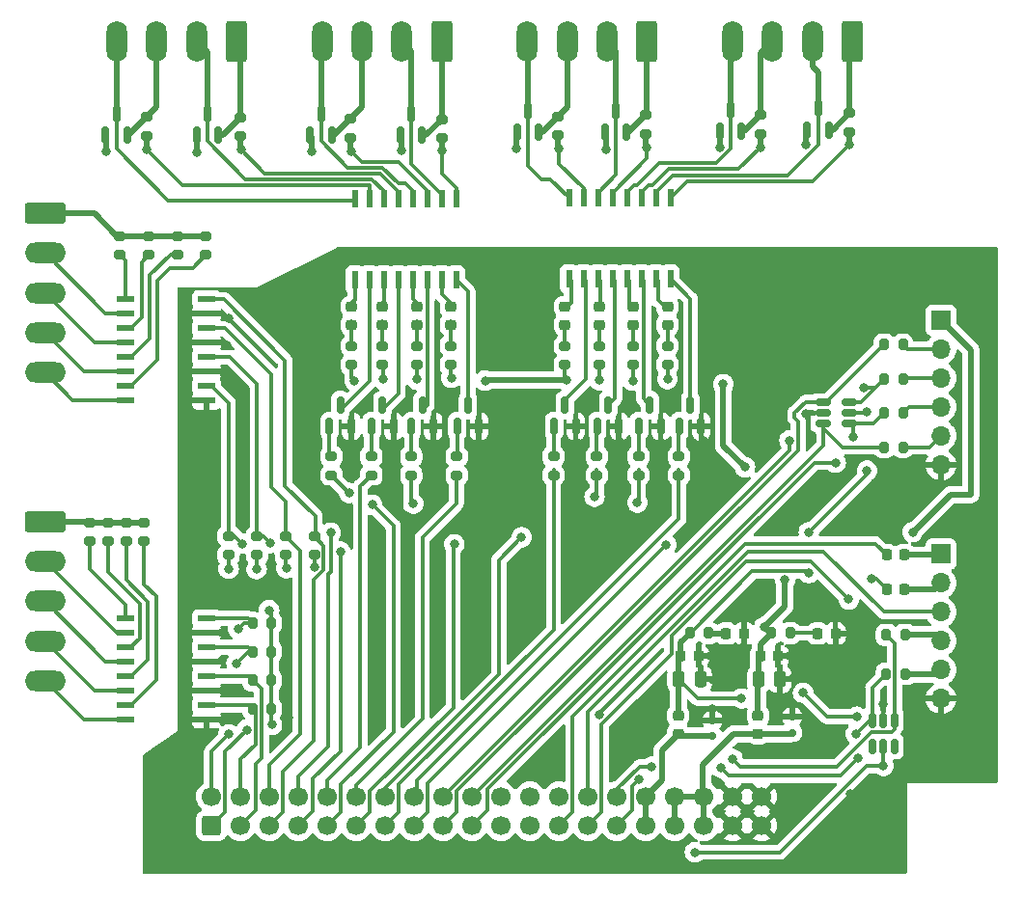
<source format=gtl>
G04 #@! TF.GenerationSoftware,KiCad,Pcbnew,7.0.5-4d25ed1034~172~ubuntu20.04.1*
G04 #@! TF.CreationDate,2023-05-31T02:11:29+03:00*
G04 #@! TF.ProjectId,kanalog-jp12-breakout,6b616e61-6c6f-4672-9d6a-7031322d6272,rev?*
G04 #@! TF.SameCoordinates,Original*
G04 #@! TF.FileFunction,Copper,L1,Top*
G04 #@! TF.FilePolarity,Positive*
%FSLAX46Y46*%
G04 Gerber Fmt 4.6, Leading zero omitted, Abs format (unit mm)*
G04 Created by KiCad (PCBNEW 7.0.5-4d25ed1034~172~ubuntu20.04.1) date 2023-05-31 02:11:29*
%MOMM*%
%LPD*%
G01*
G04 APERTURE LIST*
G04 Aperture macros list*
%AMRoundRect*
0 Rectangle with rounded corners*
0 $1 Rounding radius*
0 $2 $3 $4 $5 $6 $7 $8 $9 X,Y pos of 4 corners*
0 Add a 4 corners polygon primitive as box body*
4,1,4,$2,$3,$4,$5,$6,$7,$8,$9,$2,$3,0*
0 Add four circle primitives for the rounded corners*
1,1,$1+$1,$2,$3*
1,1,$1+$1,$4,$5*
1,1,$1+$1,$6,$7*
1,1,$1+$1,$8,$9*
0 Add four rect primitives between the rounded corners*
20,1,$1+$1,$2,$3,$4,$5,0*
20,1,$1+$1,$4,$5,$6,$7,0*
20,1,$1+$1,$6,$7,$8,$9,0*
20,1,$1+$1,$8,$9,$2,$3,0*%
G04 Aperture macros list end*
G04 #@! TA.AperFunction,SMDPad,CuDef*
%ADD10RoundRect,0.150000X0.150000X-0.587500X0.150000X0.587500X-0.150000X0.587500X-0.150000X-0.587500X0*%
G04 #@! TD*
G04 #@! TA.AperFunction,SMDPad,CuDef*
%ADD11RoundRect,0.218750X-0.256250X0.218750X-0.256250X-0.218750X0.256250X-0.218750X0.256250X0.218750X0*%
G04 #@! TD*
G04 #@! TA.AperFunction,SMDPad,CuDef*
%ADD12RoundRect,0.200000X0.275000X-0.200000X0.275000X0.200000X-0.275000X0.200000X-0.275000X-0.200000X0*%
G04 #@! TD*
G04 #@! TA.AperFunction,SMDPad,CuDef*
%ADD13RoundRect,0.200000X-0.275000X0.200000X-0.275000X-0.200000X0.275000X-0.200000X0.275000X0.200000X0*%
G04 #@! TD*
G04 #@! TA.AperFunction,SMDPad,CuDef*
%ADD14RoundRect,0.150000X-0.512500X-0.150000X0.512500X-0.150000X0.512500X0.150000X-0.512500X0.150000X0*%
G04 #@! TD*
G04 #@! TA.AperFunction,ComponentPad*
%ADD15RoundRect,0.250000X0.650000X1.550000X-0.650000X1.550000X-0.650000X-1.550000X0.650000X-1.550000X0*%
G04 #@! TD*
G04 #@! TA.AperFunction,ComponentPad*
%ADD16O,1.800000X3.600000*%
G04 #@! TD*
G04 #@! TA.AperFunction,SMDPad,CuDef*
%ADD17RoundRect,0.250000X-0.250000X-0.475000X0.250000X-0.475000X0.250000X0.475000X-0.250000X0.475000X0*%
G04 #@! TD*
G04 #@! TA.AperFunction,SMDPad,CuDef*
%ADD18RoundRect,0.150000X-0.150000X0.512500X-0.150000X-0.512500X0.150000X-0.512500X0.150000X0.512500X0*%
G04 #@! TD*
G04 #@! TA.AperFunction,SMDPad,CuDef*
%ADD19R,1.500000X0.600000*%
G04 #@! TD*
G04 #@! TA.AperFunction,SMDPad,CuDef*
%ADD20RoundRect,0.200000X0.200000X0.275000X-0.200000X0.275000X-0.200000X-0.275000X0.200000X-0.275000X0*%
G04 #@! TD*
G04 #@! TA.AperFunction,SMDPad,CuDef*
%ADD21RoundRect,0.218750X0.218750X0.256250X-0.218750X0.256250X-0.218750X-0.256250X0.218750X-0.256250X0*%
G04 #@! TD*
G04 #@! TA.AperFunction,SMDPad,CuDef*
%ADD22R,0.600000X1.500000*%
G04 #@! TD*
G04 #@! TA.AperFunction,SMDPad,CuDef*
%ADD23RoundRect,0.200000X-0.200000X-0.275000X0.200000X-0.275000X0.200000X0.275000X-0.200000X0.275000X0*%
G04 #@! TD*
G04 #@! TA.AperFunction,SMDPad,CuDef*
%ADD24RoundRect,0.150000X0.200000X-0.150000X0.200000X0.150000X-0.200000X0.150000X-0.200000X-0.150000X0*%
G04 #@! TD*
G04 #@! TA.AperFunction,ComponentPad*
%ADD25R,1.700000X1.700000*%
G04 #@! TD*
G04 #@! TA.AperFunction,ComponentPad*
%ADD26O,1.700000X1.700000*%
G04 #@! TD*
G04 #@! TA.AperFunction,ComponentPad*
%ADD27RoundRect,0.250000X-1.550000X0.650000X-1.550000X-0.650000X1.550000X-0.650000X1.550000X0.650000X0*%
G04 #@! TD*
G04 #@! TA.AperFunction,ComponentPad*
%ADD28O,3.600000X1.800000*%
G04 #@! TD*
G04 #@! TA.AperFunction,ComponentPad*
%ADD29RoundRect,0.250000X0.600000X-0.600000X0.600000X0.600000X-0.600000X0.600000X-0.600000X-0.600000X0*%
G04 #@! TD*
G04 #@! TA.AperFunction,ComponentPad*
%ADD30C,1.700000*%
G04 #@! TD*
G04 #@! TA.AperFunction,SMDPad,CuDef*
%ADD31RoundRect,0.225000X-0.225000X-0.250000X0.225000X-0.250000X0.225000X0.250000X-0.225000X0.250000X0*%
G04 #@! TD*
G04 #@! TA.AperFunction,SMDPad,CuDef*
%ADD32RoundRect,0.218750X-0.218750X-0.256250X0.218750X-0.256250X0.218750X0.256250X-0.218750X0.256250X0*%
G04 #@! TD*
G04 #@! TA.AperFunction,ViaPad*
%ADD33C,0.800000*%
G04 #@! TD*
G04 #@! TA.AperFunction,Conductor*
%ADD34C,0.300000*%
G04 #@! TD*
G04 #@! TA.AperFunction,Conductor*
%ADD35C,0.500000*%
G04 #@! TD*
G04 APERTURE END LIST*
D10*
G04 #@! TO.P,Q3,1,B*
G04 #@! TO.N,Net-(Q3-B)*
X105650000Y-101175000D03*
G04 #@! TO.P,Q3,2,E*
G04 #@! TO.N,/Outputs0/OUT2-*
X107550000Y-101175000D03*
G04 #@! TO.P,Q3,3,C*
G04 #@! TO.N,/Outputs0/OUT2+*
X106600000Y-99300000D03*
G04 #@! TD*
G04 #@! TO.P,Q7,1,B*
G04 #@! TO.N,Net-(Q7-B)*
X114550000Y-126712500D03*
G04 #@! TO.P,Q7,2,E*
G04 #@! TO.N,GND*
X116450000Y-126712500D03*
G04 #@! TO.P,Q7,3,C*
G04 #@! TO.N,Net-(Q7-C)*
X115500000Y-124837500D03*
G04 #@! TD*
G04 #@! TO.P,Q2,1,B*
G04 #@! TO.N,Net-(Q2-B)*
X95700000Y-101175000D03*
G04 #@! TO.P,Q2,2,E*
G04 #@! TO.N,/Outputs0/OUT1-*
X97600000Y-101175000D03*
G04 #@! TO.P,Q2,3,C*
G04 #@! TO.N,/Outputs0/OUT1+*
X96650000Y-99300000D03*
G04 #@! TD*
D11*
G04 #@! TO.P,D17,1,K*
G04 #@! TO.N,Net-(D17-K)*
X109300000Y-116212500D03*
G04 #@! TO.P,D17,2,A*
G04 #@! TO.N,Net-(D17-A)*
X109300000Y-117787500D03*
G04 #@! TD*
D12*
G04 #@! TO.P,R16,1*
G04 #@! TO.N,+3V3*
X98490000Y-138000000D03*
G04 #@! TO.P,R16,2*
G04 #@! TO.N,/IN7*
X98490000Y-136350000D03*
G04 #@! TD*
D13*
G04 #@! TO.P,R18,1*
G04 #@! TO.N,/Outputs0/OUT1-*
X99550000Y-99612500D03*
G04 #@! TO.P,R18,2*
G04 #@! TO.N,Net-(Q2-B)*
X99550000Y-101262500D03*
G04 #@! TD*
G04 #@! TO.P,R10,1*
G04 #@! TO.N,/Inputs1/VCommon*
X91490000Y-110000000D03*
G04 #@! TO.P,R10,2*
G04 #@! TO.N,Net-(R10-Pad2)*
X91490000Y-111650000D03*
G04 #@! TD*
D12*
G04 #@! TO.P,R23,1*
G04 #@! TO.N,+5V*
X112000000Y-121300000D03*
G04 #@! TO.P,R23,2*
G04 #@! TO.N,Net-(D18-A)*
X112000000Y-119650000D03*
G04 #@! TD*
D14*
G04 #@! TO.P,U5,1,I/O1*
G04 #@! TO.N,/AIN0*
X150687500Y-124590000D03*
G04 #@! TO.P,U5,2,GND*
G04 #@! TO.N,GND*
X150687500Y-125540000D03*
G04 #@! TO.P,U5,3,I/O2*
G04 #@! TO.N,/AIN3*
X150687500Y-126490000D03*
G04 #@! TO.P,U5,4,I/O3*
G04 #@! TO.N,/AIN2*
X152962500Y-126490000D03*
G04 #@! TO.P,U5,5,VBUS*
G04 #@! TO.N,+3V3*
X152962500Y-125540000D03*
G04 #@! TO.P,U5,6,I/O4*
G04 #@! TO.N,/AIN1*
X152962500Y-124590000D03*
G04 #@! TD*
D10*
G04 #@! TO.P,Q16,1,B*
G04 #@! TO.N,Net-(Q16-B)*
X131500000Y-100900000D03*
G04 #@! TO.P,Q16,2,E*
G04 #@! TO.N,/Outputs1/OUT1-*
X133400000Y-100900000D03*
G04 #@! TO.P,Q16,3,C*
G04 #@! TO.N,/Outputs1/OUT1+*
X132450000Y-99025000D03*
G04 #@! TD*
D12*
G04 #@! TO.P,R28,1*
G04 #@! TO.N,/OUT3*
X118500000Y-131000000D03*
G04 #@! TO.P,R28,2*
G04 #@! TO.N,Net-(Q8-B)*
X118500000Y-129350000D03*
G04 #@! TD*
D11*
G04 #@! TO.P,D19,1,K*
G04 #@! TO.N,Net-(D19-K)*
X115000000Y-116212500D03*
G04 #@! TO.P,D19,2,A*
G04 #@! TO.N,Net-(D19-A)*
X115000000Y-117787500D03*
G04 #@! TD*
D15*
G04 #@! TO.P,J5,1,Pin_1*
G04 #@! TO.N,/Outputs0/OUT3-*
X117195000Y-92932500D03*
D16*
G04 #@! TO.P,J5,2,Pin_2*
G04 #@! TO.N,/Outputs0/OUT3+*
X113695000Y-92932500D03*
G04 #@! TO.P,J5,3,Pin_3*
G04 #@! TO.N,/Outputs0/OUT2-*
X110195000Y-92932500D03*
G04 #@! TO.P,J5,4,Pin_4*
G04 #@! TO.N,/Outputs0/OUT2+*
X106695000Y-92932500D03*
G04 #@! TD*
D12*
G04 #@! TO.P,R35,1*
G04 #@! TO.N,+5V*
X131000000Y-121300000D03*
G04 #@! TO.P,R35,2*
G04 #@! TO.N,Net-(D24-A)*
X131000000Y-119650000D03*
G04 #@! TD*
G04 #@! TO.P,R22,1*
G04 #@! TO.N,/OUT0*
X107515000Y-131000000D03*
G04 #@! TO.P,R22,2*
G04 #@! TO.N,Net-(Q5-B)*
X107515000Y-129350000D03*
G04 #@! TD*
D10*
G04 #@! TO.P,Q14,1,B*
G04 #@! TO.N,Net-(Q14-B)*
X149250000Y-100675000D03*
G04 #@! TO.P,Q14,2,E*
G04 #@! TO.N,/Outputs1/OUT3-*
X151150000Y-100675000D03*
G04 #@! TO.P,Q14,3,C*
G04 #@! TO.N,/Outputs1/OUT3+*
X150200000Y-98800000D03*
G04 #@! TD*
G04 #@! TO.P,Q8,1,B*
G04 #@! TO.N,Net-(Q8-B)*
X118550000Y-126712500D03*
G04 #@! TO.P,Q8,2,E*
G04 #@! TO.N,GND*
X120450000Y-126712500D03*
G04 #@! TO.P,Q8,3,C*
G04 #@! TO.N,Net-(Q8-C)*
X119500000Y-124837500D03*
G04 #@! TD*
D17*
G04 #@! TO.P,C1,1*
G04 #@! TO.N,+3V3*
X137987500Y-148900000D03*
G04 #@! TO.P,C1,2*
G04 #@! TO.N,GND*
X139887500Y-148900000D03*
G04 #@! TD*
D12*
G04 #@! TO.P,R29,1*
G04 #@! TO.N,+5V*
X134000000Y-121300000D03*
G04 #@! TO.P,R29,2*
G04 #@! TO.N,Net-(D21-A)*
X134000000Y-119650000D03*
G04 #@! TD*
G04 #@! TO.P,R25,1*
G04 #@! TO.N,+5V*
X115000000Y-121300000D03*
G04 #@! TO.P,R25,2*
G04 #@! TO.N,Net-(D19-A)*
X115000000Y-119650000D03*
G04 #@! TD*
D13*
G04 #@! TO.P,R37,1*
G04 #@! TO.N,/Outputs1/OUT2-*
X145125000Y-99375000D03*
G04 #@! TO.P,R37,2*
G04 #@! TO.N,Net-(Q13-B)*
X145125000Y-101025000D03*
G04 #@! TD*
D18*
G04 #@! TO.P,U6,1,I/O1*
G04 #@! TO.N,/SW_MISC_G*
X156900000Y-152512500D03*
G04 #@! TO.P,U6,2,GND*
G04 #@! TO.N,GND*
X155950000Y-152512500D03*
G04 #@! TO.P,U6,3,I/O2*
G04 #@! TO.N,/EN_ALL*
X155000000Y-152512500D03*
G04 #@! TO.P,U6,4,I/O3*
G04 #@! TO.N,unconnected-(U6-I{slash}O3-Pad4)*
X155000000Y-154787500D03*
G04 #@! TO.P,U6,5,VBUS*
G04 #@! TO.N,+3V3*
X155950000Y-154787500D03*
G04 #@! TO.P,U6,6,I/O4*
G04 #@! TO.N,unconnected-(U6-I{slash}O4-Pad6)*
X156900000Y-154787500D03*
G04 #@! TD*
D12*
G04 #@! TO.P,R14,1*
G04 #@! TO.N,+3V3*
X103510000Y-138000000D03*
G04 #@! TO.P,R14,2*
G04 #@! TO.N,/IN5*
X103510000Y-136350000D03*
G04 #@! TD*
D19*
G04 #@! TO.P,U2,1*
G04 #@! TO.N,Net-(R9-Pad2)*
X89450000Y-115555000D03*
G04 #@! TO.P,U2,2*
G04 #@! TO.N,/Inputs1/IN0*
X89450000Y-116825000D03*
G04 #@! TO.P,U2,3*
G04 #@! TO.N,Net-(R10-Pad2)*
X89450000Y-118095000D03*
G04 #@! TO.P,U2,4*
G04 #@! TO.N,/Inputs1/IN1*
X89450000Y-119365000D03*
G04 #@! TO.P,U2,5*
G04 #@! TO.N,Net-(R11-Pad2)*
X89450000Y-120635000D03*
G04 #@! TO.P,U2,6*
G04 #@! TO.N,/Inputs1/IN2*
X89450000Y-121905000D03*
G04 #@! TO.P,U2,7*
G04 #@! TO.N,Net-(R12-Pad2)*
X89450000Y-123175000D03*
G04 #@! TO.P,U2,8*
G04 #@! TO.N,/Inputs1/IN3*
X89450000Y-124445000D03*
G04 #@! TO.P,U2,9*
G04 #@! TO.N,GND*
X96550000Y-124445000D03*
G04 #@! TO.P,U2,10*
G04 #@! TO.N,/IN7*
X96550000Y-123175000D03*
G04 #@! TO.P,U2,11*
G04 #@! TO.N,GND*
X96550000Y-121905000D03*
G04 #@! TO.P,U2,12*
G04 #@! TO.N,/IN6*
X96550000Y-120635000D03*
G04 #@! TO.P,U2,13*
G04 #@! TO.N,GND*
X96550000Y-119365000D03*
G04 #@! TO.P,U2,14*
G04 #@! TO.N,/IN5*
X96550000Y-118095000D03*
G04 #@! TO.P,U2,15*
G04 #@! TO.N,GND*
X96550000Y-116825000D03*
G04 #@! TO.P,U2,16*
G04 #@! TO.N,/IN4*
X96550000Y-115555000D03*
G04 #@! TD*
D12*
G04 #@! TO.P,R31,1*
G04 #@! TO.N,+5V*
X137000000Y-121300000D03*
G04 #@! TO.P,R31,2*
G04 #@! TO.N,Net-(D22-A)*
X137000000Y-119650000D03*
G04 #@! TD*
D20*
G04 #@! TO.P,R42,1*
G04 #@! TO.N,Net-(J8-Pin_3)*
X157650000Y-122540000D03*
G04 #@! TO.P,R42,2*
G04 #@! TO.N,/AIN1*
X156000000Y-122540000D03*
G04 #@! TD*
G04 #@! TO.P,R7,1*
G04 #@! TO.N,+3V3*
X102275000Y-149000000D03*
G04 #@! TO.P,R7,2*
G04 #@! TO.N,/IN2*
X100625000Y-149000000D03*
G04 #@! TD*
D10*
G04 #@! TO.P,Q6,1,B*
G04 #@! TO.N,Net-(Q6-B)*
X111050000Y-126712500D03*
G04 #@! TO.P,Q6,2,E*
G04 #@! TO.N,GND*
X112950000Y-126712500D03*
G04 #@! TO.P,Q6,3,C*
G04 #@! TO.N,Net-(Q6-C)*
X112000000Y-124837500D03*
G04 #@! TD*
D13*
G04 #@! TO.P,R19,1*
G04 #@! TO.N,/Outputs0/OUT2-*
X109200000Y-99712500D03*
G04 #@! TO.P,R19,2*
G04 #@! TO.N,Net-(Q3-B)*
X109200000Y-101362500D03*
G04 #@! TD*
D12*
G04 #@! TO.P,R15,1*
G04 #@! TO.N,+3V3*
X101000000Y-138000000D03*
G04 #@! TO.P,R15,2*
G04 #@! TO.N,/IN6*
X101000000Y-136350000D03*
G04 #@! TD*
D13*
G04 #@! TO.P,R11,1*
G04 #@! TO.N,/Inputs1/VCommon*
X94000000Y-110000000D03*
G04 #@! TO.P,R11,2*
G04 #@! TO.N,Net-(R11-Pad2)*
X94000000Y-111650000D03*
G04 #@! TD*
D20*
G04 #@! TO.P,R6,1*
G04 #@! TO.N,+3V3*
X102275000Y-146490000D03*
G04 #@! TO.P,R6,2*
G04 #@! TO.N,/IN1*
X100625000Y-146490000D03*
G04 #@! TD*
G04 #@! TO.P,R5,1*
G04 #@! TO.N,+3V3*
X102275000Y-143980000D03*
G04 #@! TO.P,R5,2*
G04 #@! TO.N,/IN0*
X100625000Y-143980000D03*
G04 #@! TD*
D13*
G04 #@! TO.P,R20,1*
G04 #@! TO.N,/Outputs0/OUT3-*
X117200000Y-99762500D03*
G04 #@! TO.P,R20,2*
G04 #@! TO.N,Net-(Q4-B)*
X117200000Y-101412500D03*
G04 #@! TD*
D20*
G04 #@! TO.P,R47,1*
G04 #@! TO.N,Net-(J9-Pin_5)*
X157825000Y-148450000D03*
G04 #@! TO.P,R47,2*
G04 #@! TO.N,/EN_ALL*
X156175000Y-148450000D03*
G04 #@! TD*
D11*
G04 #@! TO.P,D21,1,K*
G04 #@! TO.N,Net-(D21-K)*
X134000000Y-116212500D03*
G04 #@! TO.P,D21,2,A*
G04 #@! TO.N,Net-(D21-A)*
X134000000Y-117787500D03*
G04 #@! TD*
D21*
G04 #@! TO.P,FB3,1*
G04 #@! TO.N,+15V*
X157787500Y-138000000D03*
G04 #@! TO.P,FB3,2*
G04 #@! TO.N,Net-(J1-Pin_25)*
X156212500Y-138000000D03*
G04 #@! TD*
D20*
G04 #@! TO.P,R43,1*
G04 #@! TO.N,Net-(J8-Pin_4)*
X157650000Y-125540000D03*
G04 #@! TO.P,R43,2*
G04 #@! TO.N,/AIN2*
X156000000Y-125540000D03*
G04 #@! TD*
D22*
G04 #@! TO.P,U3,1*
G04 #@! TO.N,Net-(D17-K)*
X109570000Y-113850000D03*
G04 #@! TO.P,U3,2*
G04 #@! TO.N,Net-(Q5-C)*
X110840000Y-113850000D03*
G04 #@! TO.P,U3,3*
G04 #@! TO.N,Net-(D18-K)*
X112110000Y-113850000D03*
G04 #@! TO.P,U3,4*
G04 #@! TO.N,Net-(Q6-C)*
X113380000Y-113850000D03*
G04 #@! TO.P,U3,5*
G04 #@! TO.N,Net-(D19-K)*
X114650000Y-113850000D03*
G04 #@! TO.P,U3,6*
G04 #@! TO.N,Net-(Q7-C)*
X115920000Y-113850000D03*
G04 #@! TO.P,U3,7*
G04 #@! TO.N,Net-(D20-K)*
X117190000Y-113850000D03*
G04 #@! TO.P,U3,8*
G04 #@! TO.N,Net-(Q8-C)*
X118460000Y-113850000D03*
G04 #@! TO.P,U3,9*
G04 #@! TO.N,Net-(Q4-B)*
X118460000Y-106750000D03*
G04 #@! TO.P,U3,10*
G04 #@! TO.N,/Outputs0/OUT3+*
X117190000Y-106750000D03*
G04 #@! TO.P,U3,11*
G04 #@! TO.N,Net-(Q3-B)*
X115920000Y-106750000D03*
G04 #@! TO.P,U3,12*
G04 #@! TO.N,/Outputs0/OUT2+*
X114650000Y-106750000D03*
G04 #@! TO.P,U3,13*
G04 #@! TO.N,Net-(Q2-B)*
X113380000Y-106750000D03*
G04 #@! TO.P,U3,14*
G04 #@! TO.N,/Outputs0/OUT1+*
X112110000Y-106750000D03*
G04 #@! TO.P,U3,15*
G04 #@! TO.N,Net-(Q1-B)*
X110840000Y-106750000D03*
G04 #@! TO.P,U3,16*
G04 #@! TO.N,/Outputs0/OUT0+*
X109570000Y-106750000D03*
G04 #@! TD*
D12*
G04 #@! TO.P,R32,1*
G04 #@! TO.N,/OUT7*
X138000000Y-131000000D03*
G04 #@! TO.P,R32,2*
G04 #@! TO.N,Net-(Q10-B)*
X138000000Y-129350000D03*
G04 #@! TD*
D20*
G04 #@! TO.P,R46,1*
G04 #@! TO.N,Net-(J9-Pin_4)*
X157825000Y-145000000D03*
G04 #@! TO.P,R46,2*
G04 #@! TO.N,/SW_MISC_G*
X156175000Y-145000000D03*
G04 #@! TD*
D23*
G04 #@! TO.P,R48,1*
G04 #@! TO.N,+3V3*
X138975000Y-144860000D03*
G04 #@! TO.P,R48,2*
G04 #@! TO.N,Net-(D28-A)*
X140625000Y-144860000D03*
G04 #@! TD*
D11*
G04 #@! TO.P,D20,1,K*
G04 #@! TO.N,Net-(D20-K)*
X118000000Y-116212500D03*
G04 #@! TO.P,D20,2,A*
G04 #@! TO.N,Net-(D20-A)*
X118000000Y-117787500D03*
G04 #@! TD*
D24*
G04 #@! TO.P,D25,1,A1*
G04 #@! TO.N,GND*
X140937500Y-152500000D03*
G04 #@! TO.P,D25,2,A2*
G04 #@! TO.N,/3.3V*
X140937500Y-153900000D03*
G04 #@! TD*
D15*
G04 #@! TO.P,J6,1,Pin_1*
G04 #@! TO.N,/Outputs1/OUT3-*
X153195000Y-92932500D03*
D16*
G04 #@! TO.P,J6,2,Pin_2*
G04 #@! TO.N,/Outputs1/OUT3+*
X149695000Y-92932500D03*
G04 #@! TO.P,J6,3,Pin_3*
G04 #@! TO.N,/Outputs1/OUT2-*
X146195000Y-92932500D03*
G04 #@! TO.P,J6,4,Pin_4*
G04 #@! TO.N,/Outputs1/OUT2+*
X142695000Y-92932500D03*
G04 #@! TD*
D13*
G04 #@! TO.P,R2,1*
G04 #@! TO.N,/Inputs0/VCommon*
X87900000Y-135175000D03*
G04 #@! TO.P,R2,2*
G04 #@! TO.N,Net-(R2-Pad2)*
X87900000Y-136825000D03*
G04 #@! TD*
D15*
G04 #@! TO.P,J7,1,Pin_1*
G04 #@! TO.N,/Outputs1/OUT1-*
X135195000Y-92932500D03*
D16*
G04 #@! TO.P,J7,2,Pin_2*
G04 #@! TO.N,/Outputs1/OUT1+*
X131695000Y-92932500D03*
G04 #@! TO.P,J7,3,Pin_3*
G04 #@! TO.N,/Outputs1/OUT0-*
X128195000Y-92932500D03*
G04 #@! TO.P,J7,4,Pin_4*
G04 #@! TO.N,/Outputs1/OUT0+*
X124695000Y-92932500D03*
G04 #@! TD*
D12*
G04 #@! TO.P,R26,1*
G04 #@! TO.N,/OUT2*
X114515000Y-131000000D03*
G04 #@! TO.P,R26,2*
G04 #@! TO.N,Net-(Q7-B)*
X114515000Y-129350000D03*
G04 #@! TD*
D10*
G04 #@! TO.P,Q11,1,B*
G04 #@! TO.N,Net-(Q11-B)*
X127050000Y-126712500D03*
G04 #@! TO.P,Q11,2,E*
G04 #@! TO.N,GND*
X128950000Y-126712500D03*
G04 #@! TO.P,Q11,3,C*
G04 #@! TO.N,Net-(Q11-C)*
X128000000Y-124837500D03*
G04 #@! TD*
D11*
G04 #@! TO.P,FB1,1*
G04 #@! TO.N,+3V3*
X137937500Y-152112500D03*
G04 #@! TO.P,FB1,2*
G04 #@! TO.N,/3.3V*
X137937500Y-153687500D03*
G04 #@! TD*
G04 #@! TO.P,D22,1,K*
G04 #@! TO.N,Net-(D22-K)*
X137000000Y-116212500D03*
G04 #@! TO.P,D22,2,A*
G04 #@! TO.N,Net-(D22-A)*
X137000000Y-117787500D03*
G04 #@! TD*
D15*
G04 #@! TO.P,J4,1,Pin_1*
G04 #@! TO.N,/Outputs0/OUT1-*
X99195000Y-92932500D03*
D16*
G04 #@! TO.P,J4,2,Pin_2*
G04 #@! TO.N,/Outputs0/OUT1+*
X95695000Y-92932500D03*
G04 #@! TO.P,J4,3,Pin_3*
G04 #@! TO.N,/Outputs0/OUT0-*
X92195000Y-92932500D03*
G04 #@! TO.P,J4,4,Pin_4*
G04 #@! TO.N,/Outputs0/OUT0+*
X88695000Y-92932500D03*
G04 #@! TD*
D20*
G04 #@! TO.P,R8,1*
G04 #@! TO.N,+3V3*
X102275000Y-151510000D03*
G04 #@! TO.P,R8,2*
G04 #@! TO.N,/IN3*
X100625000Y-151510000D03*
G04 #@! TD*
D12*
G04 #@! TO.P,R27,1*
G04 #@! TO.N,+5V*
X118000000Y-121300000D03*
G04 #@! TO.P,R27,2*
G04 #@! TO.N,Net-(D20-A)*
X118000000Y-119650000D03*
G04 #@! TD*
D20*
G04 #@! TO.P,R41,1*
G04 #@! TO.N,Net-(J8-Pin_2)*
X157650000Y-119540000D03*
G04 #@! TO.P,R41,2*
G04 #@! TO.N,/AIN0*
X156000000Y-119540000D03*
G04 #@! TD*
D12*
G04 #@! TO.P,R24,1*
G04 #@! TO.N,/OUT1*
X111015000Y-131000000D03*
G04 #@! TO.P,R24,2*
G04 #@! TO.N,Net-(Q6-B)*
X111015000Y-129350000D03*
G04 #@! TD*
D13*
G04 #@! TO.P,R39,1*
G04 #@! TO.N,/Outputs1/OUT0-*
X127400000Y-99500000D03*
G04 #@! TO.P,R39,2*
G04 #@! TO.N,Net-(Q15-B)*
X127400000Y-101150000D03*
G04 #@! TD*
D11*
G04 #@! TO.P,D24,1,K*
G04 #@! TO.N,Net-(D24-K)*
X131000000Y-116212500D03*
G04 #@! TO.P,D24,2,A*
G04 #@! TO.N,Net-(D24-A)*
X131000000Y-117787500D03*
G04 #@! TD*
D21*
G04 #@! TO.P,D27,1,K*
G04 #@! TO.N,GND*
X151725000Y-144900000D03*
G04 #@! TO.P,D27,2,A*
G04 #@! TO.N,Net-(D27-A)*
X150150000Y-144900000D03*
G04 #@! TD*
D11*
G04 #@! TO.P,D18,1,K*
G04 #@! TO.N,Net-(D18-K)*
X112000000Y-116212500D03*
G04 #@! TO.P,D18,2,A*
G04 #@! TO.N,Net-(D18-A)*
X112000000Y-117787500D03*
G04 #@! TD*
G04 #@! TO.P,FB2,1*
G04 #@! TO.N,+5V*
X144937500Y-152112500D03*
G04 #@! TO.P,FB2,2*
G04 #@! TO.N,/5V*
X144937500Y-153687500D03*
G04 #@! TD*
D12*
G04 #@! TO.P,R13,1*
G04 #@! TO.N,+3V3*
X106020000Y-138000000D03*
G04 #@! TO.P,R13,2*
G04 #@! TO.N,/IN4*
X106020000Y-136350000D03*
G04 #@! TD*
D13*
G04 #@! TO.P,R38,1*
G04 #@! TO.N,/Outputs1/OUT3-*
X152950000Y-99225000D03*
G04 #@! TO.P,R38,2*
G04 #@! TO.N,Net-(Q14-B)*
X152950000Y-100875000D03*
G04 #@! TD*
D25*
G04 #@! TO.P,J8,1,Pin_1*
G04 #@! TO.N,+5V*
X161000000Y-117380000D03*
D26*
G04 #@! TO.P,J8,2,Pin_2*
G04 #@! TO.N,Net-(J8-Pin_2)*
X161000000Y-119920000D03*
G04 #@! TO.P,J8,3,Pin_3*
G04 #@! TO.N,Net-(J8-Pin_3)*
X161000000Y-122460000D03*
G04 #@! TO.P,J8,4,Pin_4*
G04 #@! TO.N,Net-(J8-Pin_4)*
X161000000Y-125000000D03*
G04 #@! TO.P,J8,5,Pin_5*
G04 #@! TO.N,Net-(J8-Pin_5)*
X161000000Y-127540000D03*
G04 #@! TO.P,J8,6,Pin_6*
G04 #@! TO.N,GND*
X161000000Y-130080000D03*
G04 #@! TD*
D11*
G04 #@! TO.P,D23,1,K*
G04 #@! TO.N,Net-(D23-K)*
X128000000Y-116212500D03*
G04 #@! TO.P,D23,2,A*
G04 #@! TO.N,Net-(D23-A)*
X128000000Y-117787500D03*
G04 #@! TD*
D13*
G04 #@! TO.P,R40,1*
G04 #@! TO.N,/Outputs1/OUT1-*
X135100000Y-99387500D03*
G04 #@! TO.P,R40,2*
G04 #@! TO.N,Net-(Q16-B)*
X135100000Y-101037500D03*
G04 #@! TD*
D10*
G04 #@! TO.P,Q10,1,B*
G04 #@! TO.N,Net-(Q10-B)*
X138050000Y-126712500D03*
G04 #@! TO.P,Q10,2,E*
G04 #@! TO.N,GND*
X139950000Y-126712500D03*
G04 #@! TO.P,Q10,3,C*
G04 #@! TO.N,Net-(Q10-C)*
X139000000Y-124837500D03*
G04 #@! TD*
D13*
G04 #@! TO.P,R17,1*
G04 #@! TO.N,/Outputs0/OUT0-*
X91300000Y-99562500D03*
G04 #@! TO.P,R17,2*
G04 #@! TO.N,Net-(Q1-B)*
X91300000Y-101212500D03*
G04 #@! TD*
D12*
G04 #@! TO.P,R33,1*
G04 #@! TO.N,+5V*
X128000000Y-121300000D03*
G04 #@! TO.P,R33,2*
G04 #@! TO.N,Net-(D23-A)*
X128000000Y-119650000D03*
G04 #@! TD*
D10*
G04 #@! TO.P,Q4,1,B*
G04 #@! TO.N,Net-(Q4-B)*
X113550000Y-101175000D03*
G04 #@! TO.P,Q4,2,E*
G04 #@! TO.N,/Outputs0/OUT3-*
X115450000Y-101175000D03*
G04 #@! TO.P,Q4,3,C*
G04 #@! TO.N,/Outputs0/OUT3+*
X114500000Y-99300000D03*
G04 #@! TD*
D12*
G04 #@! TO.P,R36,1*
G04 #@! TO.N,/OUT5*
X130800000Y-131000000D03*
G04 #@! TO.P,R36,2*
G04 #@! TO.N,Net-(Q12-B)*
X130800000Y-129350000D03*
G04 #@! TD*
D27*
G04 #@! TO.P,J3,1,Pin_1*
G04 #@! TO.N,/Inputs1/VCommon*
X82382500Y-108000000D03*
D28*
G04 #@! TO.P,J3,2,Pin_2*
G04 #@! TO.N,/Inputs1/IN0*
X82382500Y-111500000D03*
G04 #@! TO.P,J3,3,Pin_3*
G04 #@! TO.N,/Inputs1/IN1*
X82382500Y-115000000D03*
G04 #@! TO.P,J3,4,Pin_4*
G04 #@! TO.N,/Inputs1/IN2*
X82382500Y-118500000D03*
G04 #@! TO.P,J3,5,Pin_5*
G04 #@! TO.N,/Inputs1/IN3*
X82382500Y-122000000D03*
G04 #@! TD*
D13*
G04 #@! TO.P,R1,1*
G04 #@! TO.N,/Inputs0/VCommon*
X86300000Y-135175000D03*
G04 #@! TO.P,R1,2*
G04 #@! TO.N,Net-(R1-Pad2)*
X86300000Y-136825000D03*
G04 #@! TD*
D25*
G04 #@! TO.P,J9,1,Pin_1*
G04 #@! TO.N,+15V*
X161000000Y-137920000D03*
D26*
G04 #@! TO.P,J9,2,Pin_2*
G04 #@! TO.N,-15V*
X161000000Y-140460000D03*
G04 #@! TO.P,J9,3,Pin_3*
G04 #@! TO.N,/SW_MISC*
X161000000Y-143000000D03*
G04 #@! TO.P,J9,4,Pin_4*
G04 #@! TO.N,Net-(J9-Pin_4)*
X161000000Y-145540000D03*
G04 #@! TO.P,J9,5,Pin_5*
G04 #@! TO.N,Net-(J9-Pin_5)*
X161000000Y-148080000D03*
G04 #@! TO.P,J9,6,Pin_6*
G04 #@! TO.N,GND*
X161000000Y-150620000D03*
G04 #@! TD*
D21*
G04 #@! TO.P,D28,1,K*
G04 #@! TO.N,GND*
X143725000Y-144900000D03*
G04 #@! TO.P,D28,2,A*
G04 #@! TO.N,Net-(D28-A)*
X142150000Y-144900000D03*
G04 #@! TD*
D10*
G04 #@! TO.P,Q1,1,B*
G04 #@! TO.N,Net-(Q1-B)*
X87700000Y-101175000D03*
G04 #@! TO.P,Q1,2,E*
G04 #@! TO.N,/Outputs0/OUT0-*
X89600000Y-101175000D03*
G04 #@! TO.P,Q1,3,C*
G04 #@! TO.N,/Outputs0/OUT0+*
X88650000Y-99300000D03*
G04 #@! TD*
D12*
G04 #@! TO.P,R21,1*
G04 #@! TO.N,+5V*
X109300000Y-121300000D03*
G04 #@! TO.P,R21,2*
G04 #@! TO.N,Net-(D17-A)*
X109300000Y-119650000D03*
G04 #@! TD*
D24*
G04 #@! TO.P,D26,1,A1*
G04 #@! TO.N,GND*
X147937500Y-152200000D03*
G04 #@! TO.P,D26,2,A2*
G04 #@! TO.N,/5V*
X147937500Y-153600000D03*
G04 #@! TD*
D13*
G04 #@! TO.P,R9,1*
G04 #@! TO.N,/Inputs1/VCommon*
X88980000Y-110000000D03*
G04 #@! TO.P,R9,2*
G04 #@! TO.N,Net-(R9-Pad2)*
X88980000Y-111650000D03*
G04 #@! TD*
D27*
G04 #@! TO.P,J2,1,Pin_1*
G04 #@! TO.N,/Inputs0/VCommon*
X82382500Y-135055000D03*
D28*
G04 #@! TO.P,J2,2,Pin_2*
G04 #@! TO.N,/Inputs0/IN0*
X82382500Y-138555000D03*
G04 #@! TO.P,J2,3,Pin_3*
G04 #@! TO.N,/Inputs0/IN1*
X82382500Y-142055000D03*
G04 #@! TO.P,J2,4,Pin_4*
G04 #@! TO.N,/Inputs0/IN2*
X82382500Y-145555000D03*
G04 #@! TO.P,J2,5,Pin_5*
G04 #@! TO.N,/Inputs0/IN3*
X82382500Y-149055000D03*
G04 #@! TD*
D29*
G04 #@! TO.P,J1,1,Pin_1*
G04 #@! TO.N,/IN0*
X97000000Y-161752500D03*
D30*
G04 #@! TO.P,J1,2,Pin_2*
G04 #@! TO.N,/IN1*
X97000000Y-159212500D03*
G04 #@! TO.P,J1,3,Pin_3*
G04 #@! TO.N,/IN2*
X99540000Y-161752500D03*
G04 #@! TO.P,J1,4,Pin_4*
G04 #@! TO.N,/IN3*
X99540000Y-159212500D03*
G04 #@! TO.P,J1,5,Pin_5*
G04 #@! TO.N,/IN4*
X102080000Y-161752500D03*
G04 #@! TO.P,J1,6,Pin_6*
G04 #@! TO.N,/IN5*
X102080000Y-159212500D03*
G04 #@! TO.P,J1,7,Pin_7*
G04 #@! TO.N,/IN6*
X104620000Y-161752500D03*
G04 #@! TO.P,J1,8,Pin_8*
G04 #@! TO.N,/IN7*
X104620000Y-159212500D03*
G04 #@! TO.P,J1,9,Pin_9*
G04 #@! TO.N,/OUT0*
X107160000Y-161752500D03*
G04 #@! TO.P,J1,10,Pin_10*
G04 #@! TO.N,/OUT1*
X107160000Y-159212500D03*
G04 #@! TO.P,J1,11,Pin_11*
G04 #@! TO.N,/OUT2*
X109700000Y-161752500D03*
G04 #@! TO.P,J1,12,Pin_12*
G04 #@! TO.N,/OUT3*
X109700000Y-159212500D03*
G04 #@! TO.P,J1,13,Pin_13*
G04 #@! TO.N,/OUT4*
X112240000Y-161752500D03*
G04 #@! TO.P,J1,14,Pin_14*
G04 #@! TO.N,/OUT5*
X112240000Y-159212500D03*
G04 #@! TO.P,J1,15,Pin_15*
G04 #@! TO.N,/OUT6*
X114780000Y-161752500D03*
G04 #@! TO.P,J1,16,Pin_16*
G04 #@! TO.N,/OUT7*
X114780000Y-159212500D03*
G04 #@! TO.P,J1,17,Pin_17*
G04 #@! TO.N,/AIN0*
X117320000Y-161752500D03*
G04 #@! TO.P,J1,18,Pin_18*
G04 #@! TO.N,/AIN1*
X117320000Y-159212500D03*
G04 #@! TO.P,J1,19,Pin_19*
G04 #@! TO.N,/AIN2*
X119860000Y-161752500D03*
G04 #@! TO.P,J1,20,Pin_20*
G04 #@! TO.N,/AIN3*
X119860000Y-159212500D03*
G04 #@! TO.P,J1,21,Pin_21*
G04 #@! TO.N,unconnected-(J1-Pin_21-Pad21)*
X122400000Y-161752500D03*
G04 #@! TO.P,J1,22,Pin_22*
G04 #@! TO.N,unconnected-(J1-Pin_22-Pad22)*
X122400000Y-159212500D03*
G04 #@! TO.P,J1,23,Pin_23*
G04 #@! TO.N,unconnected-(J1-Pin_23-Pad23)*
X124940000Y-161752500D03*
G04 #@! TO.P,J1,24,Pin_24*
G04 #@! TO.N,unconnected-(J1-Pin_24-Pad24)*
X124940000Y-159212500D03*
G04 #@! TO.P,J1,25,Pin_25*
G04 #@! TO.N,Net-(J1-Pin_25)*
X127480000Y-161752500D03*
G04 #@! TO.P,J1,26,Pin_26*
G04 #@! TO.N,unconnected-(J1-Pin_26-Pad26)*
X127480000Y-159212500D03*
G04 #@! TO.P,J1,27,Pin_27*
G04 #@! TO.N,Net-(J1-Pin_27)*
X130020000Y-161752500D03*
G04 #@! TO.P,J1,28,Pin_28*
G04 #@! TO.N,/SW_MISC*
X130020000Y-159212500D03*
G04 #@! TO.P,J1,29,Pin_29*
G04 #@! TO.N,/EN_ALL*
X132560000Y-161752500D03*
G04 #@! TO.P,J1,30,Pin_30*
G04 #@! TO.N,/SW_MISC_G*
X132560000Y-159212500D03*
G04 #@! TO.P,J1,31,Pin_31*
G04 #@! TO.N,/3.3V*
X135100000Y-161752500D03*
G04 #@! TO.P,J1,32,Pin_32*
X135100000Y-159212500D03*
G04 #@! TO.P,J1,33,Pin_33*
G04 #@! TO.N,/5V*
X137640000Y-161752500D03*
G04 #@! TO.P,J1,34,Pin_34*
X137640000Y-159212500D03*
G04 #@! TO.P,J1,35,Pin_35*
X140180000Y-161752500D03*
G04 #@! TO.P,J1,36,Pin_36*
X140180000Y-159212500D03*
G04 #@! TO.P,J1,37,Pin_37*
G04 #@! TO.N,GND*
X142720000Y-161752500D03*
G04 #@! TO.P,J1,38,Pin_38*
X142720000Y-159212500D03*
G04 #@! TO.P,J1,39,Pin_39*
X145260000Y-161752500D03*
G04 #@! TO.P,J1,40,Pin_40*
X145260000Y-159212500D03*
G04 #@! TD*
D13*
G04 #@! TO.P,R3,1*
G04 #@! TO.N,/Inputs0/VCommon*
X89500000Y-135175000D03*
G04 #@! TO.P,R3,2*
G04 #@! TO.N,Net-(R3-Pad2)*
X89500000Y-136825000D03*
G04 #@! TD*
D20*
G04 #@! TO.P,R44,1*
G04 #@! TO.N,Net-(J8-Pin_5)*
X157650000Y-128540000D03*
G04 #@! TO.P,R44,2*
G04 #@! TO.N,/AIN3*
X156000000Y-128540000D03*
G04 #@! TD*
D12*
G04 #@! TO.P,R34,1*
G04 #@! TO.N,/OUT4*
X127000000Y-131000000D03*
G04 #@! TO.P,R34,2*
G04 #@! TO.N,Net-(Q11-B)*
X127000000Y-129350000D03*
G04 #@! TD*
D10*
G04 #@! TO.P,Q12,1,B*
G04 #@! TO.N,Net-(Q12-B)*
X130850000Y-126712500D03*
G04 #@! TO.P,Q12,2,E*
G04 #@! TO.N,GND*
X132750000Y-126712500D03*
G04 #@! TO.P,Q12,3,C*
G04 #@! TO.N,Net-(Q12-C)*
X131800000Y-124837500D03*
G04 #@! TD*
G04 #@! TO.P,Q9,1,B*
G04 #@! TO.N,Net-(Q9-B)*
X134500000Y-126712500D03*
G04 #@! TO.P,Q9,2,E*
G04 #@! TO.N,GND*
X136400000Y-126712500D03*
G04 #@! TO.P,Q9,3,C*
G04 #@! TO.N,Net-(Q9-C)*
X135450000Y-124837500D03*
G04 #@! TD*
D17*
G04 #@! TO.P,C3,1*
G04 #@! TO.N,+5V*
X144987500Y-148900000D03*
G04 #@! TO.P,C3,2*
G04 #@! TO.N,GND*
X146887500Y-148900000D03*
G04 #@! TD*
D31*
G04 #@! TO.P,C2,1*
G04 #@! TO.N,+3V3*
X138162500Y-146900000D03*
G04 #@! TO.P,C2,2*
G04 #@! TO.N,GND*
X139712500Y-146900000D03*
G04 #@! TD*
D19*
G04 #@! TO.P,U1,1*
G04 #@! TO.N,Net-(R1-Pad2)*
X89450000Y-143555000D03*
G04 #@! TO.P,U1,2*
G04 #@! TO.N,/Inputs0/IN0*
X89450000Y-144825000D03*
G04 #@! TO.P,U1,3*
G04 #@! TO.N,Net-(R2-Pad2)*
X89450000Y-146095000D03*
G04 #@! TO.P,U1,4*
G04 #@! TO.N,/Inputs0/IN1*
X89450000Y-147365000D03*
G04 #@! TO.P,U1,5*
G04 #@! TO.N,Net-(R3-Pad2)*
X89450000Y-148635000D03*
G04 #@! TO.P,U1,6*
G04 #@! TO.N,/Inputs0/IN2*
X89450000Y-149905000D03*
G04 #@! TO.P,U1,7*
G04 #@! TO.N,Net-(R4-Pad2)*
X89450000Y-151175000D03*
G04 #@! TO.P,U1,8*
G04 #@! TO.N,/Inputs0/IN3*
X89450000Y-152445000D03*
G04 #@! TO.P,U1,9*
G04 #@! TO.N,GND*
X96550000Y-152445000D03*
G04 #@! TO.P,U1,10*
G04 #@! TO.N,/IN3*
X96550000Y-151175000D03*
G04 #@! TO.P,U1,11*
G04 #@! TO.N,GND*
X96550000Y-149905000D03*
G04 #@! TO.P,U1,12*
G04 #@! TO.N,/IN2*
X96550000Y-148635000D03*
G04 #@! TO.P,U1,13*
G04 #@! TO.N,GND*
X96550000Y-147365000D03*
G04 #@! TO.P,U1,14*
G04 #@! TO.N,/IN1*
X96550000Y-146095000D03*
G04 #@! TO.P,U1,15*
G04 #@! TO.N,GND*
X96550000Y-144825000D03*
G04 #@! TO.P,U1,16*
G04 #@! TO.N,/IN0*
X96550000Y-143555000D03*
G04 #@! TD*
D31*
G04 #@! TO.P,C4,1*
G04 #@! TO.N,+5V*
X145162500Y-146900000D03*
G04 #@! TO.P,C4,2*
G04 #@! TO.N,GND*
X146712500Y-146900000D03*
G04 #@! TD*
D12*
G04 #@! TO.P,R30,1*
G04 #@! TO.N,/OUT6*
X134450000Y-131000000D03*
G04 #@! TO.P,R30,2*
G04 #@! TO.N,Net-(Q9-B)*
X134450000Y-129350000D03*
G04 #@! TD*
D10*
G04 #@! TO.P,Q13,1,B*
G04 #@! TO.N,Net-(Q13-B)*
X141575000Y-100800000D03*
G04 #@! TO.P,Q13,2,E*
G04 #@! TO.N,/Outputs1/OUT2-*
X143475000Y-100800000D03*
G04 #@! TO.P,Q13,3,C*
G04 #@! TO.N,/Outputs1/OUT2+*
X142525000Y-98925000D03*
G04 #@! TD*
D32*
G04 #@! TO.P,FB4,1*
G04 #@! TO.N,Net-(J1-Pin_27)*
X156212500Y-141000000D03*
G04 #@! TO.P,FB4,2*
G04 #@! TO.N,-15V*
X157787500Y-141000000D03*
G04 #@! TD*
D10*
G04 #@! TO.P,Q5,1,B*
G04 #@! TO.N,Net-(Q5-B)*
X107350000Y-126712500D03*
G04 #@! TO.P,Q5,2,E*
G04 #@! TO.N,GND*
X109250000Y-126712500D03*
G04 #@! TO.P,Q5,3,C*
G04 #@! TO.N,Net-(Q5-C)*
X108300000Y-124837500D03*
G04 #@! TD*
G04 #@! TO.P,Q15,1,B*
G04 #@! TO.N,Net-(Q15-B)*
X123800000Y-100900000D03*
G04 #@! TO.P,Q15,2,E*
G04 #@! TO.N,/Outputs1/OUT0-*
X125700000Y-100900000D03*
G04 #@! TO.P,Q15,3,C*
G04 #@! TO.N,/Outputs1/OUT0+*
X124750000Y-99025000D03*
G04 #@! TD*
D13*
G04 #@! TO.P,R4,1*
G04 #@! TO.N,/Inputs0/VCommon*
X91100000Y-135175000D03*
G04 #@! TO.P,R4,2*
G04 #@! TO.N,Net-(R4-Pad2)*
X91100000Y-136825000D03*
G04 #@! TD*
G04 #@! TO.P,R12,1*
G04 #@! TO.N,/Inputs1/VCommon*
X96510000Y-110000000D03*
G04 #@! TO.P,R12,2*
G04 #@! TO.N,Net-(R12-Pad2)*
X96510000Y-111650000D03*
G04 #@! TD*
D22*
G04 #@! TO.P,U4,1*
G04 #@! TO.N,Net-(D23-K)*
X128355000Y-113750000D03*
G04 #@! TO.P,U4,2*
G04 #@! TO.N,Net-(Q11-C)*
X129625000Y-113750000D03*
G04 #@! TO.P,U4,3*
G04 #@! TO.N,Net-(D24-K)*
X130895000Y-113750000D03*
G04 #@! TO.P,U4,4*
G04 #@! TO.N,Net-(Q12-C)*
X132165000Y-113750000D03*
G04 #@! TO.P,U4,5*
G04 #@! TO.N,Net-(D21-K)*
X133435000Y-113750000D03*
G04 #@! TO.P,U4,6*
G04 #@! TO.N,Net-(Q9-C)*
X134705000Y-113750000D03*
G04 #@! TO.P,U4,7*
G04 #@! TO.N,Net-(D22-K)*
X135975000Y-113750000D03*
G04 #@! TO.P,U4,8*
G04 #@! TO.N,Net-(Q10-C)*
X137245000Y-113750000D03*
G04 #@! TO.P,U4,9*
G04 #@! TO.N,Net-(Q14-B)*
X137245000Y-106650000D03*
G04 #@! TO.P,U4,10*
G04 #@! TO.N,/Outputs1/OUT3+*
X135975000Y-106650000D03*
G04 #@! TO.P,U4,11*
G04 #@! TO.N,Net-(Q13-B)*
X134705000Y-106650000D03*
G04 #@! TO.P,U4,12*
G04 #@! TO.N,/Outputs1/OUT2+*
X133435000Y-106650000D03*
G04 #@! TO.P,U4,13*
G04 #@! TO.N,Net-(Q16-B)*
X132165000Y-106650000D03*
G04 #@! TO.P,U4,14*
G04 #@! TO.N,/Outputs1/OUT1+*
X130895000Y-106650000D03*
G04 #@! TO.P,U4,15*
G04 #@! TO.N,Net-(Q15-B)*
X129625000Y-106650000D03*
G04 #@! TO.P,U4,16*
G04 #@! TO.N,/Outputs1/OUT0+*
X128355000Y-106650000D03*
G04 #@! TD*
D23*
G04 #@! TO.P,R45,1*
G04 #@! TO.N,+5V*
X146112500Y-144860000D03*
G04 #@! TO.P,R45,2*
G04 #@! TO.N,Net-(D27-A)*
X147762500Y-144860000D03*
G04 #@! TD*
D33*
G04 #@! TO.N,+3V3*
X148900000Y-150100000D03*
X155950000Y-156500000D03*
X154500000Y-130600000D03*
X143500000Y-150600000D03*
X102050000Y-142850000D03*
X149400000Y-139600000D03*
X100950000Y-139250000D03*
X149400000Y-136000000D03*
X106050000Y-139100000D03*
X98500000Y-139200000D03*
X103550000Y-139150000D03*
X139400000Y-164100000D03*
X154450000Y-125400000D03*
X102300000Y-152900000D03*
X153600000Y-152200000D03*
G04 #@! TO.N,GND*
X125250000Y-156750000D03*
X148000000Y-160500000D03*
X122250000Y-125500000D03*
X120500000Y-131250000D03*
X145250000Y-141250000D03*
X142250000Y-148250000D03*
X117000000Y-139000000D03*
X152000000Y-151000000D03*
X146000000Y-116000000D03*
X139500000Y-152250000D03*
X141000000Y-148950000D03*
X95500000Y-129000000D03*
X149150000Y-125600000D03*
X97200000Y-126250000D03*
X120000000Y-148000000D03*
X112000000Y-111800000D03*
X128500000Y-142250000D03*
X120000000Y-139000000D03*
X98200000Y-122200000D03*
X136400000Y-128150000D03*
X127500000Y-154000000D03*
X155950000Y-151050000D03*
X133750000Y-136750000D03*
X98500000Y-117200000D03*
X154650000Y-164400000D03*
X93000000Y-164000000D03*
X128750000Y-135000000D03*
X140750000Y-146850000D03*
X112950000Y-128650000D03*
X146100000Y-124300000D03*
X140200000Y-128000000D03*
X125250000Y-125500000D03*
X95000000Y-155000000D03*
X153400000Y-117300000D03*
X105000000Y-130500000D03*
X150200000Y-113100000D03*
X140900000Y-151500000D03*
X148000000Y-158700000D03*
X124750000Y-138500000D03*
X111500000Y-144000000D03*
X152050000Y-146400000D03*
X156250000Y-159000000D03*
X111500000Y-151500000D03*
X154400000Y-147400000D03*
X147700000Y-146900000D03*
X103750000Y-152250000D03*
X132800000Y-128100000D03*
X129100000Y-128150000D03*
X95500000Y-133500000D03*
X124750000Y-144500000D03*
X98300000Y-119600000D03*
X102500000Y-116000000D03*
X157000000Y-114000000D03*
X142500000Y-152250000D03*
X144000000Y-142750000D03*
X98000000Y-149900000D03*
X98000000Y-152500000D03*
X120650000Y-128800000D03*
X153000000Y-159000000D03*
X95500000Y-139500000D03*
X123250000Y-134750000D03*
X151100000Y-154500000D03*
X123400000Y-112100000D03*
X117000000Y-150000000D03*
X150500000Y-141500000D03*
X162300000Y-154800000D03*
X114250000Y-137500000D03*
X106000000Y-114000000D03*
X149250000Y-147500000D03*
X148050000Y-148800000D03*
X109300000Y-128550000D03*
X125250000Y-131000000D03*
X146500000Y-151500000D03*
X143650000Y-146100000D03*
X116600000Y-128600000D03*
X97950000Y-144800000D03*
X164500000Y-134250000D03*
X141100000Y-131600000D03*
X157000000Y-134000000D03*
X147950000Y-151050000D03*
X111500000Y-137500000D03*
X135400000Y-153200000D03*
X133000000Y-111800000D03*
X148750000Y-141250000D03*
X97900000Y-147300000D03*
X131000000Y-152000000D03*
X114250000Y-151250000D03*
X124000000Y-117400000D03*
G04 #@! TO.N,+5V*
X112050000Y-122600000D03*
X133950000Y-122700000D03*
X158500000Y-136000000D03*
X115000000Y-122600000D03*
X128150000Y-122650000D03*
X118050000Y-122450000D03*
X131000000Y-122650000D03*
X137000000Y-122550000D03*
X145500000Y-144300000D03*
X147300000Y-140200000D03*
X143800000Y-130300000D03*
X141900000Y-123000000D03*
X121000000Y-122700000D03*
X109550000Y-122700000D03*
G04 #@! TO.N,Net-(J1-Pin_27)*
X154900000Y-140100000D03*
X152900000Y-141900000D03*
G04 #@! TO.N,/IN0*
X100100000Y-153350000D03*
X99350000Y-144500000D03*
G04 #@! TO.N,/IN1*
X99200000Y-147500000D03*
X98500000Y-153750000D03*
G04 #@! TO.N,/IN6*
X108300000Y-137700000D03*
X102150000Y-136950000D03*
G04 #@! TO.N,/IN7*
X107450000Y-136050000D03*
X99700000Y-137000000D03*
G04 #@! TO.N,/OUT0*
X111099500Y-133600000D03*
X109050000Y-132550000D03*
G04 #@! TO.N,/OUT2*
X114700000Y-133500000D03*
X118300000Y-137050000D03*
G04 #@! TO.N,/OUT5*
X124200000Y-136450000D03*
X130600000Y-132900000D03*
G04 #@! TO.N,/OUT6*
X136900000Y-137100000D03*
X134350000Y-133400000D03*
G04 #@! TO.N,/AIN1*
X147700000Y-127950000D03*
X154200000Y-123300000D03*
G04 #@! TO.N,/AIN2*
X151750000Y-129900000D03*
X153300000Y-127650000D03*
G04 #@! TO.N,/EN_ALL*
X153700000Y-155800000D03*
X141700000Y-156700000D03*
X134500000Y-157700000D03*
X153500000Y-153700000D03*
G04 #@! TO.N,/SW_MISC_G*
X142700000Y-155900000D03*
X135600000Y-156600000D03*
G04 #@! TO.N,Net-(Q1-B)*
X91300000Y-102387500D03*
X87750000Y-102537500D03*
G04 #@! TO.N,Net-(Q2-B)*
X99600000Y-102437500D03*
X95700000Y-102637500D03*
G04 #@! TO.N,Net-(Q3-B)*
X105750000Y-102587500D03*
X109250000Y-102537500D03*
G04 #@! TO.N,Net-(Q4-B)*
X117250000Y-102487500D03*
X113650000Y-102487500D03*
G04 #@! TO.N,Net-(Q13-B)*
X141625000Y-102200000D03*
X145125000Y-102200000D03*
G04 #@! TO.N,Net-(Q14-B)*
X152950000Y-101950000D03*
X149150000Y-101950000D03*
G04 #@! TO.N,Net-(Q15-B)*
X127500000Y-102350000D03*
X123750000Y-102350000D03*
G04 #@! TO.N,Net-(Q16-B)*
X131600000Y-102412500D03*
X135200000Y-102212500D03*
G04 #@! TD*
D34*
G04 #@! TO.N,+3V3*
X102275000Y-151510000D02*
X102275000Y-152875000D01*
X102275000Y-143980000D02*
X102275000Y-151510000D01*
X155950000Y-154787500D02*
X155950000Y-156500000D01*
X100950000Y-138050000D02*
X101000000Y-138000000D01*
D35*
X137937500Y-152112500D02*
X137937500Y-148950000D01*
D34*
X103510000Y-139110000D02*
X103550000Y-139150000D01*
D35*
X137937500Y-148950000D02*
X137987500Y-148900000D01*
X137987500Y-147075000D02*
X138162500Y-146900000D01*
D34*
X102275000Y-152875000D02*
X102300000Y-152900000D01*
D35*
X138162500Y-146900000D02*
X138162500Y-145712500D01*
D34*
X98490000Y-139190000D02*
X98500000Y-139200000D01*
X144425000Y-139450000D02*
X138975000Y-144900000D01*
X152962500Y-125540000D02*
X154310000Y-125540000D01*
X149250000Y-139450000D02*
X144425000Y-139450000D01*
X154500000Y-130900000D02*
X149400000Y-136000000D01*
X102275000Y-143980000D02*
X102275000Y-143075000D01*
X146839339Y-164100000D02*
X154439339Y-156500000D01*
X106020000Y-139070000D02*
X106050000Y-139100000D01*
X139687500Y-150600000D02*
X137987500Y-148900000D01*
X151000000Y-152200000D02*
X148900000Y-150100000D01*
D35*
X137987500Y-148900000D02*
X137987500Y-147075000D01*
D34*
X100950000Y-139250000D02*
X100950000Y-138050000D01*
X154439339Y-156500000D02*
X155950000Y-156500000D01*
X102275000Y-143075000D02*
X102050000Y-142850000D01*
X139400000Y-164100000D02*
X146839339Y-164100000D01*
X154500000Y-130600000D02*
X154500000Y-130900000D01*
X153600000Y-152200000D02*
X151000000Y-152200000D01*
X143500000Y-150600000D02*
X139687500Y-150600000D01*
X103510000Y-138000000D02*
X103510000Y-139110000D01*
D35*
X138162500Y-145712500D02*
X138975000Y-144900000D01*
D34*
X106020000Y-138000000D02*
X106020000Y-139070000D01*
X154310000Y-125540000D02*
X154450000Y-125400000D01*
X149400000Y-139600000D02*
X149250000Y-139450000D01*
X98490000Y-138000000D02*
X98490000Y-139190000D01*
G04 #@! TO.N,GND*
X97945000Y-152445000D02*
X98000000Y-152500000D01*
X128950000Y-128000000D02*
X129100000Y-128150000D01*
X132750000Y-128050000D02*
X132800000Y-128100000D01*
X96550000Y-125600000D02*
X97200000Y-126250000D01*
X116450000Y-128450000D02*
X116600000Y-128600000D01*
X97925000Y-144825000D02*
X97950000Y-144800000D01*
D35*
X147937500Y-151062500D02*
X147950000Y-151050000D01*
D34*
X109250000Y-127175000D02*
X109250000Y-128500000D01*
D35*
X139712500Y-146900000D02*
X140700000Y-146900000D01*
D34*
X116450000Y-127112500D02*
X116450000Y-128450000D01*
D35*
X143725000Y-146025000D02*
X143650000Y-146100000D01*
X140937500Y-152500000D02*
X140937500Y-151537500D01*
X147937500Y-152200000D02*
X147937500Y-151062500D01*
D34*
X98300000Y-119600000D02*
X98065000Y-119365000D01*
D35*
X140700000Y-146900000D02*
X140750000Y-146850000D01*
D34*
X96550000Y-147365000D02*
X97835000Y-147365000D01*
X96550000Y-144825000D02*
X97925000Y-144825000D01*
X128950000Y-126650000D02*
X128950000Y-128000000D01*
X136400000Y-126712500D02*
X136400000Y-128150000D01*
X120450000Y-128600000D02*
X120650000Y-128800000D01*
D35*
X140950000Y-148900000D02*
X141000000Y-148950000D01*
D34*
X109250000Y-128500000D02*
X109300000Y-128550000D01*
D35*
X146712500Y-146900000D02*
X147700000Y-146900000D01*
D34*
X96550000Y-152445000D02*
X97945000Y-152445000D01*
X96550000Y-149905000D02*
X97995000Y-149905000D01*
X98500000Y-117200000D02*
X98125000Y-116825000D01*
X98065000Y-119365000D02*
X96550000Y-119365000D01*
X149210000Y-125540000D02*
X149150000Y-125600000D01*
X139950000Y-126587500D02*
X139950000Y-127750000D01*
X139950000Y-127750000D02*
X140200000Y-128000000D01*
X97995000Y-149905000D02*
X98000000Y-149900000D01*
D35*
X147950000Y-148900000D02*
X148050000Y-148800000D01*
D34*
X120450000Y-127112500D02*
X120450000Y-128600000D01*
X155950000Y-152512500D02*
X155950000Y-151050000D01*
D35*
X140937500Y-151537500D02*
X140900000Y-151500000D01*
D34*
X98200000Y-122200000D02*
X97905000Y-121905000D01*
X97835000Y-147365000D02*
X97900000Y-147300000D01*
D35*
X139887500Y-148900000D02*
X140950000Y-148900000D01*
D34*
X97905000Y-121905000D02*
X96550000Y-121905000D01*
D35*
X151725000Y-146075000D02*
X152050000Y-146400000D01*
X143725000Y-144900000D02*
X143725000Y-146025000D01*
D34*
X98125000Y-116825000D02*
X96550000Y-116825000D01*
X132750000Y-126712500D02*
X132750000Y-128050000D01*
D35*
X146887500Y-148900000D02*
X147950000Y-148900000D01*
X151725000Y-144900000D02*
X151725000Y-146075000D01*
D34*
X96550000Y-124445000D02*
X96550000Y-125600000D01*
X150687500Y-125540000D02*
X149210000Y-125540000D01*
X112950000Y-127112500D02*
X112950000Y-128650000D01*
D35*
G04 #@! TO.N,+5V*
X146100000Y-144900000D02*
X145500000Y-144300000D01*
D34*
X128000000Y-122500000D02*
X128150000Y-122650000D01*
X128000000Y-121287500D02*
X128000000Y-122500000D01*
D35*
X144937500Y-152112500D02*
X144937500Y-148950000D01*
X121050000Y-122650000D02*
X121000000Y-122700000D01*
X163600000Y-132700000D02*
X163600000Y-119980000D01*
D34*
X112050000Y-122600000D02*
X112050000Y-121375000D01*
X118000000Y-121000000D02*
X118000000Y-122400000D01*
D35*
X144937500Y-148950000D02*
X144987500Y-148900000D01*
X128150000Y-122650000D02*
X121050000Y-122650000D01*
X145162500Y-145850000D02*
X146112500Y-144900000D01*
X146112500Y-144900000D02*
X146100000Y-144900000D01*
X147300000Y-142500000D02*
X145500000Y-144300000D01*
X147300000Y-140200000D02*
X147300000Y-142500000D01*
X144987500Y-147075000D02*
X145162500Y-146900000D01*
D34*
X133950000Y-121337500D02*
X134000000Y-121287500D01*
X109300000Y-122450000D02*
X109550000Y-122700000D01*
D35*
X144987500Y-148900000D02*
X144987500Y-147075000D01*
X141900000Y-128400000D02*
X143800000Y-130300000D01*
D34*
X137000000Y-121287500D02*
X137000000Y-122550000D01*
X131000000Y-121287500D02*
X131000000Y-122650000D01*
D35*
X141900000Y-123000000D02*
X141900000Y-128400000D01*
X163600000Y-119980000D02*
X161000000Y-117380000D01*
D34*
X109300000Y-121500000D02*
X109300000Y-122450000D01*
D35*
X145162500Y-146900000D02*
X145162500Y-145850000D01*
D34*
X133950000Y-122700000D02*
X133950000Y-121337500D01*
X118000000Y-122400000D02*
X118050000Y-122450000D01*
D35*
X158500000Y-136000000D02*
X161800000Y-132700000D01*
X161800000Y-132700000D02*
X163600000Y-132700000D01*
D34*
X115000000Y-121000000D02*
X115000000Y-122600000D01*
X112050000Y-121375000D02*
X112000000Y-121325000D01*
G04 #@! TO.N,Net-(D17-K)*
X109570000Y-113850000D02*
X109570000Y-115642500D01*
X109570000Y-115642500D02*
X109300000Y-115912500D01*
G04 #@! TO.N,Net-(D17-A)*
X109300000Y-117487500D02*
X109300000Y-119850000D01*
G04 #@! TO.N,Net-(D18-K)*
X112110000Y-113850000D02*
X112110000Y-115777500D01*
X112110000Y-115777500D02*
X112000000Y-115887500D01*
G04 #@! TO.N,Net-(D18-A)*
X112000000Y-117462500D02*
X112000000Y-119675000D01*
G04 #@! TO.N,Net-(D19-K)*
X114650000Y-113850000D02*
X114650000Y-115537500D01*
X114650000Y-115537500D02*
X115000000Y-115887500D01*
G04 #@! TO.N,Net-(D19-A)*
X115000000Y-117462500D02*
X115000000Y-119350000D01*
G04 #@! TO.N,Net-(D20-K)*
X117190000Y-115077500D02*
X118000000Y-115887500D01*
X117190000Y-113850000D02*
X117190000Y-115077500D01*
G04 #@! TO.N,Net-(D20-A)*
X118000000Y-117462500D02*
X118000000Y-119350000D01*
G04 #@! TO.N,Net-(D21-K)*
X133435000Y-113750000D02*
X133635000Y-113950000D01*
X133635000Y-113950000D02*
X133635000Y-116060000D01*
X133635000Y-116060000D02*
X134000000Y-116425000D01*
G04 #@! TO.N,Net-(D21-A)*
X134000000Y-118000000D02*
X134000000Y-119637500D01*
G04 #@! TO.N,Net-(D22-K)*
X136175000Y-115600000D02*
X137000000Y-116425000D01*
X135975000Y-113750000D02*
X136175000Y-113950000D01*
X136175000Y-113950000D02*
X136175000Y-115600000D01*
G04 #@! TO.N,Net-(D22-A)*
X137000000Y-118000000D02*
X137000000Y-119637500D01*
G04 #@! TO.N,Net-(D23-K)*
X128000000Y-116425000D02*
X128555000Y-115870000D01*
X128555000Y-113950000D02*
X128355000Y-113750000D01*
X128555000Y-115870000D02*
X128555000Y-113950000D01*
G04 #@! TO.N,Net-(D23-A)*
X128000000Y-118000000D02*
X128000000Y-119637500D01*
G04 #@! TO.N,Net-(D24-K)*
X130895000Y-113750000D02*
X131095000Y-113950000D01*
X131095000Y-113950000D02*
X131095000Y-116330000D01*
G04 #@! TO.N,Net-(D24-A)*
X131000000Y-118000000D02*
X131000000Y-119637500D01*
D35*
G04 #@! TO.N,/3.3V*
X136500000Y-155125000D02*
X137937500Y-153687500D01*
X136500000Y-157812500D02*
X136500000Y-155125000D01*
X138150000Y-153900000D02*
X137937500Y-153687500D01*
X140937500Y-153900000D02*
X138150000Y-153900000D01*
X135100000Y-159212500D02*
X136500000Y-157812500D01*
X135100000Y-161752500D02*
X135100000Y-159212500D01*
G04 #@! TO.N,/5V*
X140180000Y-161752500D02*
X140180000Y-159212500D01*
X137640000Y-159212500D02*
X137640000Y-161752500D01*
X147850000Y-153687500D02*
X147937500Y-153600000D01*
X140100000Y-159132500D02*
X140180000Y-159212500D01*
X144937500Y-153687500D02*
X142812500Y-153687500D01*
X137640000Y-159212500D02*
X140180000Y-159212500D01*
X142812500Y-153687500D02*
X140100000Y-156400000D01*
X144937500Y-153687500D02*
X147850000Y-153687500D01*
X140100000Y-156400000D02*
X140100000Y-159132500D01*
G04 #@! TO.N,+15V*
X157787500Y-138000000D02*
X160920000Y-138000000D01*
X160920000Y-138000000D02*
X161000000Y-137920000D01*
D34*
G04 #@! TO.N,Net-(J1-Pin_25)*
X127480000Y-161752500D02*
X128680000Y-160552500D01*
X143839339Y-137000000D02*
X155212500Y-137000000D01*
X155212500Y-137000000D02*
X156212500Y-138000000D01*
X128680000Y-160552500D02*
X128680000Y-152159339D01*
X128680000Y-152159339D02*
X143839339Y-137000000D01*
G04 #@! TO.N,Net-(J1-Pin_27)*
X146989339Y-138550000D02*
X149550000Y-138550000D01*
X131220000Y-152840661D02*
X137362500Y-146698161D01*
X154900000Y-140100000D02*
X155312500Y-140100000D01*
X143866789Y-138600000D02*
X146939339Y-138600000D01*
X155312500Y-140100000D02*
X156212500Y-141000000D01*
X137362500Y-145104289D02*
X143866789Y-138600000D01*
X146939339Y-138600000D02*
X146989339Y-138550000D01*
X130020000Y-161752500D02*
X131220000Y-160552500D01*
X131220000Y-160552500D02*
X131220000Y-152840661D01*
X137362500Y-146698161D02*
X137362500Y-145104289D01*
X149550000Y-138550000D02*
X152900000Y-141900000D01*
D35*
G04 #@! TO.N,-15V*
X160460000Y-141000000D02*
X161000000Y-140460000D01*
X157787500Y-141000000D02*
X160460000Y-141000000D01*
D34*
G04 #@! TO.N,/IN0*
X100200000Y-143555000D02*
X100625000Y-143980000D01*
X96550000Y-143555000D02*
X100200000Y-143555000D01*
X100100000Y-153350000D02*
X98200000Y-155250000D01*
X100625000Y-143980000D02*
X99870000Y-143980000D01*
X98200000Y-160552500D02*
X97000000Y-161752500D01*
X98200000Y-155250000D02*
X98200000Y-160552500D01*
X99870000Y-143980000D02*
X99350000Y-144500000D01*
G04 #@! TO.N,/IN1*
X96550000Y-146095000D02*
X100230000Y-146095000D01*
X100625000Y-146490000D02*
X100210000Y-146490000D01*
X100230000Y-146095000D02*
X100625000Y-146490000D01*
X97000000Y-155250000D02*
X97000000Y-159212500D01*
X100210000Y-146490000D02*
X99200000Y-147500000D01*
X98500000Y-153750000D02*
X97000000Y-155250000D01*
G04 #@! TO.N,/IN2*
X101375000Y-155875000D02*
X100880000Y-156370000D01*
X100880000Y-156370000D02*
X100880000Y-160412500D01*
X101375000Y-149750000D02*
X101375000Y-155875000D01*
X100260000Y-148635000D02*
X100625000Y-149000000D01*
X100880000Y-160412500D02*
X99540000Y-161752500D01*
X96550000Y-148635000D02*
X100260000Y-148635000D01*
X100625000Y-149000000D02*
X101375000Y-149750000D01*
G04 #@! TO.N,/IN3*
X100625000Y-151510000D02*
X100850000Y-151735000D01*
X100850000Y-154650000D02*
X99540000Y-155960000D01*
X100290000Y-151175000D02*
X100625000Y-151510000D01*
X96550000Y-151175000D02*
X100290000Y-151175000D01*
X100850000Y-151735000D02*
X100850000Y-154650000D01*
X99540000Y-155960000D02*
X99540000Y-159212500D01*
G04 #@! TO.N,/IN4*
X103280000Y-157020000D02*
X103280000Y-160552500D01*
X106100000Y-136270000D02*
X106020000Y-136350000D01*
X106845000Y-139365661D02*
X106000000Y-140210661D01*
X106000000Y-140210661D02*
X106000000Y-154300000D01*
X98055000Y-115555000D02*
X103450000Y-120950000D01*
X103280000Y-160552500D02*
X102080000Y-161752500D01*
X103450000Y-120950000D02*
X103450000Y-131950000D01*
X106100000Y-134600000D02*
X106100000Y-136270000D01*
X106000000Y-154300000D02*
X103280000Y-157020000D01*
X96550000Y-115555000D02*
X98055000Y-115555000D01*
X106845000Y-137175000D02*
X106845000Y-139365661D01*
X103450000Y-131950000D02*
X106100000Y-134600000D01*
X106020000Y-136350000D02*
X106845000Y-137175000D01*
G04 #@! TO.N,/IN5*
X102080000Y-156420000D02*
X104750000Y-153750000D01*
X104750000Y-153750000D02*
X104750000Y-137590000D01*
X102080000Y-159212500D02*
X102080000Y-156420000D01*
X103510000Y-136350000D02*
X103510000Y-133310000D01*
X104750000Y-137590000D02*
X103510000Y-136350000D01*
X103510000Y-133310000D02*
X102200000Y-132000000D01*
X98195000Y-118095000D02*
X96550000Y-118095000D01*
X102200000Y-132000000D02*
X102200000Y-122100000D01*
X102200000Y-122100000D02*
X98195000Y-118095000D01*
G04 #@! TO.N,/IN6*
X108300000Y-137700000D02*
X108300000Y-155200000D01*
X101000000Y-123000000D02*
X101000000Y-136350000D01*
X96550000Y-120635000D02*
X98635000Y-120635000D01*
X101000000Y-136350000D02*
X101550000Y-136350000D01*
X108300000Y-155200000D02*
X105850000Y-157650000D01*
X98635000Y-120635000D02*
X101000000Y-123000000D01*
X105850000Y-160522500D02*
X104620000Y-161752500D01*
X101550000Y-136350000D02*
X102150000Y-136950000D01*
X105850000Y-157650000D02*
X105850000Y-160522500D01*
G04 #@! TO.N,/IN7*
X107450000Y-136050000D02*
X107450000Y-139467768D01*
X107250000Y-154800000D02*
X104620000Y-157430000D01*
X107450000Y-139467768D02*
X107250000Y-139667768D01*
X98490000Y-136350000D02*
X99050000Y-136350000D01*
X99050000Y-136350000D02*
X99700000Y-137000000D01*
X97000000Y-123175000D02*
X98490000Y-124665000D01*
X98490000Y-124665000D02*
X98490000Y-136350000D01*
X107250000Y-139667768D02*
X107250000Y-154800000D01*
X96550000Y-123175000D02*
X97000000Y-123175000D01*
X104620000Y-157430000D02*
X104620000Y-159212500D01*
G04 #@! TO.N,/OUT0*
X108360000Y-160552500D02*
X107160000Y-161752500D01*
X112950000Y-135450500D02*
X112950000Y-153550000D01*
X111099500Y-133600000D02*
X112950000Y-135450500D01*
X108360000Y-158140000D02*
X108360000Y-160552500D01*
X112950000Y-153550000D02*
X108360000Y-158140000D01*
X107500000Y-131000000D02*
X109050000Y-132550000D01*
G04 #@! TO.N,/OUT1*
X107160000Y-157790000D02*
X110050000Y-154900000D01*
X110050000Y-154900000D02*
X110050000Y-131950000D01*
X110050000Y-131950000D02*
X111000000Y-131000000D01*
X107160000Y-159212500D02*
X107160000Y-157790000D01*
G04 #@! TO.N,/OUT2*
X118300000Y-137050000D02*
X118200000Y-137150000D01*
X114500000Y-130825000D02*
X114500000Y-133300000D01*
X110900000Y-160552500D02*
X109700000Y-161752500D01*
X118200000Y-151400000D02*
X110900000Y-158700000D01*
X118200000Y-137150000D02*
X118200000Y-151400000D01*
X114500000Y-133300000D02*
X114700000Y-133500000D01*
X110900000Y-158700000D02*
X110900000Y-160552500D01*
G04 #@! TO.N,/OUT3*
X115500000Y-136450000D02*
X118485000Y-133465000D01*
X109700000Y-158200000D02*
X115500000Y-152400000D01*
X109700000Y-159212500D02*
X109700000Y-158200000D01*
X115500000Y-152400000D02*
X115500000Y-136450000D01*
X118485000Y-133465000D02*
X118485000Y-131012500D01*
G04 #@! TO.N,/OUT4*
X113440000Y-158160000D02*
X113440000Y-160552500D01*
X113440000Y-160552500D02*
X112240000Y-161752500D01*
X127000000Y-130525000D02*
X127000000Y-144600000D01*
X127000000Y-144600000D02*
X113440000Y-158160000D01*
G04 #@! TO.N,/OUT5*
X122200000Y-138450000D02*
X122200000Y-148500000D01*
X130800000Y-130525000D02*
X130800000Y-132700000D01*
X122200000Y-148500000D02*
X112240000Y-158460000D01*
X112240000Y-158460000D02*
X112240000Y-159212500D01*
X124200000Y-136450000D02*
X122200000Y-138450000D01*
X130800000Y-132700000D02*
X130600000Y-132900000D01*
G04 #@! TO.N,/OUT6*
X136900000Y-137100000D02*
X115980000Y-158020000D01*
X134450000Y-130525000D02*
X134450000Y-133300000D01*
X115980000Y-160552500D02*
X114780000Y-161752500D01*
X134450000Y-133300000D02*
X134350000Y-133400000D01*
X115980000Y-158020000D02*
X115980000Y-160552500D01*
G04 #@! TO.N,/OUT7*
X138000000Y-134850000D02*
X138000000Y-130525000D01*
X115050000Y-157800000D02*
X138000000Y-134850000D01*
X114780000Y-159212500D02*
X115050000Y-158942500D01*
X115050000Y-158942500D02*
X115050000Y-157800000D01*
G04 #@! TO.N,/AIN0*
X148450000Y-126250000D02*
X148150000Y-125950000D01*
X150950000Y-124590000D02*
X156000000Y-119540000D01*
X149099339Y-124590000D02*
X150687500Y-124590000D01*
X148150000Y-125950000D02*
X148150000Y-125539339D01*
X118520000Y-160552500D02*
X118520000Y-158730000D01*
X148450000Y-128800000D02*
X148450000Y-126250000D01*
X150687500Y-124590000D02*
X150950000Y-124590000D01*
X117320000Y-161752500D02*
X118520000Y-160552500D01*
X148150000Y-125539339D02*
X149099339Y-124590000D01*
X118520000Y-158730000D02*
X148450000Y-128800000D01*
G04 #@! TO.N,/AIN1*
X153950000Y-124590000D02*
X156000000Y-122540000D01*
X147700000Y-128832500D02*
X147700000Y-127950000D01*
X152962500Y-124590000D02*
X153950000Y-124590000D01*
X154200000Y-123300000D02*
X155240000Y-123300000D01*
X155240000Y-123300000D02*
X156000000Y-122540000D01*
X117320000Y-159212500D02*
X147700000Y-128832500D01*
G04 #@! TO.N,/AIN2*
X152962500Y-126490000D02*
X155050000Y-126490000D01*
X153300000Y-126827500D02*
X152962500Y-126490000D01*
X119860000Y-161752500D02*
X121200000Y-160412500D01*
X121200000Y-160412500D02*
X121200000Y-158579606D01*
X155050000Y-126490000D02*
X156000000Y-125540000D01*
X121200000Y-158579606D02*
X149879606Y-129900000D01*
X153300000Y-127650000D02*
X153300000Y-126827500D01*
X149879606Y-129900000D02*
X151750000Y-129900000D01*
G04 #@! TO.N,/AIN3*
X152317893Y-128540000D02*
X156000000Y-128540000D01*
X150687500Y-128385000D02*
X150687500Y-126490000D01*
X150687500Y-126909607D02*
X152317893Y-128540000D01*
X119860000Y-159212500D02*
X150687500Y-128385000D01*
X150687500Y-126490000D02*
X150687500Y-126909607D01*
G04 #@! TO.N,/SW_MISC*
X156000000Y-143000000D02*
X161000000Y-143000000D01*
X130020000Y-151739683D02*
X144059683Y-137700000D01*
X144059683Y-137700000D02*
X150700000Y-137700000D01*
X130020000Y-159212500D02*
X130020000Y-151739683D01*
X150700000Y-137700000D02*
X156000000Y-143000000D01*
G04 #@! TO.N,/EN_ALL*
X155000000Y-152512500D02*
X154687500Y-152512500D01*
X156175000Y-148450000D02*
X155000000Y-149625000D01*
X155000000Y-149625000D02*
X155000000Y-152512500D01*
X154687500Y-152512500D02*
X153500000Y-153700000D01*
X134500000Y-157700000D02*
X133900000Y-158300000D01*
X133900000Y-158300000D02*
X133900000Y-160412500D01*
X142349500Y-157349500D02*
X152150500Y-157349500D01*
X152150500Y-157349500D02*
X153700000Y-155800000D01*
X133900000Y-160412500D02*
X132560000Y-161752500D01*
X141700000Y-156700000D02*
X142349500Y-157349500D01*
G04 #@! TO.N,/SW_MISC_G*
X132560000Y-158579339D02*
X132560000Y-159212500D01*
X156900000Y-152512500D02*
X156925000Y-152487500D01*
X134539339Y-156600000D02*
X132560000Y-158579339D01*
X156925000Y-152487500D02*
X156925000Y-145750000D01*
X156675000Y-153525000D02*
X156900000Y-153300000D01*
X156900000Y-153300000D02*
X156900000Y-152512500D01*
X135600000Y-156600000D02*
X134539339Y-156600000D01*
X142700000Y-155900000D02*
X143400000Y-156600000D01*
X151817893Y-156600000D02*
X154892893Y-153525000D01*
X154892893Y-153525000D02*
X156675000Y-153525000D01*
X156925000Y-145750000D02*
X156175000Y-145000000D01*
X143400000Y-156600000D02*
X151817893Y-156600000D01*
D35*
G04 #@! TO.N,/Inputs0/VCommon*
X86300000Y-135175000D02*
X91100000Y-135175000D01*
X82382500Y-135055000D02*
X86180000Y-135055000D01*
X86180000Y-135055000D02*
X86300000Y-135175000D01*
D34*
G04 #@! TO.N,/Inputs0/IN0*
X82382500Y-138555000D02*
X88652500Y-144825000D01*
X88652500Y-144825000D02*
X89450000Y-144825000D01*
G04 #@! TO.N,/Inputs0/IN1*
X87692500Y-147365000D02*
X89450000Y-147365000D01*
X82382500Y-142055000D02*
X87692500Y-147365000D01*
G04 #@! TO.N,/Inputs0/IN2*
X86732500Y-149905000D02*
X89450000Y-149905000D01*
X82382500Y-145555000D02*
X86732500Y-149905000D01*
G04 #@! TO.N,/Inputs0/IN3*
X85772500Y-152445000D02*
X89450000Y-152445000D01*
X82382500Y-149055000D02*
X85772500Y-152445000D01*
D35*
G04 #@! TO.N,/Inputs1/VCommon*
X86724239Y-108000000D02*
X88724239Y-110000000D01*
X82382500Y-108000000D02*
X86724239Y-108000000D01*
X88980000Y-110000000D02*
X96510000Y-110000000D01*
X88724239Y-110000000D02*
X88980000Y-110000000D01*
D34*
G04 #@! TO.N,/Inputs1/IN0*
X82382500Y-111500000D02*
X87707500Y-116825000D01*
X87707500Y-116825000D02*
X89450000Y-116825000D01*
G04 #@! TO.N,/Inputs1/IN1*
X86747500Y-119365000D02*
X89450000Y-119365000D01*
X82382500Y-115000000D02*
X86747500Y-119365000D01*
G04 #@! TO.N,/Inputs1/IN2*
X85787500Y-121905000D02*
X89450000Y-121905000D01*
X82382500Y-118500000D02*
X85787500Y-121905000D01*
G04 #@! TO.N,/Inputs1/IN3*
X84827500Y-124445000D02*
X89450000Y-124445000D01*
X82382500Y-122000000D02*
X84827500Y-124445000D01*
G04 #@! TO.N,/Outputs0/OUT0+*
X109420000Y-106900000D02*
X93212500Y-106900000D01*
D35*
X88695000Y-92932500D02*
X88650000Y-92977500D01*
X88650000Y-92977500D02*
X88650000Y-99300000D01*
D34*
X88650000Y-102337500D02*
X88650000Y-99300000D01*
X109570000Y-106750000D02*
X109420000Y-106900000D01*
X93212500Y-106900000D02*
X88650000Y-102337500D01*
D35*
G04 #@! TO.N,/Outputs0/OUT0-*
X92195000Y-92932500D02*
X92195000Y-98667500D01*
X89600000Y-101175000D02*
X89687500Y-101175000D01*
X89687500Y-101175000D02*
X91300000Y-99562500D01*
X92195000Y-98667500D02*
X91300000Y-99562500D01*
D34*
G04 #@! TO.N,/Outputs0/OUT1+*
X112110000Y-106750000D02*
X112110000Y-106062893D01*
X112110000Y-106062893D02*
X111047107Y-105000000D01*
X111047107Y-105000000D02*
X99980393Y-105000000D01*
X96650000Y-101669607D02*
X96650000Y-99300000D01*
D35*
X95695000Y-92932500D02*
X96650000Y-93887500D01*
X96650000Y-93887500D02*
X96650000Y-99300000D01*
D34*
X99980393Y-105000000D02*
X96650000Y-101669607D01*
D35*
G04 #@! TO.N,/Outputs0/OUT1-*
X97600000Y-101175000D02*
X97987500Y-101175000D01*
X97987500Y-101175000D02*
X99550000Y-99612500D01*
X99550000Y-93287500D02*
X99550000Y-99612500D01*
X99195000Y-92932500D02*
X99550000Y-93287500D01*
D34*
G04 #@! TO.N,/Outputs0/OUT2+*
X114650000Y-106750000D02*
X114650000Y-106050000D01*
X114000000Y-105400000D02*
X113392106Y-105400000D01*
X106600000Y-101669607D02*
X106600000Y-99300000D01*
X114650000Y-106050000D02*
X114000000Y-105400000D01*
D35*
X106695000Y-92932500D02*
X106600000Y-93027500D01*
D34*
X108930393Y-104000000D02*
X106600000Y-101669607D01*
D35*
X106600000Y-93027500D02*
X106600000Y-99300000D01*
D34*
X111992106Y-104000000D02*
X108930393Y-104000000D01*
X113392106Y-105400000D02*
X111992106Y-104000000D01*
D35*
G04 #@! TO.N,/Outputs0/OUT2-*
X110195000Y-98717500D02*
X109200000Y-99712500D01*
X107737500Y-101175000D02*
X109200000Y-99712500D01*
X107550000Y-101175000D02*
X107737500Y-101175000D01*
X110195000Y-92932500D02*
X110195000Y-98717500D01*
D34*
G04 #@! TO.N,/Outputs0/OUT3+*
X117190000Y-106390000D02*
X117190000Y-106750000D01*
X114500000Y-103700000D02*
X114500000Y-99300000D01*
D35*
X113695000Y-92932500D02*
X114500000Y-93737500D01*
D34*
X114500000Y-103700000D02*
X117190000Y-106390000D01*
D35*
X114500000Y-93737500D02*
X114500000Y-99300000D01*
G04 #@! TO.N,/Outputs0/OUT3-*
X115787500Y-101175000D02*
X117200000Y-99762500D01*
X117200000Y-92937500D02*
X117200000Y-99762500D01*
X117195000Y-92932500D02*
X117200000Y-92937500D01*
X115450000Y-101175000D02*
X115787500Y-101175000D01*
D34*
G04 #@! TO.N,/Outputs1/OUT2+*
X133435000Y-106170000D02*
X133435000Y-106650000D01*
X142525000Y-98925000D02*
X142525000Y-102360661D01*
X142525000Y-102360661D02*
X141285661Y-103600000D01*
X134055000Y-105550000D02*
X133435000Y-106170000D01*
X134350000Y-105550000D02*
X134055000Y-105550000D01*
D35*
X142695000Y-92932500D02*
X142550000Y-93077500D01*
D34*
X136300000Y-103600000D02*
X134350000Y-105550000D01*
X141285661Y-103600000D02*
X136300000Y-103600000D01*
D35*
X142550000Y-98900000D02*
X142525000Y-98925000D01*
X142550000Y-93077500D02*
X142550000Y-98900000D01*
G04 #@! TO.N,/Outputs1/OUT2-*
X143475000Y-100800000D02*
X143700000Y-100800000D01*
X145150000Y-99350000D02*
X145125000Y-99375000D01*
X143700000Y-100800000D02*
X145125000Y-99375000D01*
X145150000Y-93977500D02*
X145150000Y-99350000D01*
X146195000Y-92932500D02*
X145150000Y-93977500D01*
D34*
G04 #@! TO.N,/Outputs1/OUT3+*
X137437500Y-104662500D02*
X147498161Y-104662500D01*
D35*
X149695000Y-95095000D02*
X149695000Y-92932500D01*
D34*
X147498161Y-104662500D02*
X150200000Y-101960661D01*
X150200000Y-101960661D02*
X150200000Y-98800000D01*
D35*
X150200000Y-95600000D02*
X149695000Y-95095000D01*
D34*
X135975000Y-106650000D02*
X135975000Y-106125000D01*
D35*
X150200000Y-98800000D02*
X150200000Y-95600000D01*
D34*
X135975000Y-106125000D02*
X137437500Y-104662500D01*
D35*
G04 #@! TO.N,/Outputs1/OUT3-*
X152950000Y-99225000D02*
X152950000Y-93177500D01*
X151500000Y-100675000D02*
X152950000Y-99225000D01*
X151150000Y-100675000D02*
X151500000Y-100675000D01*
X152950000Y-93177500D02*
X153195000Y-92932500D01*
G04 #@! TO.N,/Outputs1/OUT0+*
X124695000Y-92932500D02*
X124750000Y-92987500D01*
D34*
X124750000Y-99025000D02*
X124750000Y-103850000D01*
X126705000Y-105000000D02*
X128355000Y-106650000D01*
X124750000Y-103850000D02*
X125900000Y-105000000D01*
X125900000Y-105000000D02*
X126705000Y-105000000D01*
D35*
X124750000Y-92987500D02*
X124750000Y-99025000D01*
G04 #@! TO.N,/Outputs1/OUT0-*
X128195000Y-98705000D02*
X127400000Y-99500000D01*
X126000000Y-100900000D02*
X127400000Y-99500000D01*
X128195000Y-92932500D02*
X128195000Y-98705000D01*
X125700000Y-100900000D02*
X126000000Y-100900000D01*
G04 #@! TO.N,/Outputs1/OUT1+*
X132500000Y-98975000D02*
X132450000Y-99025000D01*
X132500000Y-93737500D02*
X132500000Y-98975000D01*
D34*
X132450000Y-104645000D02*
X132450000Y-99025000D01*
D35*
X131695000Y-92932500D02*
X132500000Y-93737500D01*
D34*
X130895000Y-106200000D02*
X132450000Y-104645000D01*
X130895000Y-106650000D02*
X130895000Y-106200000D01*
D35*
G04 #@! TO.N,/Outputs1/OUT1-*
X133400000Y-100900000D02*
X133587500Y-100900000D01*
X135150000Y-92977500D02*
X135150000Y-99337500D01*
X135195000Y-92932500D02*
X135150000Y-92977500D01*
X133587500Y-100900000D02*
X135100000Y-99387500D01*
X135150000Y-99337500D02*
X135100000Y-99387500D01*
D34*
G04 #@! TO.N,Net-(J8-Pin_2)*
X157650000Y-119540000D02*
X158030000Y-119920000D01*
X158030000Y-119920000D02*
X161000000Y-119920000D01*
G04 #@! TO.N,Net-(J8-Pin_3)*
X157730000Y-122460000D02*
X161000000Y-122460000D01*
X157650000Y-122540000D02*
X157730000Y-122460000D01*
G04 #@! TO.N,Net-(J8-Pin_4)*
X157650000Y-125540000D02*
X158190000Y-125000000D01*
X158190000Y-125000000D02*
X161000000Y-125000000D01*
G04 #@! TO.N,Net-(J8-Pin_5)*
X157650000Y-128540000D02*
X160000000Y-128540000D01*
X160000000Y-128540000D02*
X161000000Y-127540000D01*
D35*
G04 #@! TO.N,Net-(J9-Pin_4)*
X157825000Y-145000000D02*
X160460000Y-145000000D01*
X160460000Y-145000000D02*
X161000000Y-145540000D01*
G04 #@! TO.N,Net-(J9-Pin_5)*
X157825000Y-148450000D02*
X160630000Y-148450000D01*
X160630000Y-148450000D02*
X161000000Y-148080000D01*
G04 #@! TO.N,Net-(Q1-B)*
X91300000Y-101212500D02*
X91300000Y-102387500D01*
D34*
X94412500Y-105500000D02*
X91300000Y-102387500D01*
X110840000Y-106750000D02*
X110840000Y-105500000D01*
X110840000Y-105500000D02*
X94412500Y-105500000D01*
D35*
X87750000Y-102537500D02*
X87750000Y-101225000D01*
X87750000Y-101225000D02*
X87700000Y-101175000D01*
D34*
G04 #@! TO.N,Net-(Q2-B)*
X113380000Y-106095000D02*
X111785000Y-104500000D01*
D35*
X99550000Y-102387500D02*
X99600000Y-102437500D01*
D34*
X111785000Y-104500000D02*
X101662500Y-104500000D01*
D35*
X99550000Y-101262500D02*
X99550000Y-102387500D01*
D34*
X101662500Y-104500000D02*
X99600000Y-102437500D01*
X113380000Y-106750000D02*
X113380000Y-106095000D01*
D35*
X95700000Y-102637500D02*
X95700000Y-101175000D01*
G04 #@! TO.N,Net-(Q3-B)*
X109200000Y-102487500D02*
X109250000Y-102537500D01*
X109200000Y-101362500D02*
X109200000Y-102487500D01*
D34*
X115920000Y-106020000D02*
X113400000Y-103500000D01*
X115920000Y-106750000D02*
X115920000Y-106020000D01*
D35*
X105750000Y-102587500D02*
X105750000Y-101275000D01*
X105750000Y-101275000D02*
X105650000Y-101175000D01*
D34*
X113400000Y-103500000D02*
X110212500Y-103500000D01*
X110212500Y-103500000D02*
X109250000Y-102537500D01*
G04 #@! TO.N,Net-(Q4-B)*
X117250000Y-104550000D02*
X118460000Y-105760000D01*
D35*
X113650000Y-101275000D02*
X113550000Y-101175000D01*
X117200000Y-101412500D02*
X117200000Y-102437500D01*
X117200000Y-102437500D02*
X117250000Y-102487500D01*
X113650000Y-102487500D02*
X113650000Y-101275000D01*
D34*
X117250000Y-104550000D02*
X117250000Y-102487500D01*
X118460000Y-105760000D02*
X118460000Y-106750000D01*
G04 #@! TO.N,Net-(Q5-B)*
X107350000Y-127175000D02*
X107350000Y-128950000D01*
X107350000Y-128950000D02*
X107500000Y-129100000D01*
G04 #@! TO.N,Net-(Q5-C)*
X110840000Y-122760000D02*
X108300000Y-125300000D01*
X110840000Y-113850000D02*
X110840000Y-122760000D01*
G04 #@! TO.N,Net-(Q6-B)*
X111050000Y-129300000D02*
X111000000Y-129350000D01*
X111050000Y-127112500D02*
X111050000Y-129300000D01*
G04 #@! TO.N,Net-(Q6-C)*
X113380000Y-123857500D02*
X112000000Y-125237500D01*
X113380000Y-113850000D02*
X113380000Y-123857500D01*
G04 #@! TO.N,Net-(Q7-B)*
X114550000Y-127112500D02*
X114550000Y-129125000D01*
X114550000Y-129125000D02*
X114500000Y-129175000D01*
G04 #@! TO.N,Net-(Q7-C)*
X115920000Y-124817500D02*
X115500000Y-125237500D01*
X115920000Y-113850000D02*
X115920000Y-124817500D01*
G04 #@! TO.N,Net-(Q8-B)*
X118550000Y-129297500D02*
X118485000Y-129362500D01*
X118550000Y-127112500D02*
X118550000Y-129297500D01*
G04 #@! TO.N,Net-(Q8-C)*
X118460000Y-113850000D02*
X119500000Y-114890000D01*
X119500000Y-114890000D02*
X119500000Y-125237500D01*
G04 #@! TO.N,Net-(Q9-B)*
X134450000Y-128875000D02*
X134450000Y-126762500D01*
X134450000Y-126762500D02*
X134500000Y-126712500D01*
G04 #@! TO.N,Net-(Q9-C)*
X134905000Y-124292500D02*
X135450000Y-124837500D01*
X134905000Y-113950000D02*
X134905000Y-124292500D01*
X134705000Y-113750000D02*
X134905000Y-113950000D01*
G04 #@! TO.N,Net-(Q10-B)*
X138000000Y-128875000D02*
X138000000Y-126637500D01*
G04 #@! TO.N,Net-(Q10-C)*
X139000000Y-115505000D02*
X139000000Y-124712500D01*
X137245000Y-113750000D02*
X139000000Y-115505000D01*
G04 #@! TO.N,Net-(Q11-B)*
X127000000Y-128875000D02*
X127000000Y-126700000D01*
G04 #@! TO.N,Net-(Q11-C)*
X129825000Y-122575000D02*
X128000000Y-124400000D01*
X128000000Y-124400000D02*
X128000000Y-124775000D01*
X129825000Y-113950000D02*
X129825000Y-122575000D01*
X129625000Y-113750000D02*
X129825000Y-113950000D01*
G04 #@! TO.N,Net-(Q12-B)*
X130800000Y-128875000D02*
X130800000Y-126762500D01*
X130800000Y-126762500D02*
X130850000Y-126712500D01*
G04 #@! TO.N,Net-(Q12-C)*
X132365000Y-124272500D02*
X131800000Y-124837500D01*
X132165000Y-113750000D02*
X132365000Y-113950000D01*
X132365000Y-113950000D02*
X132365000Y-124272500D01*
D35*
G04 #@! TO.N,Net-(Q13-B)*
X145125000Y-101025000D02*
X145125000Y-102200000D01*
X141625000Y-102200000D02*
X141625000Y-100850000D01*
D34*
X134705000Y-106650000D02*
X134705000Y-106170000D01*
D35*
X141625000Y-100850000D02*
X141575000Y-100800000D01*
D34*
X135325000Y-105550000D02*
X135650000Y-105550000D01*
X143225000Y-104100000D02*
X145125000Y-102200000D01*
X135650000Y-105550000D02*
X137100000Y-104100000D01*
X137100000Y-104100000D02*
X143225000Y-104100000D01*
X134705000Y-106170000D02*
X135325000Y-105550000D01*
G04 #@! TO.N,Net-(Q14-B)*
X149737500Y-105162500D02*
X152950000Y-101950000D01*
X138732500Y-105162500D02*
X149737500Y-105162500D01*
D35*
X149150000Y-101950000D02*
X149150000Y-100775000D01*
X149150000Y-100775000D02*
X149250000Y-100675000D01*
D34*
X137245000Y-106650000D02*
X138732500Y-105162500D01*
D35*
X152950000Y-100875000D02*
X152950000Y-101950000D01*
G04 #@! TO.N,Net-(Q15-B)*
X127400000Y-102250000D02*
X127500000Y-102350000D01*
X127400000Y-101150000D02*
X127400000Y-102250000D01*
D34*
X127500000Y-103700000D02*
X127500000Y-102350000D01*
X129625000Y-105825000D02*
X127500000Y-103700000D01*
X129625000Y-106650000D02*
X129625000Y-105825000D01*
D35*
X123750000Y-102350000D02*
X123750000Y-100950000D01*
X123750000Y-100950000D02*
X123800000Y-100900000D01*
D34*
G04 #@! TO.N,Net-(Q16-B)*
X132165000Y-106650000D02*
X132165000Y-106200000D01*
D35*
X135100000Y-101037500D02*
X135100000Y-102112500D01*
X131600000Y-101000000D02*
X131500000Y-100900000D01*
X131600000Y-102412500D02*
X131600000Y-101000000D01*
D34*
X132165000Y-106200000D02*
X135200000Y-103165000D01*
D35*
X135100000Y-102112500D02*
X135200000Y-102212500D01*
D34*
X135200000Y-103165000D02*
X135200000Y-102212500D01*
G04 #@! TO.N,Net-(D27-A)*
X147762500Y-144860000D02*
X150110000Y-144860000D01*
X150110000Y-144860000D02*
X150150000Y-144900000D01*
D35*
G04 #@! TO.N,Net-(D28-A)*
X140625000Y-144900000D02*
X142150000Y-144900000D01*
D34*
G04 #@! TO.N,Net-(R1-Pad2)*
X86300000Y-136825000D02*
X86300000Y-139200000D01*
X89450000Y-142350000D02*
X89450000Y-143555000D01*
X86300000Y-139200000D02*
X89450000Y-142350000D01*
G04 #@! TO.N,Net-(R2-Pad2)*
X87900000Y-136825000D02*
X87900000Y-139500000D01*
X90700000Y-145295000D02*
X89900000Y-146095000D01*
X89900000Y-146095000D02*
X89450000Y-146095000D01*
X87900000Y-139500000D02*
X90700000Y-142300000D01*
X90700000Y-142300000D02*
X90700000Y-145295000D01*
G04 #@! TO.N,Net-(R3-Pad2)*
X91400000Y-147165000D02*
X89930000Y-148635000D01*
X89500000Y-140200000D02*
X91400000Y-142100000D01*
X89500000Y-136825000D02*
X89500000Y-140200000D01*
X89930000Y-148635000D02*
X89450000Y-148635000D01*
X91400000Y-142100000D02*
X91400000Y-147165000D01*
G04 #@! TO.N,Net-(R4-Pad2)*
X91100000Y-140600000D02*
X92150000Y-141650000D01*
X92150000Y-148955000D02*
X89930000Y-151175000D01*
X89930000Y-151175000D02*
X89450000Y-151175000D01*
X91100000Y-136825000D02*
X91100000Y-140600000D01*
X92150000Y-141650000D02*
X92150000Y-148955000D01*
G04 #@! TO.N,Net-(R9-Pad2)*
X88980000Y-111650000D02*
X89450000Y-112120000D01*
X89450000Y-112120000D02*
X89450000Y-115555000D01*
G04 #@! TO.N,Net-(R10-Pad2)*
X90850000Y-112290000D02*
X90850000Y-117175000D01*
X90850000Y-117175000D02*
X89930000Y-118095000D01*
X91490000Y-111650000D02*
X90850000Y-112290000D01*
X89930000Y-118095000D02*
X89450000Y-118095000D01*
G04 #@! TO.N,Net-(R11-Pad2)*
X94000000Y-111650000D02*
X93400000Y-111650000D01*
X91600000Y-118965000D02*
X89930000Y-120635000D01*
X89930000Y-120635000D02*
X89450000Y-120635000D01*
X91600000Y-113450000D02*
X91600000Y-118965000D01*
X93400000Y-111650000D02*
X91600000Y-113450000D01*
G04 #@! TO.N,Net-(R12-Pad2)*
X95360000Y-112800000D02*
X93350000Y-112800000D01*
X92250000Y-113900000D02*
X92250000Y-120855000D01*
X89930000Y-123175000D02*
X89450000Y-123175000D01*
X93350000Y-112800000D02*
X92250000Y-113900000D01*
X92250000Y-120855000D02*
X89930000Y-123175000D01*
X96510000Y-111650000D02*
X95360000Y-112800000D01*
G04 #@! TD*
G04 #@! TA.AperFunction,Conductor*
G04 #@! TO.N,GND*
G36*
X151787070Y-158019685D02*
G01*
X151832825Y-158072489D01*
X151842769Y-158141647D01*
X151813744Y-158205203D01*
X151807712Y-158211681D01*
X146606212Y-163413181D01*
X146544889Y-163446666D01*
X146518531Y-163449500D01*
X140076975Y-163449500D01*
X140009936Y-163429815D01*
X140004090Y-163425818D01*
X139852731Y-163315849D01*
X139851028Y-163314866D01*
X139850239Y-163314038D01*
X139847473Y-163312029D01*
X139847840Y-163311523D01*
X139802812Y-163264299D01*
X139789590Y-163195692D01*
X139815558Y-163130827D01*
X139872472Y-163090299D01*
X139939169Y-163087121D01*
X139939258Y-163086622D01*
X139941468Y-163087011D01*
X139942262Y-163086974D01*
X139944510Y-163087548D01*
X139944584Y-163087561D01*
X139944592Y-163087563D01*
X140121034Y-163103000D01*
X140179999Y-163108159D01*
X140180000Y-163108159D01*
X140180001Y-163108159D01*
X140238966Y-163103000D01*
X140415408Y-163087563D01*
X140643663Y-163026403D01*
X140857830Y-162926535D01*
X141051401Y-162790995D01*
X141218495Y-162623901D01*
X141348732Y-162437903D01*
X141403307Y-162394280D01*
X141472805Y-162387086D01*
X141535160Y-162418609D01*
X141551880Y-162437905D01*
X141605073Y-162513873D01*
X142236923Y-161882023D01*
X142260507Y-161962344D01*
X142338239Y-162083298D01*
X142446900Y-162177452D01*
X142577685Y-162237180D01*
X142587466Y-162238586D01*
X141958625Y-162867425D01*
X142042421Y-162926099D01*
X142256507Y-163025929D01*
X142256516Y-163025933D01*
X142484673Y-163087067D01*
X142484684Y-163087069D01*
X142719998Y-163107657D01*
X142720002Y-163107657D01*
X142955315Y-163087069D01*
X142955326Y-163087067D01*
X143183483Y-163025933D01*
X143183492Y-163025929D01*
X143397578Y-162926100D01*
X143397582Y-162926098D01*
X143481373Y-162867426D01*
X143481373Y-162867425D01*
X142852533Y-162238586D01*
X142862315Y-162237180D01*
X142993100Y-162177452D01*
X143101761Y-162083298D01*
X143179493Y-161962344D01*
X143203076Y-161882024D01*
X143834925Y-162513873D01*
X143888425Y-162437468D01*
X143943002Y-162393844D01*
X144012501Y-162386651D01*
X144074855Y-162418173D01*
X144091576Y-162437469D01*
X144145073Y-162513872D01*
X144776922Y-161882023D01*
X144800507Y-161962344D01*
X144878239Y-162083298D01*
X144986900Y-162177452D01*
X145117685Y-162237180D01*
X145127466Y-162238586D01*
X144498625Y-162867425D01*
X144582421Y-162926099D01*
X144796507Y-163025929D01*
X144796516Y-163025933D01*
X145024673Y-163087067D01*
X145024684Y-163087069D01*
X145259998Y-163107657D01*
X145260002Y-163107657D01*
X145495315Y-163087069D01*
X145495326Y-163087067D01*
X145723483Y-163025933D01*
X145723492Y-163025929D01*
X145937578Y-162926100D01*
X145937582Y-162926098D01*
X146021373Y-162867426D01*
X146021373Y-162867425D01*
X145392533Y-162238586D01*
X145402315Y-162237180D01*
X145533100Y-162177452D01*
X145641761Y-162083298D01*
X145719493Y-161962344D01*
X145743076Y-161882024D01*
X146374925Y-162513873D01*
X146374926Y-162513873D01*
X146433598Y-162430082D01*
X146433600Y-162430078D01*
X146533429Y-162215992D01*
X146533433Y-162215983D01*
X146594567Y-161987826D01*
X146594569Y-161987815D01*
X146615157Y-161752501D01*
X146615157Y-161752498D01*
X146594569Y-161517184D01*
X146594567Y-161517173D01*
X146533433Y-161289016D01*
X146533429Y-161289007D01*
X146433600Y-161074923D01*
X146433599Y-161074921D01*
X146374925Y-160991126D01*
X146374925Y-160991125D01*
X145743076Y-161622975D01*
X145719493Y-161542656D01*
X145641761Y-161421702D01*
X145533100Y-161327548D01*
X145402315Y-161267820D01*
X145392532Y-161266413D01*
X146021373Y-160637573D01*
X145944969Y-160584076D01*
X145901344Y-160529499D01*
X145894150Y-160460001D01*
X145925672Y-160397646D01*
X145944968Y-160380925D01*
X146021373Y-160327425D01*
X145392533Y-159698586D01*
X145402315Y-159697180D01*
X145533100Y-159637452D01*
X145641761Y-159543298D01*
X145719493Y-159422344D01*
X145743076Y-159342024D01*
X146374925Y-159973873D01*
X146374926Y-159973873D01*
X146433598Y-159890082D01*
X146433600Y-159890078D01*
X146533429Y-159675992D01*
X146533433Y-159675983D01*
X146594567Y-159447826D01*
X146594569Y-159447815D01*
X146615157Y-159212501D01*
X146615157Y-159212498D01*
X146594569Y-158977184D01*
X146594567Y-158977173D01*
X146533433Y-158749016D01*
X146533429Y-158749007D01*
X146433600Y-158534923D01*
X146433599Y-158534921D01*
X146374925Y-158451126D01*
X146374925Y-158451125D01*
X145743076Y-159082975D01*
X145719493Y-159002656D01*
X145641761Y-158881702D01*
X145533100Y-158787548D01*
X145402315Y-158727820D01*
X145392532Y-158726413D01*
X146034815Y-158084131D01*
X146038398Y-158066307D01*
X146087013Y-158016124D01*
X146148159Y-158000000D01*
X151720031Y-158000000D01*
X151787070Y-158019685D01*
G37*
G04 #@! TD.AperFunction*
G04 #@! TA.AperFunction,Conductor*
G36*
X142260507Y-159422344D02*
G01*
X142338239Y-159543298D01*
X142446900Y-159637452D01*
X142577685Y-159697180D01*
X142587466Y-159698586D01*
X141958625Y-160327425D01*
X142035031Y-160380925D01*
X142078655Y-160435502D01*
X142085848Y-160505001D01*
X142054326Y-160567355D01*
X142035029Y-160584076D01*
X141958626Y-160637572D01*
X141958625Y-160637573D01*
X142587466Y-161266413D01*
X142577685Y-161267820D01*
X142446900Y-161327548D01*
X142338239Y-161421702D01*
X142260507Y-161542656D01*
X142236923Y-161622976D01*
X141605073Y-160991126D01*
X141551881Y-161067094D01*
X141497304Y-161110719D01*
X141427806Y-161117913D01*
X141365451Y-161086391D01*
X141348730Y-161067094D01*
X141218494Y-160881097D01*
X141051404Y-160714007D01*
X140983375Y-160666372D01*
X140939751Y-160611794D01*
X140930500Y-160564798D01*
X140930500Y-160400200D01*
X140950185Y-160333161D01*
X140983375Y-160298626D01*
X141051401Y-160250995D01*
X141218495Y-160083901D01*
X141348732Y-159897903D01*
X141403307Y-159854280D01*
X141472805Y-159847086D01*
X141535160Y-159878609D01*
X141551880Y-159897905D01*
X141605073Y-159973873D01*
X142236923Y-159342023D01*
X142260507Y-159422344D01*
G37*
G04 #@! TD.AperFunction*
G04 #@! TA.AperFunction,Conductor*
G36*
X144800507Y-159422344D02*
G01*
X144878239Y-159543298D01*
X144986900Y-159637452D01*
X145117685Y-159697180D01*
X145127466Y-159698586D01*
X144498625Y-160327425D01*
X144575031Y-160380925D01*
X144618655Y-160435502D01*
X144625848Y-160505001D01*
X144594326Y-160567355D01*
X144575029Y-160584076D01*
X144498625Y-160637572D01*
X144498625Y-160637573D01*
X145127465Y-161266413D01*
X145117685Y-161267820D01*
X144986900Y-161327548D01*
X144878239Y-161421702D01*
X144800507Y-161542656D01*
X144776923Y-161622976D01*
X144145072Y-160991125D01*
X144145072Y-160991126D01*
X144091574Y-161067530D01*
X144036998Y-161111155D01*
X143967499Y-161118349D01*
X143905144Y-161086826D01*
X143888424Y-161067530D01*
X143834925Y-160991126D01*
X143834925Y-160991125D01*
X143203076Y-161622975D01*
X143179493Y-161542656D01*
X143101761Y-161421702D01*
X142993100Y-161327548D01*
X142862315Y-161267820D01*
X142852531Y-161266413D01*
X143481373Y-160637573D01*
X143404969Y-160584076D01*
X143361344Y-160529499D01*
X143354150Y-160460001D01*
X143385672Y-160397646D01*
X143404968Y-160380925D01*
X143481373Y-160327425D01*
X142852533Y-159698586D01*
X142862315Y-159697180D01*
X142993100Y-159637452D01*
X143101761Y-159543298D01*
X143179493Y-159422344D01*
X143203076Y-159342024D01*
X143834925Y-159973873D01*
X143888425Y-159897468D01*
X143943002Y-159853844D01*
X144012501Y-159846651D01*
X144074855Y-159878173D01*
X144091576Y-159897469D01*
X144145073Y-159973872D01*
X144776922Y-159342023D01*
X144800507Y-159422344D01*
G37*
G04 #@! TD.AperFunction*
G04 #@! TA.AperFunction,Conductor*
G36*
X141055703Y-157331628D02*
G01*
X141066645Y-157342364D01*
X141080996Y-157358302D01*
X141094129Y-157372888D01*
X141247265Y-157484148D01*
X141247270Y-157484151D01*
X141420192Y-157561142D01*
X141420197Y-157561144D01*
X141605354Y-157600500D01*
X141629192Y-157600500D01*
X141696231Y-157620185D01*
X141716873Y-157636819D01*
X141829064Y-157749010D01*
X141839135Y-157761580D01*
X141839322Y-157761426D01*
X141844295Y-157767437D01*
X141896042Y-157816031D01*
X141897409Y-157817355D01*
X141913950Y-157833896D01*
X141918467Y-157838413D01*
X141924258Y-157842905D01*
X141928698Y-157846698D01*
X141939500Y-157856841D01*
X141964107Y-157879948D01*
X141964114Y-157879951D01*
X141970421Y-157884535D01*
X141969003Y-157886485D01*
X142009833Y-157927549D01*
X142024489Y-157995865D01*
X141999885Y-158061259D01*
X141971954Y-158088240D01*
X141958626Y-158097572D01*
X141958625Y-158097572D01*
X142587466Y-158726413D01*
X142577685Y-158727820D01*
X142446900Y-158787548D01*
X142338239Y-158881702D01*
X142260507Y-159002656D01*
X142236923Y-159082976D01*
X141605073Y-158451126D01*
X141551881Y-158527094D01*
X141497304Y-158570719D01*
X141427806Y-158577913D01*
X141365451Y-158546391D01*
X141348730Y-158527094D01*
X141218494Y-158341097D01*
X141051402Y-158174006D01*
X141051401Y-158174005D01*
X140925558Y-158085889D01*
X140903375Y-158070356D01*
X140859752Y-158015780D01*
X140850500Y-157968782D01*
X140850500Y-157425341D01*
X140870185Y-157358302D01*
X140922989Y-157312547D01*
X140992147Y-157302603D01*
X141055703Y-157331628D01*
G37*
G04 #@! TD.AperFunction*
G04 #@! TA.AperFunction,Conductor*
G36*
X144438879Y-158019685D02*
G01*
X144484634Y-158072489D01*
X144486942Y-158085889D01*
X145127465Y-158726413D01*
X145117685Y-158727820D01*
X144986900Y-158787548D01*
X144878239Y-158881702D01*
X144800507Y-159002656D01*
X144776923Y-159082974D01*
X144145073Y-158451125D01*
X144145072Y-158451126D01*
X144091574Y-158527530D01*
X144036998Y-158571155D01*
X143967499Y-158578349D01*
X143905144Y-158546826D01*
X143888424Y-158527530D01*
X143834925Y-158451126D01*
X143834925Y-158451125D01*
X143203076Y-159082975D01*
X143179493Y-159002656D01*
X143101761Y-158881702D01*
X142993100Y-158787548D01*
X142862315Y-158727820D01*
X142852533Y-158726413D01*
X143494815Y-158084131D01*
X143498398Y-158066307D01*
X143547013Y-158016124D01*
X143608159Y-158000000D01*
X144371840Y-158000000D01*
X144438879Y-158019685D01*
G37*
G04 #@! TD.AperFunction*
G04 #@! TA.AperFunction,Conductor*
G36*
X127948834Y-152853231D02*
G01*
X128004767Y-152895103D01*
X128029184Y-152960567D01*
X128029500Y-152969413D01*
X128029500Y-157799996D01*
X128009815Y-157867035D01*
X127957011Y-157912790D01*
X127887853Y-157922734D01*
X127873408Y-157919771D01*
X127715416Y-157877439D01*
X127715412Y-157877438D01*
X127715408Y-157877437D01*
X127715406Y-157877436D01*
X127715403Y-157877436D01*
X127480001Y-157856841D01*
X127479999Y-157856841D01*
X127244596Y-157877436D01*
X127244586Y-157877438D01*
X127016344Y-157938594D01*
X127016335Y-157938598D01*
X126802171Y-158038464D01*
X126802169Y-158038465D01*
X126608597Y-158174005D01*
X126441505Y-158341097D01*
X126311575Y-158526658D01*
X126256998Y-158570283D01*
X126187500Y-158577477D01*
X126125145Y-158545954D01*
X126108425Y-158526658D01*
X125978494Y-158341097D01*
X125811402Y-158174006D01*
X125811395Y-158174001D01*
X125617834Y-158038467D01*
X125617830Y-158038465D01*
X125577556Y-158019685D01*
X125403663Y-157938597D01*
X125403659Y-157938596D01*
X125403655Y-157938594D01*
X125175413Y-157877438D01*
X125175403Y-157877436D01*
X124940001Y-157856841D01*
X124939999Y-157856841D01*
X124704596Y-157877436D01*
X124704586Y-157877438D01*
X124476344Y-157938594D01*
X124476335Y-157938598D01*
X124262171Y-158038464D01*
X124262169Y-158038465D01*
X124068597Y-158174005D01*
X123901505Y-158341097D01*
X123771575Y-158526658D01*
X123716998Y-158570283D01*
X123647500Y-158577477D01*
X123585145Y-158545954D01*
X123568425Y-158526658D01*
X123438494Y-158341097D01*
X123271402Y-158174006D01*
X123271395Y-158174001D01*
X123077834Y-158038467D01*
X123077830Y-158038465D01*
X122954114Y-157980775D01*
X122901675Y-157934602D01*
X122882523Y-157867409D01*
X122902739Y-157800528D01*
X122918833Y-157780717D01*
X127817819Y-152881732D01*
X127879142Y-152848247D01*
X127948834Y-152853231D01*
G37*
G04 #@! TD.AperFunction*
G04 #@! TA.AperFunction,Conductor*
G36*
X136914948Y-148168171D02*
G01*
X136970881Y-148210043D01*
X136995298Y-148275507D01*
X136994972Y-148296955D01*
X136987000Y-148374981D01*
X136987000Y-149425001D01*
X136987001Y-149425019D01*
X136997500Y-149527796D01*
X136997501Y-149527799D01*
X137038912Y-149652767D01*
X137052686Y-149694334D01*
X137144596Y-149843345D01*
X137144789Y-149843657D01*
X137150681Y-149849549D01*
X137184166Y-149910872D01*
X137187000Y-149937230D01*
X137187000Y-151319464D01*
X137167315Y-151386503D01*
X137150683Y-151407143D01*
X137113220Y-151444607D01*
X137113216Y-151444612D01*
X137024955Y-151587704D01*
X137024950Y-151587713D01*
X137024951Y-151587713D01*
X136972064Y-151747315D01*
X136972064Y-151747316D01*
X136972063Y-151747316D01*
X136962000Y-151845818D01*
X136962000Y-152379181D01*
X136972063Y-152477683D01*
X137024950Y-152637284D01*
X137024955Y-152637295D01*
X137113216Y-152780387D01*
X137113219Y-152780391D01*
X137145147Y-152812319D01*
X137178632Y-152873642D01*
X137173648Y-152943334D01*
X137145147Y-152987681D01*
X137113219Y-153019608D01*
X137113216Y-153019612D01*
X137024955Y-153162704D01*
X137024950Y-153162715D01*
X137003978Y-153226004D01*
X136972064Y-153322315D01*
X136972064Y-153322316D01*
X136972063Y-153322316D01*
X136962000Y-153420818D01*
X136962000Y-153550268D01*
X136942315Y-153617307D01*
X136925681Y-153637949D01*
X136014358Y-154549272D01*
X136000729Y-154561051D01*
X135981468Y-154575390D01*
X135947898Y-154615397D01*
X135944253Y-154619376D01*
X135938407Y-154625223D01*
X135918618Y-154650251D01*
X135917481Y-154651647D01*
X135868694Y-154709790D01*
X135864729Y-154715819D01*
X135864682Y-154715788D01*
X135860630Y-154722147D01*
X135860679Y-154722177D01*
X135856889Y-154728321D01*
X135824812Y-154797110D01*
X135824027Y-154798731D01*
X135789957Y-154866572D01*
X135787488Y-154873357D01*
X135787432Y-154873336D01*
X135784960Y-154880450D01*
X135785015Y-154880469D01*
X135782743Y-154887325D01*
X135767391Y-154961670D01*
X135767001Y-154963428D01*
X135749499Y-155037279D01*
X135748661Y-155044454D01*
X135748601Y-155044447D01*
X135747835Y-155051945D01*
X135747895Y-155051951D01*
X135747265Y-155059140D01*
X135749474Y-155135030D01*
X135749500Y-155136833D01*
X135749500Y-155575500D01*
X135729815Y-155642539D01*
X135677011Y-155688294D01*
X135625500Y-155699500D01*
X135505354Y-155699500D01*
X135472897Y-155706398D01*
X135320197Y-155738855D01*
X135320192Y-155738857D01*
X135147270Y-155815848D01*
X135147265Y-155815851D01*
X134995910Y-155925818D01*
X134930104Y-155949298D01*
X134923025Y-155949500D01*
X134624844Y-155949500D01*
X134608833Y-155947732D01*
X134608811Y-155947974D01*
X134601044Y-155947239D01*
X134530104Y-155949469D01*
X134528156Y-155949500D01*
X134498414Y-155949500D01*
X134498410Y-155949500D01*
X134498400Y-155949501D01*
X134491132Y-155950419D01*
X134485315Y-155950876D01*
X134436775Y-155952402D01*
X134436764Y-155952404D01*
X134416388Y-155958323D01*
X134397347Y-155962266D01*
X134376292Y-155964926D01*
X134376276Y-155964930D01*
X134331110Y-155982812D01*
X134325583Y-155984704D01*
X134278938Y-155998256D01*
X134260666Y-156009062D01*
X134243200Y-156017619D01*
X134223467Y-156025432D01*
X134184169Y-156053983D01*
X134179292Y-156057186D01*
X134165620Y-156065272D01*
X134137471Y-156081920D01*
X134122465Y-156096926D01*
X134107675Y-156109558D01*
X134090506Y-156122032D01*
X134090504Y-156122034D01*
X134059533Y-156159470D01*
X134055601Y-156163791D01*
X132371804Y-157847587D01*
X132316216Y-157879681D01*
X132096344Y-157938594D01*
X132096335Y-157938598D01*
X132046903Y-157961648D01*
X131977826Y-157972139D01*
X131914042Y-157943618D01*
X131875803Y-157885141D01*
X131870500Y-157849265D01*
X131870500Y-153161468D01*
X131890185Y-153094429D01*
X131906819Y-153073787D01*
X134341569Y-150639037D01*
X136783935Y-148196670D01*
X136845256Y-148163187D01*
X136914948Y-148168171D01*
G37*
G04 #@! TD.AperFunction*
G04 #@! TA.AperFunction,Conductor*
G36*
X148650741Y-140120185D02*
G01*
X148675850Y-140141526D01*
X148744036Y-140217254D01*
X148794129Y-140272888D01*
X148947265Y-140384148D01*
X148947270Y-140384151D01*
X149120192Y-140461142D01*
X149120197Y-140461144D01*
X149305354Y-140500500D01*
X149305355Y-140500500D01*
X149494644Y-140500500D01*
X149494646Y-140500500D01*
X149679803Y-140461144D01*
X149852730Y-140384151D01*
X150005871Y-140272888D01*
X150082879Y-140187361D01*
X150142363Y-140150715D01*
X150212220Y-140152044D01*
X150262708Y-140182654D01*
X151965191Y-141885137D01*
X151998676Y-141946460D01*
X152000830Y-141959851D01*
X152014326Y-142088256D01*
X152014327Y-142088259D01*
X152072818Y-142268277D01*
X152072821Y-142268284D01*
X152167467Y-142432216D01*
X152261218Y-142536337D01*
X152294129Y-142572888D01*
X152447265Y-142684148D01*
X152447270Y-142684151D01*
X152620192Y-142761142D01*
X152620197Y-142761144D01*
X152805354Y-142800500D01*
X152805355Y-142800500D01*
X152994644Y-142800500D01*
X152994646Y-142800500D01*
X153179803Y-142761144D01*
X153352730Y-142684151D01*
X153505871Y-142572888D01*
X153632533Y-142432216D01*
X153727179Y-142268284D01*
X153785674Y-142088256D01*
X153794891Y-142000554D01*
X153821474Y-141935944D01*
X153878771Y-141895958D01*
X153948590Y-141893298D01*
X154005892Y-141925838D01*
X155479564Y-143399510D01*
X155489635Y-143412080D01*
X155489822Y-143411926D01*
X155494795Y-143417937D01*
X155546542Y-143466531D01*
X155547909Y-143467855D01*
X155568965Y-143488911D01*
X155568968Y-143488913D01*
X155574757Y-143493405D01*
X155579197Y-143497197D01*
X155614607Y-143530448D01*
X155633202Y-143540670D01*
X155649460Y-143551350D01*
X155666236Y-143564363D01*
X155710830Y-143583660D01*
X155716057Y-143586221D01*
X155758632Y-143609627D01*
X155779191Y-143614905D01*
X155797599Y-143621208D01*
X155811241Y-143627112D01*
X155817074Y-143629636D01*
X155854927Y-143635630D01*
X155865054Y-143637235D01*
X155870764Y-143638417D01*
X155917823Y-143650500D01*
X155939045Y-143650500D01*
X155958442Y-143652026D01*
X155979405Y-143655347D01*
X156024104Y-143651121D01*
X156027770Y-143650775D01*
X156033608Y-143650500D01*
X159742278Y-143650500D01*
X159809317Y-143670185D01*
X159843853Y-143703377D01*
X159961501Y-143871396D01*
X159961506Y-143871402D01*
X160127923Y-144037819D01*
X160161408Y-144099142D01*
X160156424Y-144168834D01*
X160114552Y-144224767D01*
X160049088Y-144249184D01*
X160040242Y-144249500D01*
X158591519Y-144249500D01*
X158524480Y-144229815D01*
X158503837Y-144213180D01*
X158460188Y-144169531D01*
X158460188Y-144169530D01*
X158437335Y-144155715D01*
X158314606Y-144081522D01*
X158152196Y-144030914D01*
X158152194Y-144030913D01*
X158152192Y-144030913D01*
X158102778Y-144026423D01*
X158081616Y-144024500D01*
X157568384Y-144024500D01*
X157549144Y-144026248D01*
X157497807Y-144030913D01*
X157335393Y-144081522D01*
X157189813Y-144169529D01*
X157087680Y-144271662D01*
X157026357Y-144305146D01*
X156956665Y-144300162D01*
X156912319Y-144271662D01*
X156810185Y-144169528D01*
X156664606Y-144081522D01*
X156502196Y-144030914D01*
X156502194Y-144030913D01*
X156502192Y-144030913D01*
X156452778Y-144026423D01*
X156431616Y-144024500D01*
X155918384Y-144024500D01*
X155899145Y-144026248D01*
X155847807Y-144030913D01*
X155685393Y-144081522D01*
X155539811Y-144169530D01*
X155419530Y-144289811D01*
X155331522Y-144435393D01*
X155280913Y-144597807D01*
X155274500Y-144668386D01*
X155274500Y-145331613D01*
X155280913Y-145402192D01*
X155280913Y-145402194D01*
X155280914Y-145402196D01*
X155331522Y-145564606D01*
X155360370Y-145612327D01*
X155419530Y-145710188D01*
X155539811Y-145830469D01*
X155539813Y-145830470D01*
X155539815Y-145830472D01*
X155685394Y-145918478D01*
X155847804Y-145969086D01*
X155918384Y-145975500D01*
X156150500Y-145975500D01*
X156217539Y-145995185D01*
X156263294Y-146047989D01*
X156274500Y-146099500D01*
X156274500Y-147350500D01*
X156254815Y-147417539D01*
X156202011Y-147463294D01*
X156150500Y-147474500D01*
X155918384Y-147474500D01*
X155899145Y-147476248D01*
X155847807Y-147480913D01*
X155685393Y-147531522D01*
X155539811Y-147619530D01*
X155419530Y-147739811D01*
X155331522Y-147885393D01*
X155280913Y-148047807D01*
X155274500Y-148118386D01*
X155274500Y-148379191D01*
X155254815Y-148446230D01*
X155238181Y-148466872D01*
X154600484Y-149104568D01*
X154587910Y-149114643D01*
X154588065Y-149114830D01*
X154582058Y-149119798D01*
X154533468Y-149171542D01*
X154532114Y-149172938D01*
X154511090Y-149193963D01*
X154511078Y-149193977D01*
X154506587Y-149199765D01*
X154502801Y-149204197D01*
X154469552Y-149239606D01*
X154459322Y-149258213D01*
X154448646Y-149274464D01*
X154435640Y-149291232D01*
X154435636Y-149291238D01*
X154416348Y-149335811D01*
X154413777Y-149341058D01*
X154390372Y-149383630D01*
X154390372Y-149383631D01*
X154385091Y-149404199D01*
X154378791Y-149422601D01*
X154370364Y-149442073D01*
X154362766Y-149490047D01*
X154361581Y-149495770D01*
X154349500Y-149542818D01*
X154349500Y-149564044D01*
X154347973Y-149583444D01*
X154344653Y-149604403D01*
X154349225Y-149652767D01*
X154349500Y-149658606D01*
X154349500Y-151388101D01*
X154329815Y-151455140D01*
X154277011Y-151500895D01*
X154207853Y-151510839D01*
X154152615Y-151488419D01*
X154052734Y-151415851D01*
X154052729Y-151415848D01*
X153879807Y-151338857D01*
X153879802Y-151338855D01*
X153734000Y-151307865D01*
X153694646Y-151299500D01*
X153505354Y-151299500D01*
X153472897Y-151306398D01*
X153320197Y-151338855D01*
X153320192Y-151338857D01*
X153147270Y-151415848D01*
X153147265Y-151415851D01*
X152995910Y-151525818D01*
X152930104Y-151549298D01*
X152923025Y-151549500D01*
X151320808Y-151549500D01*
X151253769Y-151529815D01*
X151233127Y-151513181D01*
X149834808Y-150114862D01*
X149801323Y-150053539D01*
X149799168Y-150040141D01*
X149796758Y-150017214D01*
X149785674Y-149911744D01*
X149727179Y-149731716D01*
X149632533Y-149567784D01*
X149505871Y-149427112D01*
X149505870Y-149427111D01*
X149352734Y-149315851D01*
X149352729Y-149315848D01*
X149179807Y-149238857D01*
X149179802Y-149238855D01*
X149034001Y-149207865D01*
X148994646Y-149199500D01*
X148805354Y-149199500D01*
X148783256Y-149204197D01*
X148620197Y-149238855D01*
X148620192Y-149238857D01*
X148447270Y-149315848D01*
X148447265Y-149315851D01*
X148294129Y-149427111D01*
X148167466Y-149567785D01*
X148072821Y-149731715D01*
X148072818Y-149731722D01*
X148019946Y-149894446D01*
X148014326Y-149911744D01*
X147994540Y-150100000D01*
X148014326Y-150288256D01*
X148014327Y-150288259D01*
X148072818Y-150468277D01*
X148072821Y-150468284D01*
X148167467Y-150632216D01*
X148256556Y-150731159D01*
X148294129Y-150772888D01*
X148447265Y-150884148D01*
X148447270Y-150884151D01*
X148620192Y-150961142D01*
X148620197Y-150961144D01*
X148805354Y-151000500D01*
X148829192Y-151000500D01*
X148896231Y-151020185D01*
X148916873Y-151036819D01*
X150479564Y-152599510D01*
X150489635Y-152612080D01*
X150489822Y-152611926D01*
X150494795Y-152617937D01*
X150494797Y-152617939D01*
X150494798Y-152617940D01*
X150515409Y-152637295D01*
X150546542Y-152666531D01*
X150547909Y-152667855D01*
X150568965Y-152688911D01*
X150568968Y-152688913D01*
X150574757Y-152693405D01*
X150579197Y-152697197D01*
X150594689Y-152711744D01*
X150614607Y-152730448D01*
X150614609Y-152730449D01*
X150633205Y-152740672D01*
X150649470Y-152751357D01*
X150666232Y-152764360D01*
X150666235Y-152764361D01*
X150666236Y-152764362D01*
X150710823Y-152783656D01*
X150716059Y-152786221D01*
X150758632Y-152809627D01*
X150769118Y-152812319D01*
X150779186Y-152814904D01*
X150797598Y-152821207D01*
X150817073Y-152829635D01*
X150856033Y-152835805D01*
X150865046Y-152837233D01*
X150870756Y-152838415D01*
X150917823Y-152850500D01*
X150939050Y-152850500D01*
X150958447Y-152852026D01*
X150979404Y-152855346D01*
X151027761Y-152850774D01*
X151033598Y-152850500D01*
X152774643Y-152850500D01*
X152841682Y-152870185D01*
X152887437Y-152922989D01*
X152897381Y-152992147D01*
X152868356Y-153055703D01*
X152866811Y-153057451D01*
X152826158Y-153102601D01*
X152767466Y-153167785D01*
X152672821Y-153331715D01*
X152672818Y-153331722D01*
X152618142Y-153500000D01*
X152614326Y-153511744D01*
X152594540Y-153700000D01*
X152614326Y-153888256D01*
X152614327Y-153888259D01*
X152672818Y-154068277D01*
X152672821Y-154068284D01*
X152767467Y-154232216D01*
X152875091Y-154351744D01*
X152894129Y-154372888D01*
X152894133Y-154372891D01*
X152910424Y-154384728D01*
X152953090Y-154440058D01*
X152959068Y-154509671D01*
X152926462Y-154571466D01*
X152925219Y-154572726D01*
X151584766Y-155913181D01*
X151523443Y-155946666D01*
X151497085Y-155949500D01*
X143722313Y-155949500D01*
X143655274Y-155929815D01*
X143609519Y-155877011D01*
X143598992Y-155838461D01*
X143585674Y-155711745D01*
X143582465Y-155701870D01*
X143527179Y-155531716D01*
X143432533Y-155367784D01*
X143305871Y-155227112D01*
X143253475Y-155189044D01*
X143152734Y-155115851D01*
X143152729Y-155115848D01*
X142979807Y-155038857D01*
X142979802Y-155038855D01*
X142826060Y-155006177D01*
X142764578Y-154972985D01*
X142730802Y-154911822D01*
X142735454Y-154842107D01*
X142764160Y-154797206D01*
X142839190Y-154722177D01*
X143087047Y-154474319D01*
X143148371Y-154440834D01*
X143174729Y-154438000D01*
X144144466Y-154438000D01*
X144211505Y-154457685D01*
X144231614Y-154473890D01*
X144232112Y-154474283D01*
X144375204Y-154562544D01*
X144375207Y-154562545D01*
X144375213Y-154562549D01*
X144534815Y-154615436D01*
X144633326Y-154625500D01*
X144633331Y-154625500D01*
X145241669Y-154625500D01*
X145241674Y-154625500D01*
X145340185Y-154615436D01*
X145499787Y-154562549D01*
X145642891Y-154474281D01*
X145642896Y-154474275D01*
X145648554Y-154469803D01*
X145649328Y-154470782D01*
X145704176Y-154440834D01*
X145730534Y-154438000D01*
X147786295Y-154438000D01*
X147804265Y-154439309D01*
X147828023Y-154442789D01*
X147880068Y-154438235D01*
X147885470Y-154438000D01*
X147893704Y-154438000D01*
X147893709Y-154438000D01*
X147925458Y-154434288D01*
X147927075Y-154434122D01*
X148002797Y-154427499D01*
X148002805Y-154427496D01*
X148009866Y-154426039D01*
X148009878Y-154426098D01*
X148017241Y-154424465D01*
X148017227Y-154424406D01*
X148024241Y-154422742D01*
X148024255Y-154422741D01*
X148051539Y-154412810D01*
X148064818Y-154407978D01*
X148107227Y-154400500D01*
X148203186Y-154400500D01*
X148203194Y-154400500D01*
X148240069Y-154397598D01*
X148240071Y-154397597D01*
X148240073Y-154397597D01*
X148325110Y-154372891D01*
X148397898Y-154351744D01*
X148539365Y-154268081D01*
X148655581Y-154151865D01*
X148739244Y-154010398D01*
X148785098Y-153852569D01*
X148788000Y-153815694D01*
X148788000Y-153384306D01*
X148785098Y-153347431D01*
X148780532Y-153331716D01*
X148739245Y-153189606D01*
X148739244Y-153189603D01*
X148739244Y-153189602D01*
X148655581Y-153048135D01*
X148655579Y-153048133D01*
X148655576Y-153048129D01*
X148594774Y-152987327D01*
X148561289Y-152926004D01*
X148566273Y-152856312D01*
X148594774Y-152811964D01*
X148655181Y-152751557D01*
X148655185Y-152751552D01*
X148738781Y-152610198D01*
X148784600Y-152452486D01*
X148784795Y-152450001D01*
X148784795Y-152450000D01*
X147090205Y-152450000D01*
X147090204Y-152450001D01*
X147090399Y-152452486D01*
X147136218Y-152610198D01*
X147218825Y-152749879D01*
X147236008Y-152817603D01*
X147213848Y-152883866D01*
X147159382Y-152927629D01*
X147112093Y-152937000D01*
X145887358Y-152937000D01*
X145820319Y-152917315D01*
X145774564Y-152864511D01*
X145764620Y-152795353D01*
X145781820Y-152747903D01*
X145831175Y-152667886D01*
X145850049Y-152637287D01*
X145902936Y-152477685D01*
X145913000Y-152379174D01*
X145913000Y-151949998D01*
X147090204Y-151949998D01*
X147090205Y-151950000D01*
X147687500Y-151950000D01*
X147687500Y-151400000D01*
X148187500Y-151400000D01*
X148187500Y-151950000D01*
X148784795Y-151950000D01*
X148784795Y-151949998D01*
X148784600Y-151947513D01*
X148738781Y-151789801D01*
X148655185Y-151648447D01*
X148655178Y-151648438D01*
X148539061Y-151532321D01*
X148539052Y-151532314D01*
X148397696Y-151448717D01*
X148397693Y-151448716D01*
X148239995Y-151402900D01*
X148239989Y-151402899D01*
X148203149Y-151400000D01*
X148187500Y-151400000D01*
X147687500Y-151400000D01*
X147671850Y-151400000D01*
X147635010Y-151402899D01*
X147635004Y-151402900D01*
X147477306Y-151448716D01*
X147477303Y-151448717D01*
X147335947Y-151532314D01*
X147335938Y-151532321D01*
X147219821Y-151648438D01*
X147219814Y-151648447D01*
X147136218Y-151789801D01*
X147090399Y-151947513D01*
X147090204Y-151949998D01*
X145913000Y-151949998D01*
X145913000Y-151845826D01*
X145902936Y-151747315D01*
X145850049Y-151587713D01*
X145850045Y-151587707D01*
X145850044Y-151587704D01*
X145761783Y-151444612D01*
X145761780Y-151444608D01*
X145724319Y-151407147D01*
X145690834Y-151345824D01*
X145688000Y-151319466D01*
X145688000Y-150037230D01*
X145707685Y-149970191D01*
X145724319Y-149949549D01*
X145762996Y-149910872D01*
X145830212Y-149843656D01*
X145832252Y-149840347D01*
X145834245Y-149838555D01*
X145834693Y-149837989D01*
X145834789Y-149838065D01*
X145884194Y-149793623D01*
X145953156Y-149782395D01*
X146017240Y-149810234D01*
X146043329Y-149840339D01*
X146045181Y-149843341D01*
X146045183Y-149843344D01*
X146169154Y-149967315D01*
X146318375Y-150059356D01*
X146318380Y-150059358D01*
X146484802Y-150114505D01*
X146484809Y-150114506D01*
X146587519Y-150124999D01*
X146637499Y-150124998D01*
X146637500Y-150124998D01*
X146637500Y-149150000D01*
X147137500Y-149150000D01*
X147137500Y-150124999D01*
X147187472Y-150124999D01*
X147187486Y-150124998D01*
X147290197Y-150114505D01*
X147456619Y-150059358D01*
X147456624Y-150059356D01*
X147605845Y-149967315D01*
X147729815Y-149843345D01*
X147821856Y-149694124D01*
X147821858Y-149694119D01*
X147877005Y-149527697D01*
X147877006Y-149527690D01*
X147887499Y-149424986D01*
X147887500Y-149424973D01*
X147887500Y-149150000D01*
X147137500Y-149150000D01*
X146637500Y-149150000D01*
X146637500Y-147915000D01*
X146586500Y-147915000D01*
X146519461Y-147895315D01*
X146473706Y-147842511D01*
X146462500Y-147791000D01*
X146462500Y-147150000D01*
X146962500Y-147150000D01*
X146962500Y-147635000D01*
X147013500Y-147635000D01*
X147080539Y-147654685D01*
X147126294Y-147707489D01*
X147137500Y-147759000D01*
X147137500Y-148650000D01*
X147887499Y-148650000D01*
X147887499Y-148375028D01*
X147887498Y-148375013D01*
X147877005Y-148272302D01*
X147821858Y-148105880D01*
X147821856Y-148105875D01*
X147729815Y-147956654D01*
X147605845Y-147832684D01*
X147537846Y-147790742D01*
X147491122Y-147738794D01*
X147479899Y-147669831D01*
X147505675Y-147608295D01*
X147510073Y-147602732D01*
X147599042Y-147458492D01*
X147599047Y-147458481D01*
X147652355Y-147297606D01*
X147662499Y-147198322D01*
X147662500Y-147198309D01*
X147662500Y-147150000D01*
X146962500Y-147150000D01*
X146462500Y-147150000D01*
X146462500Y-145913221D01*
X146482185Y-145846182D01*
X146534989Y-145800427D01*
X146549599Y-145794839D01*
X146602106Y-145778478D01*
X146747685Y-145690472D01*
X146788319Y-145649838D01*
X146849819Y-145588339D01*
X146911142Y-145554854D01*
X146980834Y-145559838D01*
X147025181Y-145588339D01*
X147127311Y-145690469D01*
X147127313Y-145690470D01*
X147127315Y-145690472D01*
X147150542Y-145704513D01*
X147197728Y-145756040D01*
X147209567Y-145824899D01*
X147182298Y-145889228D01*
X147124580Y-145928602D01*
X147073789Y-145933987D01*
X146985824Y-145925000D01*
X146962500Y-145925000D01*
X146962500Y-146650000D01*
X147662499Y-146650000D01*
X147662499Y-146601692D01*
X147662498Y-146601677D01*
X147652355Y-146502392D01*
X147599047Y-146341518D01*
X147599042Y-146341507D01*
X147510075Y-146197271D01*
X147510072Y-146197267D01*
X147390232Y-146077427D01*
X147390228Y-146077424D01*
X147358912Y-146058108D01*
X147312187Y-146006160D01*
X147300966Y-145937198D01*
X147328809Y-145873116D01*
X147386878Y-145834260D01*
X147435231Y-145829079D01*
X147435302Y-145829085D01*
X147435304Y-145829086D01*
X147505884Y-145835500D01*
X147505887Y-145835500D01*
X148019113Y-145835500D01*
X148019116Y-145835500D01*
X148089696Y-145829086D01*
X148252106Y-145778478D01*
X148397685Y-145690472D01*
X148517972Y-145570185D01*
X148517974Y-145570180D01*
X148522594Y-145564285D01*
X148523617Y-145565087D01*
X148569404Y-145523160D01*
X148623989Y-145510500D01*
X149235483Y-145510500D01*
X149302522Y-145530185D01*
X149341019Y-145569400D01*
X149363219Y-145605391D01*
X149363220Y-145605392D01*
X149482108Y-145724280D01*
X149482112Y-145724283D01*
X149625204Y-145812544D01*
X149625207Y-145812545D01*
X149625213Y-145812549D01*
X149784815Y-145865436D01*
X149883326Y-145875500D01*
X149883331Y-145875500D01*
X150416669Y-145875500D01*
X150416674Y-145875500D01*
X150515185Y-145865436D01*
X150674787Y-145812549D01*
X150817891Y-145724281D01*
X150850171Y-145692000D01*
X150911495Y-145658515D01*
X150981187Y-145663499D01*
X151025534Y-145692000D01*
X151057419Y-145723885D01*
X151200422Y-145812091D01*
X151200427Y-145812093D01*
X151359916Y-145864942D01*
X151458356Y-145874999D01*
X151475000Y-145874998D01*
X151475000Y-145150000D01*
X151975000Y-145150000D01*
X151975000Y-145874999D01*
X151991636Y-145874999D01*
X151991652Y-145874998D01*
X152090083Y-145864943D01*
X152249572Y-145812093D01*
X152249577Y-145812091D01*
X152392580Y-145723885D01*
X152511385Y-145605080D01*
X152599591Y-145462077D01*
X152599593Y-145462072D01*
X152652442Y-145302583D01*
X152662499Y-145204150D01*
X152662500Y-145204137D01*
X152662500Y-145150000D01*
X151975000Y-145150000D01*
X151475000Y-145150000D01*
X151475000Y-143925000D01*
X151975000Y-143925000D01*
X151975000Y-144650000D01*
X152662499Y-144650000D01*
X152662499Y-144595864D01*
X152662498Y-144595847D01*
X152652443Y-144497416D01*
X152599593Y-144337927D01*
X152599591Y-144337922D01*
X152511385Y-144194919D01*
X152392580Y-144076114D01*
X152249577Y-143987908D01*
X152249572Y-143987906D01*
X152090083Y-143935057D01*
X151991650Y-143925000D01*
X151975000Y-143925000D01*
X151475000Y-143925000D01*
X151475000Y-143924999D01*
X151458356Y-143925000D01*
X151359915Y-143935057D01*
X151200427Y-143987906D01*
X151200422Y-143987908D01*
X151057419Y-144076114D01*
X151025533Y-144108000D01*
X150964209Y-144141485D01*
X150894518Y-144136499D01*
X150850173Y-144108000D01*
X150817892Y-144075719D01*
X150817887Y-144075716D01*
X150674795Y-143987455D01*
X150674789Y-143987452D01*
X150674787Y-143987451D01*
X150515185Y-143934564D01*
X150515183Y-143934563D01*
X150416681Y-143924500D01*
X150416674Y-143924500D01*
X149883326Y-143924500D01*
X149883318Y-143924500D01*
X149784816Y-143934563D01*
X149784815Y-143934564D01*
X149705719Y-143960773D01*
X149625215Y-143987450D01*
X149625204Y-143987455D01*
X149482112Y-144075716D01*
X149482108Y-144075719D01*
X149384647Y-144173181D01*
X149323324Y-144206666D01*
X149296966Y-144209500D01*
X148623989Y-144209500D01*
X148556950Y-144189815D01*
X148523262Y-144155191D01*
X148522594Y-144155715D01*
X148517968Y-144149810D01*
X148397688Y-144029530D01*
X148389367Y-144024500D01*
X148252106Y-143941522D01*
X148089696Y-143890914D01*
X148089694Y-143890913D01*
X148089692Y-143890913D01*
X148040278Y-143886423D01*
X148019116Y-143884500D01*
X147505884Y-143884500D01*
X147486645Y-143886248D01*
X147435307Y-143890913D01*
X147272890Y-143941523D01*
X147254125Y-143952867D01*
X147186570Y-143970701D01*
X147120097Y-143949181D01*
X147075811Y-143895139D01*
X147067773Y-143825733D01*
X147098534Y-143762999D01*
X147102260Y-143759106D01*
X147785638Y-143075727D01*
X147799267Y-143063950D01*
X147818530Y-143049610D01*
X147818532Y-143049606D01*
X147818534Y-143049606D01*
X147841473Y-143022267D01*
X147852113Y-143009585D01*
X147855767Y-143005599D01*
X147856866Y-143004500D01*
X147861590Y-142999777D01*
X147881406Y-142974713D01*
X147882456Y-142973423D01*
X147931302Y-142915214D01*
X147931308Y-142915201D01*
X147935272Y-142909176D01*
X147935324Y-142909210D01*
X147939371Y-142902858D01*
X147939317Y-142902825D01*
X147943106Y-142896681D01*
X147943110Y-142896677D01*
X147975212Y-142827832D01*
X147975938Y-142826333D01*
X148010040Y-142758433D01*
X148010043Y-142758417D01*
X148012510Y-142751644D01*
X148012568Y-142751665D01*
X148015043Y-142744546D01*
X148014985Y-142744527D01*
X148017255Y-142737677D01*
X148017256Y-142737673D01*
X148032608Y-142663319D01*
X148032990Y-142661596D01*
X148050501Y-142587716D01*
X148051339Y-142580548D01*
X148051397Y-142580554D01*
X148052164Y-142573056D01*
X148052104Y-142573051D01*
X148052733Y-142565860D01*
X148050526Y-142489988D01*
X148050500Y-142488185D01*
X148050500Y-140734321D01*
X148067113Y-140672321D01*
X148127179Y-140568284D01*
X148185674Y-140388256D01*
X148204247Y-140211536D01*
X148230832Y-140146924D01*
X148288129Y-140106939D01*
X148327568Y-140100500D01*
X148583702Y-140100500D01*
X148650741Y-140120185D01*
G37*
G04 #@! TD.AperFunction*
G04 #@! TA.AperFunction,Conductor*
G36*
X110850258Y-134467640D02*
G01*
X111004854Y-134500500D01*
X111028692Y-134500500D01*
X111095731Y-134520185D01*
X111116373Y-134536819D01*
X112263181Y-135683627D01*
X112296666Y-135744950D01*
X112299500Y-135771308D01*
X112299500Y-153229191D01*
X112279815Y-153296230D01*
X112263181Y-153316872D01*
X110912181Y-154667872D01*
X110850858Y-154701357D01*
X110781166Y-154696373D01*
X110725233Y-154654501D01*
X110700816Y-154589037D01*
X110700500Y-154580191D01*
X110700500Y-134588934D01*
X110720185Y-134521895D01*
X110772989Y-134476140D01*
X110842147Y-134466196D01*
X110850258Y-134467640D01*
G37*
G04 #@! TD.AperFunction*
G04 #@! TA.AperFunction,Conductor*
G36*
X138893203Y-150726095D02*
G01*
X138899681Y-150732127D01*
X139167064Y-150999510D01*
X139177135Y-151012080D01*
X139177322Y-151011926D01*
X139182295Y-151017937D01*
X139234042Y-151066531D01*
X139235409Y-151067855D01*
X139256465Y-151088911D01*
X139256468Y-151088913D01*
X139262257Y-151093405D01*
X139266697Y-151097197D01*
X139290981Y-151120000D01*
X139302107Y-151130448D01*
X139302110Y-151130450D01*
X139302112Y-151130451D01*
X139320707Y-151140674D01*
X139336968Y-151151356D01*
X139353732Y-151164359D01*
X139353736Y-151164362D01*
X139396310Y-151182785D01*
X139398311Y-151183651D01*
X139403550Y-151186217D01*
X139446132Y-151209627D01*
X139466704Y-151214908D01*
X139485094Y-151221205D01*
X139504574Y-151229635D01*
X139548721Y-151236626D01*
X139552548Y-151237233D01*
X139558257Y-151238415D01*
X139605323Y-151250500D01*
X139626545Y-151250500D01*
X139645944Y-151252026D01*
X139666905Y-151255347D01*
X139711604Y-151251121D01*
X139715270Y-151250775D01*
X139721108Y-151250500D01*
X142823025Y-151250500D01*
X142890064Y-151270185D01*
X142895910Y-151274182D01*
X143047265Y-151384148D01*
X143047270Y-151384151D01*
X143220192Y-151461142D01*
X143220197Y-151461144D01*
X143405354Y-151500500D01*
X143405355Y-151500500D01*
X143594644Y-151500500D01*
X143594646Y-151500500D01*
X143779803Y-151461144D01*
X143860686Y-151425131D01*
X143929935Y-151415846D01*
X143993212Y-151445474D01*
X144030426Y-151504609D01*
X144029762Y-151574475D01*
X144026613Y-151582696D01*
X144014854Y-151618184D01*
X143972064Y-151747315D01*
X143972064Y-151747316D01*
X143972063Y-151747316D01*
X143962000Y-151845818D01*
X143962000Y-152379181D01*
X143972063Y-152477683D01*
X144024950Y-152637284D01*
X144024955Y-152637295D01*
X144093180Y-152747903D01*
X144111621Y-152815295D01*
X144090699Y-152881959D01*
X144037057Y-152926728D01*
X143987642Y-152937000D01*
X142876205Y-152937000D01*
X142858235Y-152935691D01*
X142834472Y-152932210D01*
X142789390Y-152936155D01*
X142782433Y-152936764D01*
X142777032Y-152937000D01*
X142768781Y-152937000D01*
X142737094Y-152940703D01*
X142735302Y-152940886D01*
X142659701Y-152947501D01*
X142652634Y-152948961D01*
X142652622Y-152948904D01*
X142645253Y-152950538D01*
X142645267Y-152950595D01*
X142638243Y-152952259D01*
X142566898Y-152978225D01*
X142565197Y-152978816D01*
X142493160Y-153002687D01*
X142486623Y-153005736D01*
X142486598Y-153005684D01*
X142479810Y-153008970D01*
X142479836Y-153009021D01*
X142473384Y-153012261D01*
X142409983Y-153053960D01*
X142408463Y-153054929D01*
X142343847Y-153094785D01*
X142338182Y-153099265D01*
X142338146Y-153099219D01*
X142332298Y-153103984D01*
X142332335Y-153104028D01*
X142326809Y-153108664D01*
X142274729Y-153163864D01*
X142273474Y-153165157D01*
X141930242Y-153508388D01*
X141868919Y-153541873D01*
X141799227Y-153536889D01*
X141743294Y-153495017D01*
X141735829Y-153483828D01*
X141731647Y-153476757D01*
X141655581Y-153348135D01*
X141655579Y-153348133D01*
X141655576Y-153348129D01*
X141594774Y-153287327D01*
X141561289Y-153226004D01*
X141566273Y-153156312D01*
X141594774Y-153111964D01*
X141655181Y-153051557D01*
X141655185Y-153051552D01*
X141738781Y-152910198D01*
X141784600Y-152752486D01*
X141784795Y-152750001D01*
X141784795Y-152750000D01*
X140090205Y-152750000D01*
X140090204Y-152750001D01*
X140090399Y-152752486D01*
X140136218Y-152910198D01*
X140167078Y-152962379D01*
X140184261Y-153030103D01*
X140162101Y-153096365D01*
X140107635Y-153140129D01*
X140060346Y-153149500D01*
X138911105Y-153149500D01*
X138844066Y-153129815D01*
X138805568Y-153090599D01*
X138761781Y-153019609D01*
X138729853Y-152987681D01*
X138696368Y-152926358D01*
X138701352Y-152856666D01*
X138729853Y-152812319D01*
X138742672Y-152799500D01*
X138761781Y-152780391D01*
X138850049Y-152637287D01*
X138902936Y-152477685D01*
X138913000Y-152379174D01*
X138913000Y-152249998D01*
X140090204Y-152249998D01*
X140090205Y-152250000D01*
X140687500Y-152250000D01*
X140687500Y-151700000D01*
X141187500Y-151700000D01*
X141187500Y-152250000D01*
X141784795Y-152250000D01*
X141784795Y-152249998D01*
X141784600Y-152247513D01*
X141738781Y-152089801D01*
X141655185Y-151948447D01*
X141655178Y-151948438D01*
X141539061Y-151832321D01*
X141539052Y-151832314D01*
X141397696Y-151748717D01*
X141397693Y-151748716D01*
X141239995Y-151702900D01*
X141239989Y-151702899D01*
X141203149Y-151700000D01*
X141187500Y-151700000D01*
X140687500Y-151700000D01*
X140671850Y-151700000D01*
X140635010Y-151702899D01*
X140635004Y-151702900D01*
X140477306Y-151748716D01*
X140477303Y-151748717D01*
X140335947Y-151832314D01*
X140335938Y-151832321D01*
X140219821Y-151948438D01*
X140219814Y-151948447D01*
X140136218Y-152089801D01*
X140090399Y-152247513D01*
X140090204Y-152249998D01*
X138913000Y-152249998D01*
X138913000Y-151845826D01*
X138902936Y-151747315D01*
X138850049Y-151587713D01*
X138850045Y-151587707D01*
X138850044Y-151587704D01*
X138761783Y-151444612D01*
X138761780Y-151444608D01*
X138724319Y-151407147D01*
X138690834Y-151345824D01*
X138688000Y-151319466D01*
X138688000Y-150819808D01*
X138707685Y-150752769D01*
X138760489Y-150707014D01*
X138829647Y-150697070D01*
X138893203Y-150726095D01*
G37*
G04 #@! TD.AperFunction*
G04 #@! TA.AperFunction,Conductor*
G36*
X116775702Y-115583594D02*
G01*
X116782180Y-115589626D01*
X116993390Y-115800836D01*
X117026875Y-115862159D01*
X117029067Y-115901119D01*
X117024500Y-115945816D01*
X117024500Y-116479181D01*
X117034563Y-116577683D01*
X117087450Y-116737284D01*
X117087455Y-116737295D01*
X117175716Y-116880387D01*
X117175719Y-116880391D01*
X117207647Y-116912319D01*
X117241132Y-116973642D01*
X117236148Y-117043334D01*
X117207647Y-117087681D01*
X117175719Y-117119608D01*
X117175716Y-117119612D01*
X117087455Y-117262704D01*
X117087450Y-117262715D01*
X117080130Y-117284805D01*
X117034564Y-117422315D01*
X117034564Y-117422316D01*
X117034563Y-117422316D01*
X117024500Y-117520818D01*
X117024500Y-118054181D01*
X117034563Y-118152683D01*
X117087450Y-118312284D01*
X117087455Y-118312295D01*
X117175716Y-118455387D01*
X117175719Y-118455391D01*
X117294608Y-118574280D01*
X117300276Y-118578762D01*
X117298670Y-118580792D01*
X117337305Y-118623720D01*
X117349500Y-118677345D01*
X117349499Y-118788511D01*
X117329814Y-118855550D01*
X117295195Y-118889235D01*
X117295718Y-118889903D01*
X117289811Y-118894530D01*
X117169530Y-119014811D01*
X117081522Y-119160393D01*
X117030913Y-119322807D01*
X117025782Y-119379275D01*
X117024500Y-119393384D01*
X117024500Y-119906616D01*
X117024990Y-119912011D01*
X117030913Y-119977192D01*
X117030913Y-119977194D01*
X117030914Y-119977196D01*
X117081522Y-120139606D01*
X117159344Y-120268339D01*
X117169529Y-120285186D01*
X117271661Y-120387319D01*
X117305145Y-120448642D01*
X117300161Y-120518334D01*
X117271661Y-120562681D01*
X117169529Y-120664813D01*
X117081522Y-120810393D01*
X117030913Y-120972807D01*
X117026460Y-121021813D01*
X117024500Y-121043384D01*
X117024500Y-121556616D01*
X117025523Y-121567873D01*
X117030913Y-121627192D01*
X117030913Y-121627194D01*
X117030914Y-121627196D01*
X117081522Y-121789606D01*
X117169528Y-121935185D01*
X117191955Y-121957612D01*
X117225440Y-122018933D01*
X117222205Y-122083611D01*
X117174083Y-122231716D01*
X117164326Y-122261744D01*
X117144540Y-122450000D01*
X117164326Y-122638256D01*
X117164327Y-122638259D01*
X117222818Y-122818277D01*
X117222821Y-122818284D01*
X117317467Y-122982216D01*
X117407506Y-123082214D01*
X117444129Y-123122888D01*
X117597265Y-123234148D01*
X117597270Y-123234151D01*
X117770192Y-123311142D01*
X117770197Y-123311144D01*
X117955354Y-123350500D01*
X117955355Y-123350500D01*
X118144644Y-123350500D01*
X118144646Y-123350500D01*
X118329803Y-123311144D01*
X118502730Y-123234151D01*
X118652617Y-123125251D01*
X118718421Y-123101773D01*
X118786475Y-123117598D01*
X118835170Y-123167704D01*
X118849500Y-123225571D01*
X118849500Y-123784484D01*
X118832232Y-123847605D01*
X118748255Y-123989603D01*
X118748254Y-123989606D01*
X118702402Y-124147426D01*
X118702401Y-124147432D01*
X118699500Y-124184298D01*
X118699500Y-125350500D01*
X118679815Y-125417539D01*
X118627011Y-125463294D01*
X118575500Y-125474500D01*
X118334298Y-125474500D01*
X118297432Y-125477401D01*
X118297426Y-125477402D01*
X118139606Y-125523254D01*
X118139603Y-125523255D01*
X117998137Y-125606917D01*
X117998129Y-125606923D01*
X117881923Y-125723129D01*
X117881917Y-125723137D01*
X117798255Y-125864603D01*
X117798254Y-125864606D01*
X117752402Y-126022426D01*
X117752401Y-126022432D01*
X117749500Y-126059298D01*
X117749500Y-127365701D01*
X117752401Y-127402567D01*
X117752402Y-127402573D01*
X117798254Y-127560393D01*
X117798255Y-127560395D01*
X117798256Y-127560398D01*
X117849500Y-127647047D01*
X117882232Y-127702394D01*
X117899500Y-127765515D01*
X117899499Y-128458284D01*
X117879814Y-128525324D01*
X117839651Y-128564399D01*
X117789817Y-128594526D01*
X117789810Y-128594531D01*
X117669530Y-128714811D01*
X117581522Y-128860393D01*
X117530913Y-129022807D01*
X117527708Y-129058081D01*
X117524500Y-129093384D01*
X117524500Y-129606616D01*
X117526363Y-129627112D01*
X117530913Y-129677192D01*
X117530913Y-129677194D01*
X117530914Y-129677196D01*
X117581522Y-129839606D01*
X117634421Y-129927112D01*
X117669530Y-129985188D01*
X117771661Y-130087319D01*
X117805146Y-130148642D01*
X117800162Y-130218334D01*
X117771661Y-130262681D01*
X117669531Y-130364810D01*
X117669530Y-130364811D01*
X117581522Y-130510393D01*
X117530913Y-130672807D01*
X117524500Y-130743386D01*
X117524500Y-131256613D01*
X117530913Y-131327192D01*
X117530913Y-131327194D01*
X117530914Y-131327196D01*
X117581522Y-131489606D01*
X117669528Y-131635185D01*
X117789815Y-131755472D01*
X117789817Y-131755473D01*
X117795119Y-131760775D01*
X117793509Y-131762384D01*
X117827612Y-131810105D01*
X117834499Y-131850856D01*
X117834500Y-133144191D01*
X117814815Y-133211230D01*
X117798181Y-133231872D01*
X115100484Y-135929568D01*
X115087910Y-135939643D01*
X115088065Y-135939830D01*
X115082058Y-135944798D01*
X115033468Y-135996542D01*
X115032114Y-135997938D01*
X115011090Y-136018963D01*
X115011078Y-136018977D01*
X115006587Y-136024765D01*
X115002801Y-136029197D01*
X114969552Y-136064606D01*
X114959322Y-136083213D01*
X114948646Y-136099464D01*
X114935640Y-136116232D01*
X114935636Y-136116238D01*
X114916348Y-136160811D01*
X114913777Y-136166058D01*
X114890372Y-136208630D01*
X114890372Y-136208631D01*
X114885091Y-136229199D01*
X114878791Y-136247601D01*
X114870364Y-136267073D01*
X114862766Y-136315047D01*
X114861581Y-136320770D01*
X114849500Y-136367818D01*
X114849500Y-136389044D01*
X114847973Y-136408444D01*
X114844653Y-136429403D01*
X114844652Y-136429405D01*
X114849224Y-136477769D01*
X114849499Y-136483606D01*
X114849499Y-152079191D01*
X114829814Y-152146230D01*
X114813180Y-152166872D01*
X113812180Y-153167872D01*
X113750857Y-153201357D01*
X113681165Y-153196373D01*
X113625232Y-153154501D01*
X113600815Y-153089037D01*
X113600499Y-153080191D01*
X113600499Y-144477155D01*
X113600499Y-135535991D01*
X113602268Y-135519989D01*
X113602026Y-135519967D01*
X113602758Y-135512209D01*
X113602760Y-135512203D01*
X113601356Y-135467559D01*
X113600530Y-135441261D01*
X113600499Y-135439311D01*
X113600499Y-135431616D01*
X113600500Y-135409575D01*
X113599578Y-135402286D01*
X113599122Y-135396480D01*
X113598972Y-135391711D01*
X113597597Y-135347930D01*
X113591676Y-135327552D01*
X113587731Y-135308503D01*
X113585071Y-135287442D01*
X113567186Y-135242272D01*
X113565297Y-135236752D01*
X113559224Y-135215848D01*
X113551744Y-135190101D01*
X113540939Y-135171832D01*
X113532379Y-135154358D01*
X113531351Y-135151762D01*
X113524568Y-135134629D01*
X113496014Y-135095328D01*
X113492810Y-135090450D01*
X113481197Y-135070814D01*
X113468081Y-135048635D01*
X113453075Y-135033629D01*
X113440435Y-135018830D01*
X113427961Y-135001660D01*
X113390528Y-134970694D01*
X113386206Y-134966760D01*
X112034308Y-133614862D01*
X112000823Y-133553539D01*
X111998668Y-133540141D01*
X111994449Y-133500000D01*
X111985174Y-133411744D01*
X111926679Y-133231716D01*
X111832033Y-133067784D01*
X111705371Y-132927112D01*
X111705370Y-132927111D01*
X111552234Y-132815851D01*
X111552229Y-132815848D01*
X111379307Y-132738857D01*
X111379302Y-132738855D01*
X111233501Y-132707865D01*
X111194146Y-132699500D01*
X111004854Y-132699500D01*
X110947269Y-132711740D01*
X110850281Y-132732355D01*
X110780613Y-132727039D01*
X110724880Y-132684902D01*
X110700775Y-132619322D01*
X110700500Y-132611065D01*
X110700500Y-132270807D01*
X110720185Y-132203768D01*
X110736814Y-132183131D01*
X110983126Y-131936818D01*
X111044450Y-131903334D01*
X111070808Y-131900500D01*
X111346613Y-131900500D01*
X111346616Y-131900500D01*
X111417196Y-131894086D01*
X111579606Y-131843478D01*
X111725185Y-131755472D01*
X111845472Y-131635185D01*
X111933478Y-131489606D01*
X111984086Y-131327196D01*
X111990500Y-131256616D01*
X111990500Y-130743384D01*
X111984086Y-130672804D01*
X111933478Y-130510394D01*
X111845472Y-130364815D01*
X111845470Y-130364813D01*
X111845469Y-130364811D01*
X111743339Y-130262681D01*
X111709854Y-130201358D01*
X111714838Y-130131666D01*
X111743339Y-130087319D01*
X111845468Y-129985189D01*
X111845469Y-129985188D01*
X111845468Y-129985188D01*
X111845472Y-129985185D01*
X111933478Y-129839606D01*
X111984086Y-129677196D01*
X111990500Y-129606616D01*
X111990500Y-129093384D01*
X111984086Y-129022804D01*
X111933478Y-128860394D01*
X111845472Y-128714815D01*
X111845470Y-128714813D01*
X111845469Y-128714811D01*
X111736819Y-128606161D01*
X111703334Y-128544838D01*
X111700500Y-128518480D01*
X111700500Y-127765515D01*
X111717768Y-127702394D01*
X111730439Y-127680969D01*
X111801744Y-127560398D01*
X111847598Y-127402569D01*
X111850500Y-127365694D01*
X111850500Y-126962500D01*
X112150000Y-126962500D01*
X112150000Y-127365649D01*
X112152899Y-127402489D01*
X112152900Y-127402495D01*
X112198716Y-127560193D01*
X112198717Y-127560196D01*
X112282314Y-127701552D01*
X112282321Y-127701561D01*
X112398438Y-127817678D01*
X112398447Y-127817685D01*
X112539801Y-127901281D01*
X112697514Y-127947100D01*
X112697511Y-127947100D01*
X112699998Y-127947295D01*
X112699999Y-127947295D01*
X112700000Y-126962500D01*
X112150000Y-126962500D01*
X111850500Y-126962500D01*
X111850500Y-126199499D01*
X111870185Y-126132461D01*
X111922989Y-126086706D01*
X111974500Y-126075500D01*
X112026000Y-126075500D01*
X112093039Y-126095185D01*
X112138794Y-126147989D01*
X112150000Y-126199500D01*
X112150000Y-126462500D01*
X112699999Y-126462500D01*
X112700000Y-125806814D01*
X112717267Y-125743694D01*
X112751744Y-125685398D01*
X112797598Y-125527569D01*
X112800500Y-125490694D01*
X112800500Y-125408306D01*
X112820185Y-125341268D01*
X112836815Y-125320630D01*
X113779513Y-124377931D01*
X113792079Y-124367865D01*
X113791925Y-124367678D01*
X113797933Y-124362705D01*
X113797940Y-124362702D01*
X113846532Y-124310956D01*
X113847856Y-124309588D01*
X113868912Y-124288534D01*
X113873402Y-124282744D01*
X113877184Y-124278314D01*
X113910448Y-124242893D01*
X113920674Y-124224289D01*
X113931347Y-124208041D01*
X113944363Y-124191263D01*
X113963651Y-124146687D01*
X113966224Y-124141436D01*
X113966561Y-124140821D01*
X113989627Y-124098868D01*
X113994904Y-124078308D01*
X114001206Y-124059903D01*
X114009636Y-124040426D01*
X114017235Y-123992445D01*
X114018417Y-123986734D01*
X114030500Y-123939677D01*
X114030500Y-123918454D01*
X114032027Y-123899055D01*
X114035347Y-123878095D01*
X114030775Y-123829727D01*
X114030500Y-123823889D01*
X114030500Y-123504224D01*
X114030500Y-123184547D01*
X114050183Y-123117512D01*
X114102987Y-123071757D01*
X114172146Y-123061813D01*
X114235702Y-123090838D01*
X114261884Y-123122548D01*
X114267463Y-123132211D01*
X114267465Y-123132214D01*
X114394129Y-123272888D01*
X114547265Y-123384148D01*
X114547270Y-123384151D01*
X114720192Y-123461142D01*
X114720197Y-123461144D01*
X114905354Y-123500500D01*
X114905355Y-123500500D01*
X114911711Y-123501851D01*
X114911206Y-123504224D01*
X114965669Y-123526634D01*
X115005651Y-123583933D01*
X115008309Y-123653752D01*
X114972797Y-123713925D01*
X114951212Y-123730099D01*
X114948137Y-123731917D01*
X114948129Y-123731923D01*
X114831923Y-123848129D01*
X114831917Y-123848137D01*
X114748255Y-123989603D01*
X114748254Y-123989606D01*
X114702402Y-124147426D01*
X114702401Y-124147432D01*
X114699500Y-124184298D01*
X114699500Y-125350500D01*
X114679815Y-125417539D01*
X114627011Y-125463294D01*
X114575500Y-125474500D01*
X114334298Y-125474500D01*
X114297432Y-125477401D01*
X114297426Y-125477402D01*
X114139606Y-125523254D01*
X114139603Y-125523255D01*
X113998137Y-125606917D01*
X113998129Y-125606923D01*
X113881923Y-125723129D01*
X113881917Y-125723137D01*
X113856440Y-125766216D01*
X113805370Y-125813898D01*
X113736628Y-125826401D01*
X113672039Y-125799755D01*
X113642977Y-125766214D01*
X113617684Y-125723446D01*
X113617678Y-125723438D01*
X113501561Y-125607321D01*
X113501552Y-125607314D01*
X113360196Y-125523717D01*
X113360193Y-125523716D01*
X113202490Y-125477899D01*
X113199999Y-125477702D01*
X113200000Y-126462500D01*
X113199999Y-127947295D01*
X113202487Y-127947100D01*
X113360197Y-127901281D01*
X113501552Y-127817685D01*
X113501561Y-127817678D01*
X113617678Y-127701561D01*
X113617682Y-127701555D01*
X113642976Y-127658786D01*
X113694045Y-127611102D01*
X113762786Y-127598597D01*
X113827376Y-127625242D01*
X113856440Y-127658784D01*
X113882231Y-127702393D01*
X113899500Y-127765515D01*
X113899499Y-128467352D01*
X113879814Y-128534392D01*
X113839652Y-128573467D01*
X113804814Y-128594528D01*
X113804810Y-128594531D01*
X113684530Y-128714811D01*
X113596522Y-128860393D01*
X113545913Y-129022807D01*
X113539499Y-129093386D01*
X113539499Y-129606613D01*
X113545913Y-129677192D01*
X113545913Y-129677194D01*
X113545914Y-129677196D01*
X113596522Y-129839606D01*
X113649421Y-129927112D01*
X113684530Y-129985188D01*
X113786661Y-130087319D01*
X113820146Y-130148642D01*
X113815162Y-130218334D01*
X113786661Y-130262681D01*
X113684531Y-130364810D01*
X113684530Y-130364811D01*
X113596522Y-130510393D01*
X113545913Y-130672807D01*
X113539499Y-130743386D01*
X113539499Y-131256613D01*
X113545913Y-131327192D01*
X113545913Y-131327194D01*
X113545914Y-131327196D01*
X113596522Y-131489606D01*
X113684528Y-131635185D01*
X113804815Y-131755472D01*
X113804817Y-131755473D01*
X113810119Y-131760775D01*
X113808508Y-131762385D01*
X113842606Y-131810087D01*
X113849500Y-131850856D01*
X113849500Y-133183850D01*
X113843431Y-133222168D01*
X113834515Y-133249610D01*
X113814326Y-133311744D01*
X113794540Y-133500000D01*
X113814326Y-133688256D01*
X113814327Y-133688259D01*
X113872818Y-133868277D01*
X113872821Y-133868284D01*
X113967467Y-134032216D01*
X114043141Y-134116260D01*
X114094129Y-134172888D01*
X114247265Y-134284148D01*
X114247270Y-134284151D01*
X114420192Y-134361142D01*
X114420197Y-134361144D01*
X114605354Y-134400500D01*
X114605355Y-134400500D01*
X114794644Y-134400500D01*
X114794646Y-134400500D01*
X114979803Y-134361144D01*
X115152730Y-134284151D01*
X115305871Y-134172888D01*
X115432533Y-134032216D01*
X115527179Y-133868284D01*
X115585674Y-133688256D01*
X115605460Y-133500000D01*
X115585674Y-133311744D01*
X115527179Y-133131716D01*
X115432533Y-132967784D01*
X115305871Y-132827112D01*
X115201614Y-132751365D01*
X115158949Y-132696035D01*
X115150500Y-132651047D01*
X115150500Y-131870556D01*
X115170185Y-131803517D01*
X115210349Y-131764439D01*
X115225185Y-131755472D01*
X115345472Y-131635185D01*
X115433478Y-131489606D01*
X115484086Y-131327196D01*
X115490500Y-131256616D01*
X115490500Y-130743384D01*
X115484086Y-130672804D01*
X115433478Y-130510394D01*
X115345472Y-130364815D01*
X115345470Y-130364813D01*
X115345469Y-130364811D01*
X115243339Y-130262681D01*
X115209854Y-130201358D01*
X115214838Y-130131666D01*
X115243339Y-130087319D01*
X115345468Y-129985189D01*
X115345469Y-129985188D01*
X115345472Y-129985185D01*
X115433478Y-129839606D01*
X115484086Y-129677196D01*
X115490500Y-129606616D01*
X115490500Y-129093384D01*
X115484086Y-129022804D01*
X115433478Y-128860394D01*
X115345472Y-128714815D01*
X115345470Y-128714813D01*
X115345469Y-128714811D01*
X115236819Y-128606161D01*
X115203334Y-128544838D01*
X115200500Y-128518480D01*
X115200500Y-127765515D01*
X115217768Y-127702394D01*
X115230439Y-127680969D01*
X115301744Y-127560398D01*
X115347598Y-127402569D01*
X115350500Y-127365694D01*
X115350500Y-126962500D01*
X115650000Y-126962500D01*
X115650000Y-127365649D01*
X115652899Y-127402489D01*
X115652900Y-127402495D01*
X115698716Y-127560193D01*
X115698717Y-127560196D01*
X115782314Y-127701552D01*
X115782321Y-127701561D01*
X115898438Y-127817678D01*
X115898447Y-127817685D01*
X116039801Y-127901281D01*
X116197514Y-127947100D01*
X116197511Y-127947100D01*
X116199998Y-127947295D01*
X116200000Y-127947295D01*
X116699999Y-127947295D01*
X116700001Y-127947295D01*
X116702486Y-127947100D01*
X116860198Y-127901281D01*
X117001552Y-127817685D01*
X117001561Y-127817678D01*
X117117678Y-127701561D01*
X117117685Y-127701552D01*
X117201282Y-127560196D01*
X117201283Y-127560193D01*
X117247099Y-127402495D01*
X117247100Y-127402489D01*
X117249999Y-127365649D01*
X117250000Y-127365634D01*
X117250000Y-126962500D01*
X116700000Y-126962500D01*
X116699999Y-127947295D01*
X116200000Y-127947295D01*
X116200000Y-126962500D01*
X115650000Y-126962500D01*
X115350500Y-126962500D01*
X115350500Y-126199499D01*
X115370185Y-126132461D01*
X115422989Y-126086706D01*
X115474500Y-126075500D01*
X115526000Y-126075500D01*
X115593039Y-126095185D01*
X115638794Y-126147989D01*
X115650000Y-126199500D01*
X115650000Y-126462500D01*
X116200000Y-126462500D01*
X116200000Y-125806814D01*
X116217267Y-125743694D01*
X116251744Y-125685398D01*
X116297598Y-125527569D01*
X116300500Y-125490694D01*
X116300500Y-125477703D01*
X116700000Y-125477703D01*
X116700000Y-126462500D01*
X117250000Y-126462500D01*
X117250000Y-126059365D01*
X117249999Y-126059350D01*
X117247100Y-126022510D01*
X117247099Y-126022504D01*
X117201283Y-125864806D01*
X117201282Y-125864803D01*
X117117685Y-125723447D01*
X117117678Y-125723438D01*
X117001561Y-125607321D01*
X117001552Y-125607314D01*
X116860196Y-125523717D01*
X116860193Y-125523716D01*
X116702494Y-125477900D01*
X116702497Y-125477900D01*
X116700000Y-125477703D01*
X116300500Y-125477703D01*
X116300500Y-125411666D01*
X116320185Y-125344627D01*
X116334108Y-125326782D01*
X116337938Y-125322702D01*
X116337940Y-125322702D01*
X116386532Y-125270956D01*
X116387856Y-125269588D01*
X116408912Y-125248534D01*
X116413402Y-125242744D01*
X116417184Y-125238314D01*
X116450448Y-125202893D01*
X116460674Y-125184289D01*
X116471347Y-125168041D01*
X116484363Y-125151263D01*
X116503651Y-125106687D01*
X116506224Y-125101436D01*
X116514390Y-125086583D01*
X116529627Y-125058868D01*
X116534904Y-125038308D01*
X116541206Y-125019903D01*
X116549636Y-125000426D01*
X116557235Y-124952445D01*
X116558417Y-124946734D01*
X116570500Y-124899677D01*
X116570500Y-124878454D01*
X116572027Y-124859055D01*
X116575347Y-124838095D01*
X116570772Y-124789705D01*
X116570499Y-124783911D01*
X116570499Y-115677306D01*
X116590184Y-115610268D01*
X116642988Y-115564513D01*
X116712146Y-115554569D01*
X116775702Y-115583594D01*
G37*
G04 #@! TD.AperFunction*
G04 #@! TA.AperFunction,Conductor*
G36*
X156193834Y-149453626D02*
G01*
X156249767Y-149495498D01*
X156274184Y-149560962D01*
X156274500Y-149569808D01*
X156274500Y-151229609D01*
X156254815Y-151296648D01*
X156234654Y-151320681D01*
X156200000Y-151352702D01*
X156200000Y-151618184D01*
X156182733Y-151681304D01*
X156148254Y-151739605D01*
X156148254Y-151739606D01*
X156102402Y-151897426D01*
X156102401Y-151897432D01*
X156099500Y-151934298D01*
X156099500Y-152638500D01*
X156079815Y-152705539D01*
X156027011Y-152751294D01*
X155975500Y-152762500D01*
X155924500Y-152762500D01*
X155857461Y-152742815D01*
X155811706Y-152690011D01*
X155800500Y-152638500D01*
X155800500Y-151934313D01*
X155800499Y-151934298D01*
X155798792Y-151912611D01*
X155797598Y-151897431D01*
X155796436Y-151893433D01*
X155751745Y-151739606D01*
X155751745Y-151739605D01*
X155751744Y-151739604D01*
X155751744Y-151739602D01*
X155717267Y-151681304D01*
X155700000Y-151618184D01*
X155699999Y-151352702D01*
X155690346Y-151343782D01*
X155654468Y-151283827D01*
X155650500Y-151252710D01*
X155650500Y-149945808D01*
X155670185Y-149878769D01*
X155686819Y-149858127D01*
X156062819Y-149482127D01*
X156124142Y-149448642D01*
X156193834Y-149453626D01*
G37*
G04 #@! TD.AperFunction*
G04 #@! TA.AperFunction,Conductor*
G36*
X120355703Y-123331628D02*
G01*
X120366645Y-123342364D01*
X120373971Y-123350500D01*
X120394129Y-123372888D01*
X120547265Y-123484148D01*
X120547270Y-123484151D01*
X120720192Y-123561142D01*
X120720197Y-123561144D01*
X120905354Y-123600500D01*
X120905355Y-123600500D01*
X121094644Y-123600500D01*
X121094646Y-123600500D01*
X121279803Y-123561144D01*
X121452730Y-123484151D01*
X121482178Y-123462756D01*
X121535271Y-123424182D01*
X121601077Y-123400702D01*
X121608156Y-123400500D01*
X127571113Y-123400500D01*
X127638152Y-123420185D01*
X127683907Y-123472989D01*
X127693851Y-123542147D01*
X127664826Y-123605703D01*
X127606048Y-123643477D01*
X127605709Y-123643576D01*
X127589604Y-123648254D01*
X127589603Y-123648255D01*
X127448137Y-123731917D01*
X127448129Y-123731923D01*
X127331923Y-123848129D01*
X127331917Y-123848137D01*
X127248255Y-123989603D01*
X127248254Y-123989606D01*
X127202402Y-124147426D01*
X127202401Y-124147432D01*
X127199500Y-124184298D01*
X127199500Y-125350500D01*
X127179815Y-125417539D01*
X127127011Y-125463294D01*
X127075500Y-125474500D01*
X126834298Y-125474500D01*
X126797432Y-125477401D01*
X126797426Y-125477402D01*
X126639606Y-125523254D01*
X126639603Y-125523255D01*
X126498137Y-125606917D01*
X126498129Y-125606923D01*
X126381923Y-125723129D01*
X126381917Y-125723137D01*
X126298255Y-125864603D01*
X126298254Y-125864606D01*
X126252402Y-126022426D01*
X126252401Y-126022432D01*
X126249500Y-126059298D01*
X126249500Y-127365701D01*
X126252401Y-127402567D01*
X126252402Y-127402573D01*
X126298254Y-127560393D01*
X126298254Y-127560394D01*
X126298255Y-127560395D01*
X126298256Y-127560398D01*
X126310867Y-127581722D01*
X126332232Y-127617849D01*
X126349499Y-127680969D01*
X126349499Y-128488512D01*
X126329814Y-128555551D01*
X126295189Y-128589239D01*
X126295713Y-128589908D01*
X126289809Y-128594532D01*
X126169530Y-128714811D01*
X126081522Y-128860393D01*
X126030913Y-129022807D01*
X126027708Y-129058081D01*
X126024500Y-129093384D01*
X126024500Y-129606616D01*
X126026363Y-129627112D01*
X126030913Y-129677192D01*
X126030913Y-129677194D01*
X126030914Y-129677196D01*
X126081522Y-129839606D01*
X126134421Y-129927112D01*
X126169530Y-129985188D01*
X126271661Y-130087319D01*
X126305146Y-130148642D01*
X126300162Y-130218334D01*
X126271661Y-130262681D01*
X126169531Y-130364810D01*
X126169530Y-130364811D01*
X126081522Y-130510393D01*
X126030913Y-130672807D01*
X126024500Y-130743386D01*
X126024500Y-131256613D01*
X126030913Y-131327192D01*
X126030913Y-131327194D01*
X126030914Y-131327196D01*
X126081522Y-131489606D01*
X126165904Y-131629191D01*
X126169530Y-131635188D01*
X126289810Y-131755468D01*
X126295715Y-131760094D01*
X126294912Y-131761119D01*
X126336836Y-131806898D01*
X126349499Y-131861488D01*
X126349499Y-144279192D01*
X126329814Y-144346231D01*
X126313180Y-144366873D01*
X123062181Y-147617872D01*
X123000858Y-147651357D01*
X122931166Y-147646373D01*
X122875233Y-147604501D01*
X122850816Y-147539037D01*
X122850500Y-147530191D01*
X122850500Y-138770808D01*
X122870185Y-138703769D01*
X122886819Y-138683127D01*
X124183127Y-137386819D01*
X124244450Y-137353334D01*
X124270808Y-137350500D01*
X124294644Y-137350500D01*
X124294646Y-137350500D01*
X124479803Y-137311144D01*
X124652730Y-137234151D01*
X124805871Y-137122888D01*
X124932533Y-136982216D01*
X125027179Y-136818284D01*
X125085674Y-136638256D01*
X125105460Y-136450000D01*
X125085674Y-136261744D01*
X125027179Y-136081716D01*
X124932533Y-135917784D01*
X124805871Y-135777112D01*
X124801088Y-135773637D01*
X124652734Y-135665851D01*
X124652729Y-135665848D01*
X124479807Y-135588857D01*
X124479802Y-135588855D01*
X124334001Y-135557865D01*
X124294646Y-135549500D01*
X124105354Y-135549500D01*
X124072897Y-135556398D01*
X123920197Y-135588855D01*
X123920192Y-135588857D01*
X123747270Y-135665848D01*
X123747265Y-135665851D01*
X123594129Y-135777111D01*
X123467466Y-135917785D01*
X123372821Y-136081715D01*
X123372818Y-136081722D01*
X123314327Y-136261739D01*
X123314326Y-136261741D01*
X123304609Y-136354192D01*
X123302201Y-136377111D01*
X123300831Y-136390142D01*
X123274246Y-136454757D01*
X123265191Y-136464861D01*
X121800483Y-137929569D01*
X121787910Y-137939643D01*
X121788065Y-137939830D01*
X121782058Y-137944798D01*
X121733468Y-137996542D01*
X121732114Y-137997938D01*
X121711090Y-138018963D01*
X121711078Y-138018977D01*
X121706587Y-138024765D01*
X121702801Y-138029197D01*
X121669552Y-138064606D01*
X121659322Y-138083213D01*
X121648646Y-138099464D01*
X121635640Y-138116232D01*
X121635636Y-138116238D01*
X121616348Y-138160811D01*
X121613777Y-138166058D01*
X121590372Y-138208630D01*
X121590372Y-138208631D01*
X121585091Y-138229199D01*
X121578791Y-138247601D01*
X121570364Y-138267073D01*
X121562766Y-138315047D01*
X121561581Y-138320770D01*
X121549500Y-138367818D01*
X121549500Y-138389044D01*
X121547973Y-138408444D01*
X121544653Y-138429403D01*
X121544652Y-138429405D01*
X121549224Y-138477769D01*
X121549499Y-138483606D01*
X121549500Y-148179191D01*
X121529815Y-148246230D01*
X121513181Y-148266872D01*
X119062181Y-150717872D01*
X119000858Y-150751357D01*
X118931166Y-150746373D01*
X118875233Y-150704501D01*
X118850816Y-150639037D01*
X118850500Y-150630191D01*
X118850500Y-137826298D01*
X118870185Y-137759259D01*
X118901619Y-137725977D01*
X118905871Y-137722888D01*
X119032533Y-137582216D01*
X119127179Y-137418284D01*
X119185674Y-137238256D01*
X119205460Y-137050000D01*
X119185674Y-136861744D01*
X119127179Y-136681716D01*
X119032533Y-136517784D01*
X118905871Y-136377112D01*
X118896582Y-136370363D01*
X118752734Y-136265851D01*
X118752729Y-136265848D01*
X118579807Y-136188857D01*
X118579802Y-136188855D01*
X118434001Y-136157865D01*
X118394646Y-136149500D01*
X118205354Y-136149500D01*
X118172897Y-136156398D01*
X118020197Y-136188855D01*
X118020192Y-136188857D01*
X117847270Y-136265848D01*
X117847265Y-136265851D01*
X117694129Y-136377111D01*
X117567466Y-136517785D01*
X117472821Y-136681715D01*
X117472818Y-136681722D01*
X117414521Y-136861144D01*
X117414326Y-136861744D01*
X117394540Y-137050000D01*
X117414326Y-137238256D01*
X117414327Y-137238259D01*
X117472818Y-137418277D01*
X117472821Y-137418284D01*
X117501688Y-137468284D01*
X117532887Y-137522321D01*
X117549500Y-137584321D01*
X117549500Y-151079191D01*
X117529815Y-151146230D01*
X117513181Y-151166872D01*
X116362180Y-152317872D01*
X116300857Y-152351357D01*
X116231165Y-152346373D01*
X116175232Y-152304501D01*
X116150815Y-152239037D01*
X116150499Y-152230218D01*
X116150499Y-136770806D01*
X116170184Y-136703768D01*
X116186813Y-136683131D01*
X118884513Y-133985431D01*
X118897079Y-133975365D01*
X118896925Y-133975178D01*
X118902933Y-133970205D01*
X118902940Y-133970202D01*
X118951532Y-133918456D01*
X118952856Y-133917088D01*
X118973911Y-133896035D01*
X118978401Y-133890245D01*
X118982183Y-133885815D01*
X119015448Y-133850393D01*
X119025674Y-133831790D01*
X119036353Y-133815533D01*
X119049362Y-133798764D01*
X119068656Y-133754175D01*
X119071212Y-133748956D01*
X119094627Y-133706368D01*
X119099905Y-133685806D01*
X119106207Y-133667399D01*
X119114635Y-133647927D01*
X119122233Y-133599953D01*
X119123415Y-133594242D01*
X119135500Y-133547177D01*
X119135500Y-133525949D01*
X119137027Y-133506550D01*
X119140346Y-133485596D01*
X119135775Y-133437239D01*
X119135500Y-133431401D01*
X119135500Y-131870556D01*
X119155185Y-131803517D01*
X119195349Y-131764439D01*
X119210185Y-131755472D01*
X119330472Y-131635185D01*
X119418478Y-131489606D01*
X119469086Y-131327196D01*
X119475500Y-131256616D01*
X119475500Y-130743384D01*
X119469086Y-130672804D01*
X119418478Y-130510394D01*
X119330472Y-130364815D01*
X119330470Y-130364813D01*
X119330469Y-130364811D01*
X119228339Y-130262681D01*
X119194854Y-130201358D01*
X119199838Y-130131666D01*
X119228339Y-130087319D01*
X119330468Y-129985189D01*
X119330469Y-129985188D01*
X119330472Y-129985185D01*
X119418478Y-129839606D01*
X119469086Y-129677196D01*
X119475500Y-129606616D01*
X119475500Y-129093384D01*
X119469086Y-129022804D01*
X119418478Y-128860394D01*
X119330472Y-128714815D01*
X119330470Y-128714813D01*
X119330469Y-128714811D01*
X119236819Y-128621161D01*
X119203334Y-128559838D01*
X119200500Y-128533480D01*
X119200500Y-127765515D01*
X119217768Y-127702394D01*
X119230439Y-127680969D01*
X119301744Y-127560398D01*
X119347598Y-127402569D01*
X119350500Y-127365694D01*
X119350500Y-126962500D01*
X119650000Y-126962500D01*
X119650000Y-127365649D01*
X119652899Y-127402489D01*
X119652900Y-127402495D01*
X119698716Y-127560193D01*
X119698717Y-127560196D01*
X119782314Y-127701552D01*
X119782321Y-127701561D01*
X119898438Y-127817678D01*
X119898447Y-127817685D01*
X120039801Y-127901281D01*
X120197514Y-127947100D01*
X120197511Y-127947100D01*
X120199998Y-127947295D01*
X120699999Y-127947295D01*
X120700001Y-127947295D01*
X120702486Y-127947100D01*
X120860198Y-127901281D01*
X121001552Y-127817685D01*
X121001561Y-127817678D01*
X121117678Y-127701561D01*
X121117685Y-127701552D01*
X121201282Y-127560196D01*
X121201283Y-127560193D01*
X121247099Y-127402495D01*
X121247100Y-127402489D01*
X121249999Y-127365649D01*
X121250000Y-127365634D01*
X121250000Y-126962500D01*
X120700000Y-126962500D01*
X120699999Y-127947295D01*
X120199998Y-127947295D01*
X120200000Y-127947294D01*
X120200000Y-126962500D01*
X119650000Y-126962500D01*
X119350500Y-126962500D01*
X119350500Y-126199499D01*
X119370185Y-126132461D01*
X119422989Y-126086706D01*
X119474500Y-126075500D01*
X119526000Y-126075500D01*
X119593039Y-126095185D01*
X119638794Y-126147989D01*
X119650000Y-126199500D01*
X119650000Y-126462500D01*
X120200000Y-126462500D01*
X120200000Y-125806814D01*
X120217267Y-125743694D01*
X120251744Y-125685398D01*
X120297598Y-125527569D01*
X120300500Y-125490694D01*
X120300500Y-125477703D01*
X120700000Y-125477703D01*
X120700000Y-126462500D01*
X121250000Y-126462500D01*
X121250000Y-126059365D01*
X121249999Y-126059350D01*
X121247100Y-126022510D01*
X121247099Y-126022504D01*
X121201283Y-125864806D01*
X121201282Y-125864803D01*
X121117685Y-125723447D01*
X121117678Y-125723438D01*
X121001561Y-125607321D01*
X121001552Y-125607314D01*
X120860196Y-125523717D01*
X120860193Y-125523716D01*
X120702494Y-125477900D01*
X120702497Y-125477900D01*
X120700000Y-125477703D01*
X120300500Y-125477703D01*
X120300500Y-124184306D01*
X120297598Y-124147431D01*
X120296600Y-124143997D01*
X120251745Y-123989606D01*
X120251744Y-123989603D01*
X120251744Y-123989602D01*
X120203583Y-123908167D01*
X120167768Y-123847605D01*
X120150500Y-123784484D01*
X120150500Y-123425341D01*
X120170185Y-123358302D01*
X120222989Y-123312547D01*
X120292147Y-123302603D01*
X120355703Y-123331628D01*
G37*
G04 #@! TD.AperFunction*
G04 #@! TA.AperFunction,Conductor*
G36*
X136631334Y-146150808D02*
G01*
X136687267Y-146192680D01*
X136711684Y-146258144D01*
X136712000Y-146266990D01*
X136712000Y-146377352D01*
X136692315Y-146444391D01*
X136675681Y-146465033D01*
X130882180Y-152258533D01*
X130820857Y-152292018D01*
X130751165Y-152287034D01*
X130695232Y-152245162D01*
X130670815Y-152179698D01*
X130670499Y-152170870D01*
X130670499Y-152060487D01*
X130690184Y-151993452D01*
X130706813Y-151972815D01*
X136500321Y-146179307D01*
X136561642Y-146145824D01*
X136631334Y-146150808D01*
G37*
G04 #@! TD.AperFunction*
G04 #@! TA.AperFunction,Conductor*
G36*
X146339471Y-140120185D02*
G01*
X146385226Y-140172989D01*
X146395752Y-140211535D01*
X146414326Y-140388256D01*
X146414327Y-140388259D01*
X146472818Y-140568277D01*
X146472821Y-140568284D01*
X146532887Y-140672321D01*
X146549500Y-140734321D01*
X146549500Y-142137769D01*
X146529815Y-142204808D01*
X146513181Y-142225450D01*
X145347228Y-143391402D01*
X145285905Y-143424887D01*
X145285329Y-143425011D01*
X145220196Y-143438856D01*
X145220192Y-143438857D01*
X145047270Y-143515848D01*
X145047265Y-143515851D01*
X144894129Y-143627111D01*
X144767466Y-143767785D01*
X144672821Y-143931715D01*
X144672819Y-143931719D01*
X144631212Y-144059772D01*
X144591774Y-144117447D01*
X144527415Y-144144645D01*
X144458569Y-144132730D01*
X144425600Y-144109134D01*
X144392580Y-144076114D01*
X144249577Y-143987908D01*
X144249572Y-143987906D01*
X144090083Y-143935057D01*
X143991650Y-143925000D01*
X143975000Y-143925000D01*
X143975000Y-145874999D01*
X143991636Y-145874999D01*
X143991652Y-145874998D01*
X144090083Y-145864943D01*
X144248996Y-145812284D01*
X144318824Y-145809882D01*
X144378866Y-145845614D01*
X144410059Y-145908134D01*
X144412000Y-145929990D01*
X144412000Y-146098126D01*
X144392315Y-146165165D01*
X144375681Y-146185807D01*
X144364532Y-146196955D01*
X144364529Y-146196959D01*
X144275501Y-146341294D01*
X144275496Y-146341305D01*
X144222151Y-146502290D01*
X144212000Y-146601647D01*
X144212000Y-147198337D01*
X144212001Y-147198355D01*
X144222150Y-147297707D01*
X144224619Y-147305157D01*
X144229694Y-147320472D01*
X144230706Y-147323524D01*
X144237000Y-147362529D01*
X144237000Y-147812770D01*
X144217315Y-147879809D01*
X144200681Y-147900451D01*
X144144789Y-147956342D01*
X144052687Y-148105663D01*
X144052685Y-148105668D01*
X144028322Y-148179191D01*
X143997501Y-148272203D01*
X143997501Y-148272204D01*
X143997500Y-148272204D01*
X143987000Y-148374983D01*
X143987000Y-149425001D01*
X143987001Y-149425019D01*
X143997500Y-149527796D01*
X143997501Y-149527800D01*
X144028924Y-149622627D01*
X144031326Y-149692456D01*
X143995594Y-149752498D01*
X143933073Y-149783690D01*
X143863614Y-149776129D01*
X143860782Y-149774910D01*
X143779807Y-149738857D01*
X143779802Y-149738855D01*
X143634000Y-149707865D01*
X143594646Y-149699500D01*
X143405354Y-149699500D01*
X143372897Y-149706398D01*
X143220197Y-149738855D01*
X143220192Y-149738857D01*
X143047270Y-149815848D01*
X143047265Y-149815851D01*
X142895910Y-149925818D01*
X142830104Y-149949298D01*
X142823025Y-149949500D01*
X140886514Y-149949500D01*
X140819475Y-149929815D01*
X140773720Y-149877011D01*
X140763776Y-149807853D01*
X140780975Y-149760403D01*
X140821856Y-149694124D01*
X140821858Y-149694119D01*
X140877005Y-149527697D01*
X140877006Y-149527690D01*
X140887499Y-149424986D01*
X140887500Y-149424973D01*
X140887500Y-149150000D01*
X139761500Y-149150000D01*
X139694461Y-149130315D01*
X139648706Y-149077511D01*
X139637500Y-149026000D01*
X139637500Y-147915000D01*
X139586500Y-147915000D01*
X139519461Y-147895315D01*
X139473706Y-147842511D01*
X139462500Y-147791000D01*
X139462500Y-147150000D01*
X139962500Y-147150000D01*
X139962500Y-147635000D01*
X140013500Y-147635000D01*
X140080539Y-147654685D01*
X140126294Y-147707489D01*
X140137500Y-147759000D01*
X140137500Y-148650000D01*
X140887499Y-148650000D01*
X140887499Y-148375028D01*
X140887498Y-148375013D01*
X140877005Y-148272302D01*
X140821858Y-148105880D01*
X140821856Y-148105875D01*
X140729815Y-147956654D01*
X140605845Y-147832684D01*
X140537846Y-147790742D01*
X140491122Y-147738794D01*
X140479899Y-147669831D01*
X140505675Y-147608295D01*
X140510073Y-147602732D01*
X140599042Y-147458492D01*
X140599047Y-147458481D01*
X140652355Y-147297606D01*
X140662499Y-147198322D01*
X140662500Y-147198309D01*
X140662500Y-147150000D01*
X139962500Y-147150000D01*
X139462500Y-147150000D01*
X139462500Y-145907215D01*
X139450408Y-145885072D01*
X139455390Y-145815380D01*
X139497259Y-145759445D01*
X139507407Y-145752603D01*
X139610185Y-145690472D01*
X139712319Y-145588337D01*
X139773640Y-145554854D01*
X139843332Y-145559838D01*
X139887680Y-145588338D01*
X139949181Y-145649838D01*
X139989815Y-145690472D01*
X139997114Y-145694884D01*
X140044300Y-145746410D01*
X140056139Y-145815269D01*
X140028871Y-145879598D01*
X139971153Y-145918973D01*
X139968034Y-145919465D01*
X139962500Y-145925000D01*
X139962500Y-146650000D01*
X140662499Y-146650000D01*
X140662499Y-146601692D01*
X140662498Y-146601677D01*
X140652355Y-146502392D01*
X140599047Y-146341518D01*
X140599042Y-146341507D01*
X140510075Y-146197271D01*
X140510072Y-146197267D01*
X140390233Y-146077428D01*
X140370147Y-146065039D01*
X140323423Y-146013091D01*
X140312200Y-145944128D01*
X140340044Y-145880046D01*
X140398112Y-145841190D01*
X140435244Y-145835500D01*
X140881613Y-145835500D01*
X140881616Y-145835500D01*
X140952196Y-145829086D01*
X141114606Y-145778478D01*
X141260185Y-145690472D01*
X141260189Y-145690468D01*
X141263839Y-145686819D01*
X141325162Y-145653334D01*
X141351520Y-145650500D01*
X141356966Y-145650500D01*
X141424005Y-145670185D01*
X141444647Y-145686819D01*
X141482108Y-145724280D01*
X141482112Y-145724283D01*
X141625204Y-145812544D01*
X141625207Y-145812545D01*
X141625213Y-145812549D01*
X141784815Y-145865436D01*
X141883326Y-145875500D01*
X141883331Y-145875500D01*
X142416669Y-145875500D01*
X142416674Y-145875500D01*
X142515185Y-145865436D01*
X142674787Y-145812549D01*
X142817891Y-145724281D01*
X142850171Y-145692000D01*
X142911495Y-145658515D01*
X142981187Y-145663499D01*
X143025534Y-145692000D01*
X143057419Y-145723885D01*
X143200422Y-145812091D01*
X143200427Y-145812093D01*
X143359916Y-145864942D01*
X143458356Y-145874999D01*
X143475000Y-145874998D01*
X143475000Y-143924999D01*
X143458356Y-143925000D01*
X143359915Y-143935057D01*
X143200427Y-143987906D01*
X143200422Y-143987908D01*
X143057419Y-144076114D01*
X143025533Y-144108000D01*
X142964209Y-144141485D01*
X142894518Y-144136499D01*
X142850173Y-144108000D01*
X142817892Y-144075719D01*
X142817887Y-144075716D01*
X142674795Y-143987455D01*
X142674789Y-143987452D01*
X142674787Y-143987451D01*
X142515185Y-143934564D01*
X142515183Y-143934563D01*
X142416681Y-143924500D01*
X142416674Y-143924500D01*
X141883326Y-143924500D01*
X141883318Y-143924500D01*
X141784816Y-143934563D01*
X141784815Y-143934564D01*
X141705719Y-143960773D01*
X141625215Y-143987450D01*
X141625204Y-143987455D01*
X141482112Y-144075716D01*
X141482108Y-144075719D01*
X141481915Y-144075913D01*
X141481749Y-144076003D01*
X141476446Y-144080197D01*
X141475728Y-144079290D01*
X141420589Y-144109392D01*
X141350897Y-144104401D01*
X141306560Y-144075903D01*
X141260189Y-144029531D01*
X141260188Y-144029530D01*
X141260185Y-144029528D01*
X141114606Y-143941522D01*
X141114603Y-143941521D01*
X141111299Y-143940491D01*
X141109183Y-143939081D01*
X141107765Y-143938443D01*
X141107871Y-143938207D01*
X141053154Y-143901749D01*
X141025185Y-143837721D01*
X141036272Y-143768737D01*
X141060514Y-143734430D01*
X144658126Y-140136819D01*
X144719450Y-140103334D01*
X144745808Y-140100500D01*
X146272432Y-140100500D01*
X146339471Y-140120185D01*
G37*
G04 #@! TD.AperFunction*
G04 #@! TA.AperFunction,Conductor*
G36*
X138094213Y-115519404D02*
G01*
X138098973Y-115523919D01*
X138313181Y-115738126D01*
X138346666Y-115799449D01*
X138349500Y-115825807D01*
X138349500Y-123784484D01*
X138332232Y-123847605D01*
X138248255Y-123989603D01*
X138248254Y-123989606D01*
X138202402Y-124147426D01*
X138202401Y-124147432D01*
X138199500Y-124184298D01*
X138199500Y-125350500D01*
X138179815Y-125417539D01*
X138127011Y-125463294D01*
X138075500Y-125474500D01*
X137834298Y-125474500D01*
X137797432Y-125477401D01*
X137797426Y-125477402D01*
X137639606Y-125523254D01*
X137639603Y-125523255D01*
X137498137Y-125606917D01*
X137498129Y-125606923D01*
X137381923Y-125723129D01*
X137381919Y-125723135D01*
X137331441Y-125808488D01*
X137280371Y-125856171D01*
X137211629Y-125868674D01*
X137147040Y-125842028D01*
X137117977Y-125808487D01*
X137067684Y-125723446D01*
X137067678Y-125723438D01*
X136951561Y-125607321D01*
X136951552Y-125607314D01*
X136810196Y-125523717D01*
X136810193Y-125523716D01*
X136652494Y-125477900D01*
X136652497Y-125477900D01*
X136650000Y-125477703D01*
X136650000Y-127947295D01*
X136650001Y-127947295D01*
X136652486Y-127947100D01*
X136810198Y-127901281D01*
X136951552Y-127817685D01*
X136951561Y-127817678D01*
X137067678Y-127701561D01*
X137067683Y-127701555D01*
X137117976Y-127616513D01*
X137169045Y-127568829D01*
X137237787Y-127556325D01*
X137302376Y-127582970D01*
X137331410Y-127616459D01*
X137332201Y-127617796D01*
X137349500Y-127680969D01*
X137349500Y-128488510D01*
X137329815Y-128555549D01*
X137295194Y-128589234D01*
X137295718Y-128589903D01*
X137289811Y-128594530D01*
X137169530Y-128714811D01*
X137081522Y-128860393D01*
X137030913Y-129022807D01*
X137027708Y-129058081D01*
X137024500Y-129093384D01*
X137024500Y-129606616D01*
X137026363Y-129627112D01*
X137030913Y-129677192D01*
X137030913Y-129677194D01*
X137030914Y-129677196D01*
X137081522Y-129839606D01*
X137134421Y-129927112D01*
X137169530Y-129985188D01*
X137271661Y-130087319D01*
X137305146Y-130148642D01*
X137300162Y-130218334D01*
X137271661Y-130262681D01*
X137169531Y-130364810D01*
X137169530Y-130364811D01*
X137081522Y-130510393D01*
X137030913Y-130672807D01*
X137024500Y-130743386D01*
X137024500Y-131256613D01*
X137030913Y-131327192D01*
X137030913Y-131327194D01*
X137030914Y-131327196D01*
X137081522Y-131489606D01*
X137165904Y-131629191D01*
X137169530Y-131635188D01*
X137289810Y-131755468D01*
X137295715Y-131760094D01*
X137294911Y-131761119D01*
X137336833Y-131806890D01*
X137349500Y-131861488D01*
X137349500Y-134529191D01*
X137329815Y-134596230D01*
X137313181Y-134616872D01*
X127862181Y-144067872D01*
X127800858Y-144101357D01*
X127731166Y-144096373D01*
X127675233Y-144054501D01*
X127650816Y-143989037D01*
X127650500Y-143980191D01*
X127650500Y-131861488D01*
X127670185Y-131794449D01*
X127704809Y-131760763D01*
X127704285Y-131760094D01*
X127710180Y-131755474D01*
X127710185Y-131755472D01*
X127830472Y-131635185D01*
X127918478Y-131489606D01*
X127969086Y-131327196D01*
X127975500Y-131256616D01*
X127975500Y-130743384D01*
X127969086Y-130672804D01*
X127918478Y-130510394D01*
X127830472Y-130364815D01*
X127830470Y-130364813D01*
X127830469Y-130364811D01*
X127728339Y-130262681D01*
X127694854Y-130201358D01*
X127699838Y-130131666D01*
X127728339Y-130087319D01*
X127830468Y-129985189D01*
X127830469Y-129985188D01*
X127830469Y-129985187D01*
X127830472Y-129985185D01*
X127918478Y-129839606D01*
X127969086Y-129677196D01*
X127975500Y-129606616D01*
X127975500Y-129093384D01*
X127969086Y-129022804D01*
X127918478Y-128860394D01*
X127830472Y-128714815D01*
X127830470Y-128714813D01*
X127830469Y-128714811D01*
X127710188Y-128594530D01*
X127704282Y-128589903D01*
X127705083Y-128588879D01*
X127663158Y-128543090D01*
X127650500Y-128488510D01*
X127650500Y-127820807D01*
X127670185Y-127753768D01*
X127686817Y-127733127D01*
X127718081Y-127701865D01*
X127801744Y-127560398D01*
X127847598Y-127402569D01*
X127850500Y-127365694D01*
X127850500Y-126962500D01*
X128150000Y-126962500D01*
X128150000Y-127365649D01*
X128152899Y-127402489D01*
X128152900Y-127402495D01*
X128198716Y-127560193D01*
X128198717Y-127560196D01*
X128282314Y-127701552D01*
X128282321Y-127701561D01*
X128398438Y-127817678D01*
X128398447Y-127817685D01*
X128539801Y-127901281D01*
X128697514Y-127947100D01*
X128697511Y-127947100D01*
X128699998Y-127947295D01*
X128699999Y-127947294D01*
X128700000Y-126962500D01*
X129199999Y-126962500D01*
X129199999Y-127947295D01*
X129202487Y-127947100D01*
X129360197Y-127901281D01*
X129501552Y-127817685D01*
X129501561Y-127817678D01*
X129617678Y-127701561D01*
X129617685Y-127701552D01*
X129701282Y-127560196D01*
X129701283Y-127560193D01*
X129747099Y-127402495D01*
X129747100Y-127402489D01*
X129749999Y-127365649D01*
X129750000Y-127365634D01*
X129750000Y-126962500D01*
X129199999Y-126962500D01*
X128700000Y-126962500D01*
X128150000Y-126962500D01*
X127850500Y-126962500D01*
X127850500Y-126199499D01*
X127870185Y-126132461D01*
X127922989Y-126086706D01*
X127974500Y-126075500D01*
X128026000Y-126075500D01*
X128093039Y-126095185D01*
X128138794Y-126147989D01*
X128150000Y-126199500D01*
X128150000Y-126462500D01*
X128699999Y-126462500D01*
X128700000Y-125806814D01*
X128717267Y-125743694D01*
X128751744Y-125685398D01*
X128797598Y-125527569D01*
X128800500Y-125490694D01*
X128800500Y-125477702D01*
X129199999Y-125477702D01*
X129199999Y-126462499D01*
X129200001Y-126462500D01*
X129750000Y-126462500D01*
X129750000Y-126059365D01*
X129749999Y-126059350D01*
X129747100Y-126022510D01*
X129747099Y-126022504D01*
X129701283Y-125864806D01*
X129701282Y-125864803D01*
X129617685Y-125723447D01*
X129617678Y-125723438D01*
X129501561Y-125607321D01*
X129501552Y-125607314D01*
X129360196Y-125523717D01*
X129360193Y-125523716D01*
X129202490Y-125477899D01*
X129199999Y-125477702D01*
X128800500Y-125477702D01*
X128800500Y-124570806D01*
X128820185Y-124503767D01*
X128836814Y-124483130D01*
X130113602Y-123206341D01*
X130174923Y-123172858D01*
X130244615Y-123177842D01*
X130293431Y-123211052D01*
X130394129Y-123322888D01*
X130547265Y-123434148D01*
X130547270Y-123434151D01*
X130720192Y-123511142D01*
X130720197Y-123511144D01*
X130905354Y-123550500D01*
X130905355Y-123550500D01*
X131094640Y-123550500D01*
X131094646Y-123550500D01*
X131110489Y-123547132D01*
X131180151Y-123552447D01*
X131235886Y-123594582D01*
X131259993Y-123660161D01*
X131244818Y-123728363D01*
X131223950Y-123756103D01*
X131131920Y-123848133D01*
X131131917Y-123848137D01*
X131048255Y-123989603D01*
X131048254Y-123989606D01*
X131002402Y-124147426D01*
X131002401Y-124147432D01*
X130999500Y-124184298D01*
X130999500Y-125350500D01*
X130979815Y-125417539D01*
X130927011Y-125463294D01*
X130875500Y-125474500D01*
X130634298Y-125474500D01*
X130597432Y-125477401D01*
X130597426Y-125477402D01*
X130439606Y-125523254D01*
X130439603Y-125523255D01*
X130298137Y-125606917D01*
X130298129Y-125606923D01*
X130181923Y-125723129D01*
X130181917Y-125723137D01*
X130098255Y-125864603D01*
X130098254Y-125864606D01*
X130052402Y-126022426D01*
X130052401Y-126022432D01*
X130049500Y-126059298D01*
X130049500Y-127365701D01*
X130052401Y-127402567D01*
X130052402Y-127402573D01*
X130098254Y-127560392D01*
X130098255Y-127560394D01*
X130098255Y-127560396D01*
X130098259Y-127560405D01*
X130132231Y-127617849D01*
X130149499Y-127680969D01*
X130149499Y-128488512D01*
X130129814Y-128555551D01*
X130095189Y-128589239D01*
X130095713Y-128589908D01*
X130089809Y-128594532D01*
X129969530Y-128714811D01*
X129881522Y-128860393D01*
X129830913Y-129022807D01*
X129827708Y-129058081D01*
X129824500Y-129093384D01*
X129824500Y-129606616D01*
X129826363Y-129627112D01*
X129830913Y-129677192D01*
X129830913Y-129677194D01*
X129830914Y-129677196D01*
X129881522Y-129839606D01*
X129934421Y-129927112D01*
X129969530Y-129985188D01*
X130071661Y-130087319D01*
X130105146Y-130148642D01*
X130100162Y-130218334D01*
X130071661Y-130262681D01*
X129969531Y-130364810D01*
X129969530Y-130364811D01*
X129881522Y-130510393D01*
X129830913Y-130672807D01*
X129824500Y-130743386D01*
X129824500Y-131256613D01*
X129830913Y-131327192D01*
X129830913Y-131327194D01*
X129830914Y-131327196D01*
X129881522Y-131489606D01*
X129965904Y-131629191D01*
X129969530Y-131635188D01*
X130089810Y-131755468D01*
X130095715Y-131760094D01*
X130094912Y-131761119D01*
X130136836Y-131806898D01*
X130149499Y-131861488D01*
X130149499Y-132051048D01*
X130129814Y-132118087D01*
X130098384Y-132151366D01*
X129994129Y-132227111D01*
X129867466Y-132367785D01*
X129772821Y-132531715D01*
X129772818Y-132531722D01*
X129719430Y-132696035D01*
X129714326Y-132711744D01*
X129694540Y-132900000D01*
X129714326Y-133088256D01*
X129714327Y-133088259D01*
X129772818Y-133268277D01*
X129772821Y-133268284D01*
X129867467Y-133432216D01*
X129965596Y-133541199D01*
X129994129Y-133572888D01*
X130147265Y-133684148D01*
X130147270Y-133684151D01*
X130320192Y-133761142D01*
X130320197Y-133761144D01*
X130505354Y-133800500D01*
X130505355Y-133800500D01*
X130694644Y-133800500D01*
X130694646Y-133800500D01*
X130879803Y-133761144D01*
X131052730Y-133684151D01*
X131205871Y-133572888D01*
X131332533Y-133432216D01*
X131427179Y-133268284D01*
X131485674Y-133088256D01*
X131505460Y-132900000D01*
X131485674Y-132711744D01*
X131457067Y-132623701D01*
X131456569Y-132622168D01*
X131450500Y-132583850D01*
X131450500Y-132227111D01*
X131450500Y-131861484D01*
X131470183Y-131794449D01*
X131504810Y-131760764D01*
X131504285Y-131760094D01*
X131510180Y-131755474D01*
X131510185Y-131755472D01*
X131630472Y-131635185D01*
X131718478Y-131489606D01*
X131769086Y-131327196D01*
X131775500Y-131256616D01*
X131775500Y-130743384D01*
X131769086Y-130672804D01*
X131718478Y-130510394D01*
X131630472Y-130364815D01*
X131630470Y-130364813D01*
X131630469Y-130364811D01*
X131528339Y-130262681D01*
X131494854Y-130201358D01*
X131499838Y-130131666D01*
X131528339Y-130087319D01*
X131630468Y-129985189D01*
X131630469Y-129985188D01*
X131630468Y-129985188D01*
X131630472Y-129985185D01*
X131718478Y-129839606D01*
X131769086Y-129677196D01*
X131775500Y-129606616D01*
X131775500Y-129093384D01*
X131769086Y-129022804D01*
X131718478Y-128860394D01*
X131630472Y-128714815D01*
X131630470Y-128714813D01*
X131630469Y-128714811D01*
X131510188Y-128594530D01*
X131504282Y-128589903D01*
X131505083Y-128588879D01*
X131463158Y-128543090D01*
X131450500Y-128488510D01*
X131450500Y-127820807D01*
X131470185Y-127753768D01*
X131486817Y-127733127D01*
X131518081Y-127701865D01*
X131601744Y-127560398D01*
X131647598Y-127402569D01*
X131650500Y-127365694D01*
X131650500Y-126962500D01*
X131950000Y-126962500D01*
X131950000Y-127365649D01*
X131952899Y-127402489D01*
X131952900Y-127402495D01*
X131998716Y-127560193D01*
X131998717Y-127560196D01*
X132082314Y-127701552D01*
X132082321Y-127701561D01*
X132198438Y-127817678D01*
X132198447Y-127817685D01*
X132339801Y-127901281D01*
X132497514Y-127947100D01*
X132497511Y-127947100D01*
X132499998Y-127947295D01*
X132500000Y-127947295D01*
X132500000Y-126962500D01*
X131950000Y-126962500D01*
X131650500Y-126962500D01*
X131650499Y-126199499D01*
X131670185Y-126132461D01*
X131722989Y-126086706D01*
X131774500Y-126075500D01*
X131826000Y-126075500D01*
X131893039Y-126095185D01*
X131938794Y-126147989D01*
X131950000Y-126199500D01*
X131950000Y-126462500D01*
X132500000Y-126462500D01*
X132500000Y-125806814D01*
X132517267Y-125743694D01*
X132551744Y-125685398D01*
X132597598Y-125527569D01*
X132600500Y-125490694D01*
X132600500Y-125008306D01*
X132620185Y-124941268D01*
X132636815Y-124920630D01*
X132764509Y-124792935D01*
X132777079Y-124782865D01*
X132776925Y-124782678D01*
X132782933Y-124777705D01*
X132782940Y-124777702D01*
X132823520Y-124734488D01*
X132831532Y-124725956D01*
X132832856Y-124724588D01*
X132853912Y-124703534D01*
X132858402Y-124697744D01*
X132862184Y-124693314D01*
X132895448Y-124657893D01*
X132905674Y-124639289D01*
X132916347Y-124623041D01*
X132929363Y-124606263D01*
X132948651Y-124561687D01*
X132951224Y-124556436D01*
X132962275Y-124536335D01*
X132974627Y-124513868D01*
X132979904Y-124493308D01*
X132986206Y-124474903D01*
X132994636Y-124455426D01*
X133002235Y-124407445D01*
X133003417Y-124401734D01*
X133015500Y-124354677D01*
X133015500Y-124333454D01*
X133017027Y-124314055D01*
X133017629Y-124310255D01*
X133020347Y-124293095D01*
X133015775Y-124244727D01*
X133015500Y-124238889D01*
X133015500Y-123330939D01*
X133035185Y-123263900D01*
X133087989Y-123218145D01*
X133157147Y-123208201D01*
X133220703Y-123237226D01*
X133231644Y-123247961D01*
X133323971Y-123350500D01*
X133344129Y-123372888D01*
X133497265Y-123484148D01*
X133497270Y-123484151D01*
X133670192Y-123561142D01*
X133670197Y-123561144D01*
X133855354Y-123600500D01*
X133855355Y-123600500D01*
X134044644Y-123600500D01*
X134044646Y-123600500D01*
X134104719Y-123587731D01*
X134174386Y-123593047D01*
X134230120Y-123635184D01*
X134254225Y-123700764D01*
X134254500Y-123709021D01*
X134254500Y-124206994D01*
X134252732Y-124223005D01*
X134252974Y-124223028D01*
X134252239Y-124230794D01*
X134254469Y-124301735D01*
X134254500Y-124303683D01*
X134254500Y-124333420D01*
X134254501Y-124333440D01*
X134255418Y-124340706D01*
X134255876Y-124346524D01*
X134257402Y-124395067D01*
X134257403Y-124395070D01*
X134263323Y-124415448D01*
X134267268Y-124434496D01*
X134269928Y-124455554D01*
X134269931Y-124455564D01*
X134287813Y-124500730D01*
X134289705Y-124506258D01*
X134303254Y-124552895D01*
X134303255Y-124552897D01*
X134314060Y-124571166D01*
X134322617Y-124588634D01*
X134326241Y-124597785D01*
X134330432Y-124608372D01*
X134358983Y-124647670D01*
X134362191Y-124652553D01*
X134386289Y-124693301D01*
X134386919Y-124694365D01*
X134386923Y-124694369D01*
X134401925Y-124709371D01*
X134414563Y-124724169D01*
X134427033Y-124741333D01*
X134427036Y-124741336D01*
X134427037Y-124741337D01*
X134464476Y-124772309D01*
X134468776Y-124776222D01*
X134544926Y-124852372D01*
X134613181Y-124920627D01*
X134646666Y-124981950D01*
X134649500Y-125008308D01*
X134649500Y-125350500D01*
X134629815Y-125417539D01*
X134577011Y-125463294D01*
X134525500Y-125474500D01*
X134284298Y-125474500D01*
X134247432Y-125477401D01*
X134247426Y-125477402D01*
X134089606Y-125523254D01*
X134089603Y-125523255D01*
X133948137Y-125606917D01*
X133948129Y-125606923D01*
X133831923Y-125723129D01*
X133831917Y-125723137D01*
X133748255Y-125864603D01*
X133748254Y-125864605D01*
X133743814Y-125879887D01*
X133706205Y-125938771D01*
X133642731Y-125967975D01*
X133573545Y-125958226D01*
X133520612Y-125912619D01*
X133505661Y-125879878D01*
X133501281Y-125864801D01*
X133417685Y-125723447D01*
X133417678Y-125723438D01*
X133301561Y-125607321D01*
X133301552Y-125607314D01*
X133160196Y-125523717D01*
X133160193Y-125523716D01*
X133002494Y-125477900D01*
X133002497Y-125477900D01*
X133000000Y-125477703D01*
X132999999Y-127947295D01*
X133000001Y-127947295D01*
X133002486Y-127947100D01*
X133160198Y-127901281D01*
X133301552Y-127817685D01*
X133301561Y-127817678D01*
X133417678Y-127701561D01*
X133417685Y-127701552D01*
X133501281Y-127560198D01*
X133505661Y-127545122D01*
X133543265Y-127486235D01*
X133606736Y-127457026D01*
X133675923Y-127466769D01*
X133728860Y-127512370D01*
X133743814Y-127545113D01*
X133748253Y-127560392D01*
X133748255Y-127560395D01*
X133748256Y-127560398D01*
X133782200Y-127617795D01*
X133782232Y-127617848D01*
X133799500Y-127680969D01*
X133799500Y-128488510D01*
X133779815Y-128555549D01*
X133745194Y-128589234D01*
X133745718Y-128589903D01*
X133739811Y-128594530D01*
X133619530Y-128714811D01*
X133531522Y-128860393D01*
X133480913Y-129022807D01*
X133477708Y-129058081D01*
X133474500Y-129093384D01*
X133474500Y-129606616D01*
X133476363Y-129627112D01*
X133480913Y-129677192D01*
X133480913Y-129677194D01*
X133480914Y-129677196D01*
X133531522Y-129839606D01*
X133584421Y-129927112D01*
X133619530Y-129985188D01*
X133721661Y-130087319D01*
X133755146Y-130148642D01*
X133750162Y-130218334D01*
X133721661Y-130262681D01*
X133619531Y-130364810D01*
X133619530Y-130364811D01*
X133531522Y-130510393D01*
X133480913Y-130672807D01*
X133474500Y-130743386D01*
X133474500Y-131256613D01*
X133480913Y-131327192D01*
X133480913Y-131327194D01*
X133480914Y-131327196D01*
X133531522Y-131489606D01*
X133615904Y-131629191D01*
X133619530Y-131635188D01*
X133739810Y-131755468D01*
X133745715Y-131760094D01*
X133744911Y-131761119D01*
X133786833Y-131806890D01*
X133799500Y-131861488D01*
X133799500Y-132623701D01*
X133779815Y-132690740D01*
X133748390Y-132724016D01*
X133744128Y-132727112D01*
X133617466Y-132867785D01*
X133522821Y-133031715D01*
X133522818Y-133031722D01*
X133473389Y-133183850D01*
X133464326Y-133211744D01*
X133453470Y-133315034D01*
X133444700Y-133398482D01*
X133444540Y-133400000D01*
X133464326Y-133588256D01*
X133464327Y-133588259D01*
X133522818Y-133768277D01*
X133522821Y-133768284D01*
X133617467Y-133932216D01*
X133665387Y-133985436D01*
X133744129Y-134072888D01*
X133897265Y-134184148D01*
X133897270Y-134184151D01*
X134070192Y-134261142D01*
X134070197Y-134261144D01*
X134255354Y-134300500D01*
X134255355Y-134300500D01*
X134444644Y-134300500D01*
X134444646Y-134300500D01*
X134629803Y-134261144D01*
X134802730Y-134184151D01*
X134955871Y-134072888D01*
X135082533Y-133932216D01*
X135177179Y-133768284D01*
X135235674Y-133588256D01*
X135255460Y-133400000D01*
X135235674Y-133211744D01*
X135177179Y-133031716D01*
X135177178Y-133031714D01*
X135117113Y-132927677D01*
X135100500Y-132865677D01*
X135100500Y-131861488D01*
X135120185Y-131794449D01*
X135154809Y-131760763D01*
X135154285Y-131760094D01*
X135160180Y-131755474D01*
X135160185Y-131755472D01*
X135280472Y-131635185D01*
X135368478Y-131489606D01*
X135419086Y-131327196D01*
X135425500Y-131256616D01*
X135425500Y-130743384D01*
X135419086Y-130672804D01*
X135368478Y-130510394D01*
X135280472Y-130364815D01*
X135280470Y-130364813D01*
X135280469Y-130364811D01*
X135178339Y-130262681D01*
X135144854Y-130201358D01*
X135149838Y-130131666D01*
X135178339Y-130087319D01*
X135280468Y-129985189D01*
X135280469Y-129985188D01*
X135280469Y-129985187D01*
X135280472Y-129985185D01*
X135368478Y-129839606D01*
X135419086Y-129677196D01*
X135425500Y-129606616D01*
X135425500Y-129093384D01*
X135419086Y-129022804D01*
X135368478Y-128860394D01*
X135280472Y-128714815D01*
X135280470Y-128714813D01*
X135280469Y-128714811D01*
X135160188Y-128594530D01*
X135154282Y-128589903D01*
X135155083Y-128588879D01*
X135113158Y-128543090D01*
X135100500Y-128488510D01*
X135100500Y-127820808D01*
X135120185Y-127753769D01*
X135136819Y-127733127D01*
X135150501Y-127719445D01*
X135168081Y-127701865D01*
X135251744Y-127560398D01*
X135297598Y-127402569D01*
X135300500Y-127365694D01*
X135300500Y-126962500D01*
X135600000Y-126962500D01*
X135600000Y-127365649D01*
X135602899Y-127402489D01*
X135602900Y-127402495D01*
X135648716Y-127560193D01*
X135648717Y-127560196D01*
X135732314Y-127701552D01*
X135732321Y-127701561D01*
X135848438Y-127817678D01*
X135848447Y-127817685D01*
X135989801Y-127901281D01*
X136147514Y-127947100D01*
X136147511Y-127947100D01*
X136149998Y-127947295D01*
X136150000Y-127947295D01*
X136150000Y-126962500D01*
X135600000Y-126962500D01*
X135300500Y-126962500D01*
X135300500Y-126199500D01*
X135320185Y-126132461D01*
X135372989Y-126086706D01*
X135424500Y-126075500D01*
X135476000Y-126075500D01*
X135543039Y-126095185D01*
X135588794Y-126147989D01*
X135600000Y-126199500D01*
X135600000Y-126462500D01*
X136150000Y-126462500D01*
X136150000Y-125806814D01*
X136167267Y-125743694D01*
X136201744Y-125685398D01*
X136247598Y-125527569D01*
X136250500Y-125490694D01*
X136250500Y-124184306D01*
X136247598Y-124147431D01*
X136246600Y-124143997D01*
X136201745Y-123989606D01*
X136201744Y-123989603D01*
X136201744Y-123989602D01*
X136118081Y-123848135D01*
X136118079Y-123848133D01*
X136118076Y-123848129D01*
X136001870Y-123731923D01*
X136001862Y-123731917D01*
X135908083Y-123676457D01*
X135860398Y-123648256D01*
X135860397Y-123648255D01*
X135860396Y-123648255D01*
X135860393Y-123648254D01*
X135702573Y-123602402D01*
X135702568Y-123602401D01*
X135669769Y-123599820D01*
X135604481Y-123574935D01*
X135563011Y-123518703D01*
X135555500Y-123476202D01*
X135555500Y-116199807D01*
X135575185Y-116132768D01*
X135627989Y-116087013D01*
X135697147Y-116077069D01*
X135760703Y-116106094D01*
X135767166Y-116112112D01*
X135883298Y-116228244D01*
X135988181Y-116333127D01*
X136021666Y-116394450D01*
X136024500Y-116420808D01*
X136024500Y-116479181D01*
X136034563Y-116577683D01*
X136087450Y-116737284D01*
X136087455Y-116737295D01*
X136175716Y-116880387D01*
X136175719Y-116880391D01*
X136207647Y-116912319D01*
X136241132Y-116973642D01*
X136236148Y-117043334D01*
X136207647Y-117087681D01*
X136175719Y-117119608D01*
X136175716Y-117119612D01*
X136087455Y-117262704D01*
X136087450Y-117262715D01*
X136080130Y-117284805D01*
X136034564Y-117422315D01*
X136034564Y-117422316D01*
X136034563Y-117422316D01*
X136024500Y-117520818D01*
X136024500Y-118054181D01*
X136034563Y-118152683D01*
X136087450Y-118312284D01*
X136087455Y-118312295D01*
X136175716Y-118455387D01*
X136175719Y-118455391D01*
X136294608Y-118574280D01*
X136300276Y-118578762D01*
X136298670Y-118580792D01*
X136337305Y-118623720D01*
X136349500Y-118677344D01*
X136349500Y-118788510D01*
X136329815Y-118855549D01*
X136295194Y-118889234D01*
X136295718Y-118889903D01*
X136289811Y-118894530D01*
X136169530Y-119014811D01*
X136081522Y-119160393D01*
X136030913Y-119322807D01*
X136025782Y-119379275D01*
X136024500Y-119393384D01*
X136024500Y-119906616D01*
X136024990Y-119912011D01*
X136030913Y-119977192D01*
X136030913Y-119977194D01*
X136030914Y-119977196D01*
X136081522Y-120139606D01*
X136150499Y-120253708D01*
X136169530Y-120285188D01*
X136271661Y-120387319D01*
X136305146Y-120448642D01*
X136300162Y-120518334D01*
X136271661Y-120562681D01*
X136169531Y-120664810D01*
X136169530Y-120664811D01*
X136081522Y-120810393D01*
X136030913Y-120972807D01*
X136026460Y-121021813D01*
X136024500Y-121043384D01*
X136024500Y-121556616D01*
X136025523Y-121567873D01*
X136030913Y-121627192D01*
X136030913Y-121627194D01*
X136030914Y-121627196D01*
X136081522Y-121789606D01*
X136150499Y-121903708D01*
X136169530Y-121935188D01*
X136194571Y-121960229D01*
X136228056Y-122021552D01*
X136223072Y-122091244D01*
X136214278Y-122109908D01*
X136172822Y-122181713D01*
X136172818Y-122181722D01*
X136114327Y-122361740D01*
X136114326Y-122361744D01*
X136094540Y-122550000D01*
X136114326Y-122738256D01*
X136114327Y-122738259D01*
X136172818Y-122918277D01*
X136172821Y-122918284D01*
X136267467Y-123082216D01*
X136375540Y-123202243D01*
X136394129Y-123222888D01*
X136547265Y-123334148D01*
X136547270Y-123334151D01*
X136720192Y-123411142D01*
X136720197Y-123411144D01*
X136905354Y-123450500D01*
X136905355Y-123450500D01*
X137094644Y-123450500D01*
X137094646Y-123450500D01*
X137279803Y-123411144D01*
X137452730Y-123334151D01*
X137605871Y-123222888D01*
X137732533Y-123082216D01*
X137827179Y-122918284D01*
X137885674Y-122738256D01*
X137905460Y-122550000D01*
X137885674Y-122361744D01*
X137827179Y-122181716D01*
X137785720Y-122109908D01*
X137769248Y-122042010D01*
X137792100Y-121975983D01*
X137805425Y-121960230D01*
X137830472Y-121935185D01*
X137918478Y-121789606D01*
X137969086Y-121627196D01*
X137975500Y-121556616D01*
X137975500Y-121043384D01*
X137969086Y-120972804D01*
X137918478Y-120810394D01*
X137830472Y-120664815D01*
X137830470Y-120664813D01*
X137830469Y-120664811D01*
X137728339Y-120562681D01*
X137694854Y-120501358D01*
X137699838Y-120431666D01*
X137728339Y-120387319D01*
X137830468Y-120285189D01*
X137830469Y-120285188D01*
X137830469Y-120285187D01*
X137830472Y-120285185D01*
X137918478Y-120139606D01*
X137969086Y-119977196D01*
X137975500Y-119906616D01*
X137975500Y-119393384D01*
X137969086Y-119322804D01*
X137918478Y-119160394D01*
X137830472Y-119014815D01*
X137830470Y-119014813D01*
X137830469Y-119014811D01*
X137710188Y-118894530D01*
X137704282Y-118889903D01*
X137705083Y-118888879D01*
X137663158Y-118843090D01*
X137650500Y-118788510D01*
X137650500Y-118677344D01*
X137670185Y-118610305D01*
X137700861Y-118580200D01*
X137699724Y-118578762D01*
X137705385Y-118574284D01*
X137705391Y-118574281D01*
X137824281Y-118455391D01*
X137912549Y-118312287D01*
X137965436Y-118152685D01*
X137975500Y-118054174D01*
X137975500Y-117520826D01*
X137965436Y-117422315D01*
X137912549Y-117262713D01*
X137912545Y-117262707D01*
X137912544Y-117262704D01*
X137824283Y-117119612D01*
X137824280Y-117119608D01*
X137792353Y-117087681D01*
X137758868Y-117026358D01*
X137763852Y-116956666D01*
X137792353Y-116912319D01*
X137799118Y-116905554D01*
X137824281Y-116880391D01*
X137912549Y-116737287D01*
X137965436Y-116577685D01*
X137975500Y-116479174D01*
X137975500Y-115945826D01*
X137965436Y-115847315D01*
X137912549Y-115687713D01*
X137905754Y-115676696D01*
X137887313Y-115609308D01*
X137908233Y-115542644D01*
X137961874Y-115497873D01*
X138031204Y-115489209D01*
X138094213Y-115519404D01*
G37*
G04 #@! TD.AperFunction*
G04 #@! TA.AperFunction,Conductor*
G36*
X162553584Y-119994951D02*
G01*
X162813181Y-120254548D01*
X162846666Y-120315871D01*
X162849500Y-120342229D01*
X162849500Y-131825500D01*
X162829815Y-131892539D01*
X162777011Y-131938294D01*
X162725500Y-131949500D01*
X161863705Y-131949500D01*
X161845735Y-131948191D01*
X161821972Y-131944710D01*
X161776533Y-131948686D01*
X161769931Y-131949264D01*
X161764530Y-131949500D01*
X161756283Y-131949500D01*
X161724606Y-131953202D01*
X161722832Y-131953384D01*
X161692390Y-131956047D01*
X161647198Y-131960001D01*
X161640132Y-131961460D01*
X161640120Y-131961404D01*
X161632763Y-131963035D01*
X161632777Y-131963092D01*
X161625740Y-131964760D01*
X161554385Y-131990729D01*
X161552685Y-131991320D01*
X161480668Y-132015185D01*
X161474126Y-132018236D01*
X161474101Y-132018183D01*
X161467308Y-132021471D01*
X161467334Y-132021523D01*
X161460880Y-132024764D01*
X161397468Y-132066470D01*
X161395948Y-132067439D01*
X161331348Y-132107285D01*
X161325683Y-132111765D01*
X161325647Y-132111719D01*
X161319798Y-132116484D01*
X161319835Y-132116528D01*
X161314309Y-132121164D01*
X161262213Y-132176381D01*
X161260957Y-132177674D01*
X158347228Y-135091402D01*
X158285905Y-135124887D01*
X158285329Y-135125011D01*
X158220196Y-135138856D01*
X158220192Y-135138857D01*
X158047270Y-135215848D01*
X158047265Y-135215851D01*
X157894129Y-135327111D01*
X157767466Y-135467785D01*
X157672821Y-135631715D01*
X157672818Y-135631722D01*
X157614327Y-135811740D01*
X157614326Y-135811744D01*
X157594540Y-136000000D01*
X157614326Y-136188256D01*
X157614327Y-136188259D01*
X157672818Y-136368277D01*
X157672821Y-136368284D01*
X157767467Y-136532216D01*
X157852096Y-136626206D01*
X157894129Y-136672888D01*
X158047265Y-136784148D01*
X158047267Y-136784149D01*
X158047270Y-136784151D01*
X158054166Y-136787221D01*
X158107403Y-136832472D01*
X158127723Y-136899322D01*
X158108677Y-136966545D01*
X158056310Y-137012800D01*
X158003729Y-137024500D01*
X157520818Y-137024500D01*
X157422316Y-137034563D01*
X157422315Y-137034564D01*
X157343219Y-137060773D01*
X157262715Y-137087450D01*
X157262704Y-137087455D01*
X157119612Y-137175716D01*
X157119607Y-137175719D01*
X157087679Y-137207648D01*
X157026355Y-137241133D01*
X156956664Y-137236147D01*
X156912319Y-137207647D01*
X156880391Y-137175719D01*
X156880390Y-137175718D01*
X156880387Y-137175716D01*
X156737295Y-137087455D01*
X156737289Y-137087452D01*
X156737287Y-137087451D01*
X156577685Y-137034564D01*
X156577683Y-137034563D01*
X156479181Y-137024500D01*
X156479174Y-137024500D01*
X156208308Y-137024500D01*
X156141269Y-137004815D01*
X156120627Y-136988181D01*
X155732934Y-136600488D01*
X155722861Y-136587914D01*
X155722674Y-136588070D01*
X155717698Y-136582055D01*
X155684882Y-136551240D01*
X155665932Y-136533445D01*
X155664558Y-136532112D01*
X155643535Y-136511089D01*
X155637740Y-136506594D01*
X155633298Y-136502799D01*
X155597896Y-136469554D01*
X155597888Y-136469548D01*
X155579292Y-136459325D01*
X155563031Y-136448644D01*
X155546263Y-136435637D01*
X155522795Y-136425482D01*
X155501678Y-136416343D01*
X155496456Y-136413786D01*
X155453868Y-136390373D01*
X155453865Y-136390372D01*
X155433301Y-136385092D01*
X155414896Y-136378790D01*
X155395427Y-136370365D01*
X155395421Y-136370363D01*
X155347451Y-136362766D01*
X155341736Y-136361582D01*
X155325272Y-136357355D01*
X155294680Y-136349500D01*
X155294677Y-136349500D01*
X155273455Y-136349500D01*
X155254055Y-136347973D01*
X155233096Y-136344653D01*
X155233095Y-136344653D01*
X155209286Y-136346903D01*
X155184730Y-136349225D01*
X155178892Y-136349500D01*
X150403954Y-136349500D01*
X150336915Y-136329815D01*
X150291160Y-136277011D01*
X150281216Y-136207853D01*
X150284619Y-136193217D01*
X150285674Y-136188257D01*
X150293243Y-136116236D01*
X150299168Y-136059855D01*
X150325752Y-135995242D01*
X150334799Y-135985145D01*
X154899513Y-131420431D01*
X154912071Y-131410373D01*
X154911916Y-131410186D01*
X154917936Y-131405204D01*
X154917940Y-131405202D01*
X154917943Y-131405198D01*
X154919399Y-131403994D01*
X154948023Y-131386246D01*
X154952730Y-131384151D01*
X155105871Y-131272888D01*
X155232533Y-131132216D01*
X155327179Y-130968284D01*
X155385674Y-130788256D01*
X155405460Y-130600000D01*
X155385674Y-130411744D01*
X155327179Y-130231716D01*
X155232533Y-130067784D01*
X155105871Y-129927112D01*
X155105870Y-129927111D01*
X154952734Y-129815851D01*
X154952729Y-129815848D01*
X154779807Y-129738857D01*
X154779802Y-129738855D01*
X154634000Y-129707865D01*
X154594646Y-129699500D01*
X154405354Y-129699500D01*
X154372897Y-129706398D01*
X154220197Y-129738855D01*
X154220192Y-129738857D01*
X154047270Y-129815848D01*
X154047265Y-129815851D01*
X153894129Y-129927111D01*
X153767466Y-130067785D01*
X153672821Y-130231715D01*
X153672818Y-130231722D01*
X153629574Y-130364815D01*
X153614326Y-130411744D01*
X153594540Y-130600000D01*
X153614326Y-130788256D01*
X153614327Y-130788259D01*
X153615006Y-130794719D01*
X153613253Y-130794903D01*
X153608587Y-130855972D01*
X153580299Y-130899753D01*
X149416873Y-135063181D01*
X149355550Y-135096666D01*
X149329192Y-135099500D01*
X149305354Y-135099500D01*
X149272897Y-135106398D01*
X149120197Y-135138855D01*
X149120192Y-135138857D01*
X148947270Y-135215848D01*
X148947265Y-135215851D01*
X148794129Y-135327111D01*
X148667466Y-135467785D01*
X148572821Y-135631715D01*
X148572818Y-135631722D01*
X148514327Y-135811740D01*
X148514326Y-135811744D01*
X148494540Y-136000000D01*
X148514326Y-136188256D01*
X148514326Y-136188258D01*
X148514327Y-136188261D01*
X148515678Y-136194617D01*
X148514198Y-136194931D01*
X148515972Y-136257024D01*
X148479891Y-136316856D01*
X148417190Y-136347684D01*
X148396046Y-136349500D01*
X144649413Y-136349500D01*
X144582374Y-136329815D01*
X144536619Y-136277011D01*
X144526675Y-136207853D01*
X144555700Y-136144297D01*
X144561732Y-136137819D01*
X150112732Y-130586819D01*
X150174055Y-130553334D01*
X150200413Y-130550500D01*
X151073025Y-130550500D01*
X151140064Y-130570185D01*
X151145910Y-130574182D01*
X151297265Y-130684148D01*
X151297270Y-130684151D01*
X151470192Y-130761142D01*
X151470197Y-130761144D01*
X151655354Y-130800500D01*
X151655355Y-130800500D01*
X151844644Y-130800500D01*
X151844646Y-130800500D01*
X152029803Y-130761144D01*
X152202730Y-130684151D01*
X152355871Y-130572888D01*
X152482533Y-130432216D01*
X152577179Y-130268284D01*
X152635674Y-130088256D01*
X152655460Y-129900000D01*
X152635674Y-129711744D01*
X152577179Y-129531716D01*
X152487564Y-129376499D01*
X152471092Y-129308600D01*
X152493945Y-129242573D01*
X152548866Y-129199382D01*
X152594952Y-129190500D01*
X155138511Y-129190500D01*
X155205550Y-129210185D01*
X155239237Y-129244808D01*
X155239906Y-129244285D01*
X155244531Y-129250189D01*
X155364811Y-129370469D01*
X155364813Y-129370470D01*
X155364815Y-129370472D01*
X155510394Y-129458478D01*
X155672804Y-129509086D01*
X155743384Y-129515500D01*
X155743387Y-129515500D01*
X156256613Y-129515500D01*
X156256616Y-129515500D01*
X156327196Y-129509086D01*
X156489606Y-129458478D01*
X156635185Y-129370472D01*
X156673510Y-129332147D01*
X156737319Y-129268339D01*
X156798642Y-129234854D01*
X156868334Y-129239838D01*
X156912681Y-129268339D01*
X157014811Y-129370469D01*
X157014813Y-129370470D01*
X157014815Y-129370472D01*
X157160394Y-129458478D01*
X157322804Y-129509086D01*
X157393384Y-129515500D01*
X157393387Y-129515500D01*
X157906613Y-129515500D01*
X157906616Y-129515500D01*
X157977196Y-129509086D01*
X158139606Y-129458478D01*
X158285185Y-129370472D01*
X158405472Y-129250185D01*
X158405474Y-129250180D01*
X158410094Y-129244285D01*
X158411117Y-129245087D01*
X158456904Y-129203160D01*
X158511489Y-129190500D01*
X159736587Y-129190500D01*
X159803626Y-129210185D01*
X159849381Y-129262989D01*
X159859325Y-129332147D01*
X159838163Y-129385622D01*
X159826399Y-129402422D01*
X159726570Y-129616507D01*
X159726567Y-129616513D01*
X159669364Y-129829999D01*
X159669364Y-129830000D01*
X160566314Y-129830000D01*
X160540507Y-129870156D01*
X160500000Y-130008111D01*
X160500000Y-130151889D01*
X160540507Y-130289844D01*
X160566314Y-130330000D01*
X159669364Y-130330000D01*
X159726567Y-130543486D01*
X159726570Y-130543492D01*
X159826399Y-130757578D01*
X159961894Y-130951082D01*
X160128917Y-131118105D01*
X160322421Y-131253600D01*
X160536507Y-131353429D01*
X160536516Y-131353433D01*
X160750000Y-131410634D01*
X160750000Y-130515501D01*
X160857685Y-130564680D01*
X160964237Y-130580000D01*
X161035763Y-130580000D01*
X161142315Y-130564680D01*
X161250000Y-130515501D01*
X161250000Y-131410633D01*
X161463483Y-131353433D01*
X161463492Y-131353429D01*
X161677578Y-131253600D01*
X161871082Y-131118105D01*
X162038105Y-130951082D01*
X162173600Y-130757578D01*
X162273429Y-130543492D01*
X162273432Y-130543486D01*
X162330636Y-130330000D01*
X161433686Y-130330000D01*
X161459493Y-130289844D01*
X161500000Y-130151889D01*
X161500000Y-130008111D01*
X161459493Y-129870156D01*
X161433686Y-129830000D01*
X162330636Y-129830000D01*
X162330635Y-129829999D01*
X162273432Y-129616513D01*
X162273429Y-129616507D01*
X162173600Y-129402422D01*
X162173599Y-129402420D01*
X162038113Y-129208926D01*
X162038108Y-129208920D01*
X161871078Y-129041890D01*
X161685405Y-128911879D01*
X161641780Y-128857302D01*
X161634588Y-128787804D01*
X161666110Y-128725449D01*
X161685406Y-128708730D01*
X161698098Y-128699843D01*
X161871401Y-128578495D01*
X162038495Y-128411401D01*
X162174035Y-128217830D01*
X162273903Y-128003663D01*
X162335063Y-127775408D01*
X162355659Y-127540000D01*
X162335063Y-127304592D01*
X162277258Y-127088857D01*
X162273905Y-127076344D01*
X162273904Y-127076343D01*
X162273903Y-127076337D01*
X162174035Y-126862171D01*
X162144753Y-126820351D01*
X162038494Y-126668597D01*
X161871402Y-126501506D01*
X161871401Y-126501505D01*
X161724775Y-126398836D01*
X161685841Y-126371574D01*
X161642216Y-126316997D01*
X161635024Y-126247498D01*
X161666546Y-126185144D01*
X161685836Y-126168428D01*
X161871401Y-126038495D01*
X162038495Y-125871401D01*
X162174035Y-125677830D01*
X162273903Y-125463663D01*
X162335063Y-125235408D01*
X162355659Y-125000000D01*
X162335063Y-124764592D01*
X162283168Y-124570914D01*
X162273905Y-124536344D01*
X162273904Y-124536343D01*
X162273903Y-124536337D01*
X162174035Y-124322171D01*
X162168353Y-124314055D01*
X162038494Y-124128597D01*
X161871402Y-123961506D01*
X161871396Y-123961501D01*
X161685842Y-123831575D01*
X161642217Y-123776998D01*
X161635023Y-123707500D01*
X161666546Y-123645145D01*
X161685842Y-123628425D01*
X161721110Y-123603730D01*
X161871401Y-123498495D01*
X162038495Y-123331401D01*
X162174035Y-123137830D01*
X162273903Y-122923663D01*
X162335063Y-122695408D01*
X162355659Y-122460000D01*
X162335063Y-122224592D01*
X162279958Y-122018933D01*
X162273905Y-121996344D01*
X162273904Y-121996343D01*
X162273903Y-121996337D01*
X162174035Y-121782171D01*
X162167741Y-121773181D01*
X162038494Y-121588597D01*
X161871402Y-121421506D01*
X161871401Y-121421505D01*
X161729035Y-121321819D01*
X161685841Y-121291574D01*
X161642216Y-121236997D01*
X161635024Y-121167498D01*
X161666546Y-121105144D01*
X161685836Y-121088428D01*
X161871401Y-120958495D01*
X162038495Y-120791401D01*
X162174035Y-120597830D01*
X162273903Y-120383663D01*
X162335063Y-120155408D01*
X162342375Y-120071822D01*
X162367827Y-120006756D01*
X162424418Y-119965778D01*
X162494180Y-119961899D01*
X162553584Y-119994951D01*
G37*
G04 #@! TD.AperFunction*
G04 #@! TA.AperFunction,Conductor*
G36*
X111387191Y-123233440D02*
G01*
X111439688Y-123267956D01*
X111444128Y-123272887D01*
X111444135Y-123272893D01*
X111597265Y-123384148D01*
X111597266Y-123384148D01*
X111597270Y-123384151D01*
X111634444Y-123400702D01*
X111643648Y-123404800D01*
X111696885Y-123450050D01*
X111717206Y-123516899D01*
X111698161Y-123584123D01*
X111645794Y-123630378D01*
X111627809Y-123637155D01*
X111589603Y-123648255D01*
X111448137Y-123731917D01*
X111448129Y-123731923D01*
X111331923Y-123848129D01*
X111331917Y-123848137D01*
X111248255Y-123989603D01*
X111248254Y-123989606D01*
X111202402Y-124147426D01*
X111202401Y-124147432D01*
X111199500Y-124184298D01*
X111199500Y-125350500D01*
X111179815Y-125417539D01*
X111127011Y-125463294D01*
X111075500Y-125474500D01*
X110834298Y-125474500D01*
X110797432Y-125477401D01*
X110797426Y-125477402D01*
X110639606Y-125523254D01*
X110639603Y-125523255D01*
X110498137Y-125606917D01*
X110498129Y-125606923D01*
X110381923Y-125723129D01*
X110381917Y-125723137D01*
X110298255Y-125864603D01*
X110298254Y-125864604D01*
X110268815Y-125965934D01*
X110231208Y-126024819D01*
X110167735Y-126054025D01*
X110098549Y-126044279D01*
X110045615Y-125998674D01*
X110030662Y-125965932D01*
X110001281Y-125864802D01*
X109917685Y-125723447D01*
X109917678Y-125723438D01*
X109801561Y-125607321D01*
X109801552Y-125607314D01*
X109660196Y-125523717D01*
X109660193Y-125523716D01*
X109502494Y-125477900D01*
X109502497Y-125477900D01*
X109500000Y-125477703D01*
X109500000Y-127947295D01*
X109500001Y-127947295D01*
X109502486Y-127947100D01*
X109660198Y-127901281D01*
X109801552Y-127817685D01*
X109801561Y-127817678D01*
X109917678Y-127701561D01*
X109917685Y-127701552D01*
X110001281Y-127560197D01*
X110030662Y-127459067D01*
X110068268Y-127400181D01*
X110131740Y-127370974D01*
X110200927Y-127380719D01*
X110253862Y-127426323D01*
X110268815Y-127459065D01*
X110298254Y-127560395D01*
X110298255Y-127560396D01*
X110298256Y-127560398D01*
X110381919Y-127701865D01*
X110381920Y-127701866D01*
X110382232Y-127702393D01*
X110399500Y-127765514D01*
X110399500Y-128467352D01*
X110379815Y-128534391D01*
X110339652Y-128573468D01*
X110304811Y-128594530D01*
X110184530Y-128714811D01*
X110096522Y-128860393D01*
X110045913Y-129022807D01*
X110039499Y-129093386D01*
X110039499Y-129606613D01*
X110045913Y-129677192D01*
X110045913Y-129677194D01*
X110045914Y-129677196D01*
X110096522Y-129839606D01*
X110149421Y-129927112D01*
X110184530Y-129985188D01*
X110286661Y-130087319D01*
X110320146Y-130148642D01*
X110315162Y-130218334D01*
X110286661Y-130262681D01*
X110184531Y-130364810D01*
X110184530Y-130364811D01*
X110096522Y-130510393D01*
X110045913Y-130672807D01*
X110039500Y-130743386D01*
X110039500Y-130989191D01*
X110019815Y-131056230D01*
X110003181Y-131076872D01*
X109650484Y-131429568D01*
X109637910Y-131439643D01*
X109638065Y-131439830D01*
X109632058Y-131444798D01*
X109583468Y-131496542D01*
X109582114Y-131497938D01*
X109561090Y-131518963D01*
X109561078Y-131518977D01*
X109556587Y-131524765D01*
X109552801Y-131529197D01*
X109519552Y-131564606D01*
X109509322Y-131583213D01*
X109498646Y-131599464D01*
X109485640Y-131616232D01*
X109485634Y-131616243D01*
X109483685Y-131620747D01*
X109438994Y-131674454D01*
X109372361Y-131695473D01*
X109336178Y-131690113D01*
X109336159Y-131690207D01*
X109334658Y-131689888D01*
X109331573Y-131689431D01*
X109329803Y-131688856D01*
X109262046Y-131674454D01*
X109144646Y-131649500D01*
X109144645Y-131649500D01*
X109120808Y-131649500D01*
X109053769Y-131629815D01*
X109033127Y-131613181D01*
X108526819Y-131106872D01*
X108493334Y-131045549D01*
X108490500Y-131019191D01*
X108490500Y-130743386D01*
X108484086Y-130672807D01*
X108484086Y-130672804D01*
X108433478Y-130510394D01*
X108345472Y-130364815D01*
X108345470Y-130364813D01*
X108345469Y-130364811D01*
X108243339Y-130262681D01*
X108209854Y-130201358D01*
X108214838Y-130131666D01*
X108243339Y-130087319D01*
X108345468Y-129985189D01*
X108345469Y-129985188D01*
X108345472Y-129985185D01*
X108433478Y-129839606D01*
X108484086Y-129677196D01*
X108490500Y-129606616D01*
X108490500Y-129093384D01*
X108484086Y-129022804D01*
X108433478Y-128860394D01*
X108345472Y-128714815D01*
X108345470Y-128714813D01*
X108345469Y-128714811D01*
X108225188Y-128594530D01*
X108225185Y-128594528D01*
X108079606Y-128506522D01*
X108079603Y-128506521D01*
X108073605Y-128503821D01*
X108020552Y-128458355D01*
X108000502Y-128391424D01*
X108000500Y-128390747D01*
X108000500Y-127765515D01*
X108017768Y-127702394D01*
X108030439Y-127680969D01*
X108101744Y-127560398D01*
X108147598Y-127402569D01*
X108150500Y-127365694D01*
X108150500Y-126962500D01*
X108450000Y-126962500D01*
X108450000Y-127365649D01*
X108452899Y-127402489D01*
X108452900Y-127402495D01*
X108498716Y-127560193D01*
X108498717Y-127560196D01*
X108582314Y-127701552D01*
X108582321Y-127701561D01*
X108698438Y-127817678D01*
X108698447Y-127817685D01*
X108839801Y-127901281D01*
X108997514Y-127947100D01*
X108997511Y-127947100D01*
X108999998Y-127947295D01*
X109000000Y-127947294D01*
X109000000Y-126962500D01*
X108450000Y-126962500D01*
X108150500Y-126962500D01*
X108150500Y-126199500D01*
X108170185Y-126132461D01*
X108222989Y-126086706D01*
X108274500Y-126075500D01*
X108326000Y-126075500D01*
X108393039Y-126095185D01*
X108438794Y-126147989D01*
X108450000Y-126199500D01*
X108450000Y-126462500D01*
X109000000Y-126462500D01*
X109000000Y-125806814D01*
X109017267Y-125743694D01*
X109051744Y-125685398D01*
X109097598Y-125527569D01*
X109100500Y-125490694D01*
X109100500Y-125470806D01*
X109120185Y-125403768D01*
X109136819Y-125383126D01*
X110186525Y-124333420D01*
X111239513Y-123280431D01*
X111252079Y-123270365D01*
X111251925Y-123270178D01*
X111263950Y-123260230D01*
X111264963Y-123261454D01*
X111317377Y-123230653D01*
X111387191Y-123233440D01*
G37*
G04 #@! TD.AperFunction*
G04 #@! TA.AperFunction,Conductor*
G36*
X149494747Y-125260185D02*
G01*
X149518763Y-125280328D01*
X149527704Y-125290000D01*
X149793185Y-125290000D01*
X149856306Y-125307268D01*
X149914602Y-125341744D01*
X149944740Y-125350500D01*
X150072426Y-125387597D01*
X150072429Y-125387597D01*
X150072431Y-125387598D01*
X150109306Y-125390500D01*
X150109314Y-125390500D01*
X150813500Y-125390500D01*
X150880539Y-125410185D01*
X150926294Y-125462989D01*
X150937500Y-125514500D01*
X150937500Y-125565500D01*
X150917815Y-125632539D01*
X150865011Y-125678294D01*
X150813500Y-125689500D01*
X150109298Y-125689500D01*
X150072432Y-125692401D01*
X150072426Y-125692402D01*
X149914606Y-125738254D01*
X149914603Y-125738255D01*
X149856306Y-125772732D01*
X149793185Y-125790000D01*
X149527705Y-125790000D01*
X149527704Y-125790001D01*
X149527899Y-125792488D01*
X149527900Y-125792494D01*
X149573716Y-125950193D01*
X149573720Y-125950203D01*
X149574427Y-125951398D01*
X149574695Y-125952454D01*
X149576816Y-125957356D01*
X149576024Y-125957698D01*
X149591603Y-126019123D01*
X149575993Y-126072284D01*
X149576355Y-126072441D01*
X149575087Y-126075369D01*
X149574427Y-126077620D01*
X149573259Y-126079594D01*
X149573254Y-126079607D01*
X149527402Y-126237426D01*
X149527401Y-126237432D01*
X149524500Y-126274298D01*
X149524500Y-126705701D01*
X149527401Y-126742567D01*
X149527402Y-126742573D01*
X149573254Y-126900393D01*
X149573255Y-126900396D01*
X149573256Y-126900398D01*
X149591078Y-126930533D01*
X149656917Y-127041862D01*
X149656923Y-127041870D01*
X149773129Y-127158076D01*
X149773133Y-127158079D01*
X149773135Y-127158081D01*
X149914602Y-127241744D01*
X149947593Y-127251328D01*
X150006479Y-127288933D01*
X150035687Y-127352405D01*
X150037000Y-127370405D01*
X150037000Y-128064191D01*
X150017315Y-128131230D01*
X150000681Y-128151872D01*
X149312181Y-128840371D01*
X149250858Y-128873856D01*
X149181166Y-128868872D01*
X149125233Y-128827000D01*
X149100816Y-128761536D01*
X149100500Y-128752690D01*
X149100500Y-126335502D01*
X149102268Y-126319489D01*
X149102026Y-126319467D01*
X149102760Y-126311705D01*
X149100531Y-126240763D01*
X149100500Y-126238815D01*
X149100500Y-126209077D01*
X149100500Y-126209075D01*
X149099579Y-126201788D01*
X149099122Y-126195979D01*
X149097597Y-126147431D01*
X149091676Y-126127053D01*
X149087731Y-126108004D01*
X149085071Y-126086942D01*
X149067185Y-126041769D01*
X149065296Y-126036249D01*
X149060320Y-126019123D01*
X149051744Y-125989602D01*
X149040940Y-125971334D01*
X149032378Y-125953856D01*
X149024568Y-125934129D01*
X149024565Y-125934125D01*
X149008940Y-125912619D01*
X148996014Y-125894827D01*
X148992811Y-125889951D01*
X148987238Y-125880528D01*
X148968081Y-125848135D01*
X148968079Y-125848133D01*
X148968078Y-125848131D01*
X148953075Y-125833129D01*
X148940410Y-125818295D01*
X148939748Y-125817384D01*
X148916299Y-125751569D01*
X148932155Y-125683522D01*
X148952415Y-125656868D01*
X149332465Y-125276819D01*
X149393789Y-125243334D01*
X149420147Y-125240500D01*
X149427708Y-125240500D01*
X149494747Y-125260185D01*
G37*
G04 #@! TD.AperFunction*
G04 #@! TA.AperFunction,Conductor*
G36*
X165942539Y-111019685D02*
G01*
X165988294Y-111072489D01*
X165999500Y-111124000D01*
X165999500Y-157876000D01*
X165979815Y-157943039D01*
X165927011Y-157988794D01*
X165875500Y-158000000D01*
X158000000Y-158000000D01*
X158000000Y-165875500D01*
X157980315Y-165942539D01*
X157927511Y-165988294D01*
X157876000Y-165999500D01*
X91124000Y-165999500D01*
X91056961Y-165979815D01*
X91011206Y-165927011D01*
X91000000Y-165875500D01*
X91000000Y-160833163D01*
X91000000Y-155566358D01*
X91019684Y-155499323D01*
X91055212Y-155463191D01*
X94000000Y-153500000D01*
X94000000Y-152695000D01*
X95300000Y-152695000D01*
X95300000Y-152792844D01*
X95306401Y-152852372D01*
X95306403Y-152852379D01*
X95356645Y-152987086D01*
X95356649Y-152987093D01*
X95442809Y-153102187D01*
X95442812Y-153102190D01*
X95557906Y-153188350D01*
X95557913Y-153188354D01*
X95692620Y-153238596D01*
X95692627Y-153238598D01*
X95752155Y-153244999D01*
X95752172Y-153245000D01*
X96300000Y-153245000D01*
X96300000Y-152695000D01*
X95300000Y-152695000D01*
X94000000Y-152695000D01*
X94000000Y-151522870D01*
X95299500Y-151522870D01*
X95299501Y-151522876D01*
X95305908Y-151582483D01*
X95356202Y-151717328D01*
X95356204Y-151717332D01*
X95370257Y-151736103D01*
X95394676Y-151801567D01*
X95379826Y-151869840D01*
X95370260Y-151884726D01*
X95356646Y-151902911D01*
X95356645Y-151902913D01*
X95306403Y-152037620D01*
X95306401Y-152037627D01*
X95300000Y-152097155D01*
X95300000Y-152195000D01*
X97800000Y-152195000D01*
X97800000Y-152097172D01*
X97799999Y-152097155D01*
X97793598Y-152037627D01*
X97793597Y-152037623D01*
X97776892Y-151992834D01*
X97771908Y-151923142D01*
X97805393Y-151861819D01*
X97866716Y-151828334D01*
X97893074Y-151825500D01*
X99612658Y-151825500D01*
X99679697Y-151845185D01*
X99725452Y-151897989D01*
X99731040Y-151912601D01*
X99781522Y-152074606D01*
X99837299Y-152166872D01*
X99869530Y-152220188D01*
X99920965Y-152271623D01*
X99954450Y-152332946D01*
X99949466Y-152402638D01*
X99907594Y-152458571D01*
X99859065Y-152480594D01*
X99820197Y-152488855D01*
X99820192Y-152488857D01*
X99647270Y-152565848D01*
X99647265Y-152565851D01*
X99494129Y-152677111D01*
X99367466Y-152817785D01*
X99272821Y-152981715D01*
X99272817Y-152981725D01*
X99268599Y-152994707D01*
X99229161Y-153052382D01*
X99164802Y-153079579D01*
X99095956Y-153067664D01*
X99077784Y-153056705D01*
X98952734Y-152965851D01*
X98952729Y-152965848D01*
X98779807Y-152888857D01*
X98779802Y-152888855D01*
X98626694Y-152856312D01*
X98594646Y-152849500D01*
X98405354Y-152849500D01*
X98373306Y-152856312D01*
X98220197Y-152888855D01*
X98220192Y-152888857D01*
X98047271Y-152965848D01*
X97974090Y-153019017D01*
X97908283Y-153042496D01*
X97840229Y-153026670D01*
X97791535Y-152976564D01*
X97777660Y-152908086D01*
X97785024Y-152875362D01*
X97793597Y-152852377D01*
X97793598Y-152852372D01*
X97799999Y-152792844D01*
X97800000Y-152792827D01*
X97800000Y-152695000D01*
X96800000Y-152695000D01*
X96800000Y-153245000D01*
X97347828Y-153245000D01*
X97347844Y-153244999D01*
X97407372Y-153238598D01*
X97407376Y-153238597D01*
X97527784Y-153193688D01*
X97597476Y-153188704D01*
X97658799Y-153222189D01*
X97692284Y-153283512D01*
X97687300Y-153353204D01*
X97678508Y-153371865D01*
X97672822Y-153381713D01*
X97672818Y-153381722D01*
X97614327Y-153561739D01*
X97614326Y-153561741D01*
X97600831Y-153690142D01*
X97574246Y-153754757D01*
X97565191Y-153764861D01*
X96600483Y-154729569D01*
X96587910Y-154739643D01*
X96588065Y-154739830D01*
X96582058Y-154744798D01*
X96533468Y-154796542D01*
X96532114Y-154797938D01*
X96511090Y-154818963D01*
X96511078Y-154818977D01*
X96506587Y-154824765D01*
X96502801Y-154829197D01*
X96469552Y-154864606D01*
X96459322Y-154883213D01*
X96448646Y-154899464D01*
X96435640Y-154916232D01*
X96435636Y-154916238D01*
X96416348Y-154960811D01*
X96413777Y-154966058D01*
X96390372Y-155008630D01*
X96390372Y-155008631D01*
X96385091Y-155029199D01*
X96378791Y-155047601D01*
X96370364Y-155067073D01*
X96362766Y-155115047D01*
X96361581Y-155120770D01*
X96349500Y-155167818D01*
X96349500Y-155189044D01*
X96347973Y-155208444D01*
X96344653Y-155229403D01*
X96349225Y-155277767D01*
X96349500Y-155283606D01*
X96349500Y-157954778D01*
X96329815Y-158021817D01*
X96296623Y-158056353D01*
X96128597Y-158174005D01*
X95961505Y-158341097D01*
X95825965Y-158534669D01*
X95825964Y-158534671D01*
X95726098Y-158748835D01*
X95726094Y-158748844D01*
X95664938Y-158977086D01*
X95664936Y-158977096D01*
X95644341Y-159212499D01*
X95644341Y-159212500D01*
X95664936Y-159447903D01*
X95664938Y-159447913D01*
X95726094Y-159676155D01*
X95726096Y-159676159D01*
X95726097Y-159676163D01*
X95805597Y-159846651D01*
X95825965Y-159890330D01*
X95825967Y-159890334D01*
X95913873Y-160015876D01*
X95961505Y-160083901D01*
X96128599Y-160250995D01*
X96128604Y-160250999D01*
X96129968Y-160252143D01*
X96130407Y-160252803D01*
X96132427Y-160254823D01*
X96132021Y-160255228D01*
X96168669Y-160310315D01*
X96169776Y-160380176D01*
X96132937Y-160439546D01*
X96089267Y-160464836D01*
X96080669Y-160467684D01*
X96080663Y-160467687D01*
X95931342Y-160559789D01*
X95807289Y-160683842D01*
X95715187Y-160833163D01*
X95715185Y-160833168D01*
X95687349Y-160917170D01*
X95660001Y-160999703D01*
X95660001Y-160999704D01*
X95660000Y-160999704D01*
X95649500Y-161102483D01*
X95649500Y-162402501D01*
X95649501Y-162402518D01*
X95660000Y-162505296D01*
X95660001Y-162505299D01*
X95699303Y-162623902D01*
X95715186Y-162671834D01*
X95807288Y-162821156D01*
X95931344Y-162945212D01*
X96080666Y-163037314D01*
X96247203Y-163092499D01*
X96349991Y-163103000D01*
X97650008Y-163102999D01*
X97752797Y-163092499D01*
X97919334Y-163037314D01*
X98068656Y-162945212D01*
X98192712Y-162821156D01*
X98284814Y-162671834D01*
X98287662Y-162663238D01*
X98327429Y-162605794D01*
X98391944Y-162578968D01*
X98460720Y-162591279D01*
X98497483Y-162620266D01*
X98497677Y-162620073D01*
X98499313Y-162621709D01*
X98500354Y-162622530D01*
X98501501Y-162623897D01*
X98501504Y-162623900D01*
X98501505Y-162623901D01*
X98668599Y-162790995D01*
X98711675Y-162821157D01*
X98862165Y-162926532D01*
X98862167Y-162926533D01*
X98862170Y-162926535D01*
X99076337Y-163026403D01*
X99304592Y-163087563D01*
X99481034Y-163103000D01*
X99539999Y-163108159D01*
X99540000Y-163108159D01*
X99540001Y-163108159D01*
X99598966Y-163103000D01*
X99775408Y-163087563D01*
X100003663Y-163026403D01*
X100217830Y-162926535D01*
X100411401Y-162790995D01*
X100578495Y-162623901D01*
X100708426Y-162438341D01*
X100763002Y-162394717D01*
X100832500Y-162387523D01*
X100894855Y-162419046D01*
X100911575Y-162438342D01*
X101038959Y-162620266D01*
X101041505Y-162623901D01*
X101208599Y-162790995D01*
X101251675Y-162821157D01*
X101402165Y-162926532D01*
X101402167Y-162926533D01*
X101402170Y-162926535D01*
X101616337Y-163026403D01*
X101844592Y-163087563D01*
X102021034Y-163103000D01*
X102079999Y-163108159D01*
X102080000Y-163108159D01*
X102080001Y-163108159D01*
X102138966Y-163103000D01*
X102315408Y-163087563D01*
X102543663Y-163026403D01*
X102757830Y-162926535D01*
X102951401Y-162790995D01*
X103118495Y-162623901D01*
X103248426Y-162438341D01*
X103303002Y-162394717D01*
X103372500Y-162387523D01*
X103434855Y-162419046D01*
X103451575Y-162438342D01*
X103578959Y-162620266D01*
X103581505Y-162623901D01*
X103748599Y-162790995D01*
X103791675Y-162821157D01*
X103942165Y-162926532D01*
X103942167Y-162926533D01*
X103942170Y-162926535D01*
X104156337Y-163026403D01*
X104384592Y-163087563D01*
X104561034Y-163103000D01*
X104619999Y-163108159D01*
X104620000Y-163108159D01*
X104620001Y-163108159D01*
X104678966Y-163103000D01*
X104855408Y-163087563D01*
X105083663Y-163026403D01*
X105297830Y-162926535D01*
X105491401Y-162790995D01*
X105658495Y-162623901D01*
X105788426Y-162438340D01*
X105843001Y-162394717D01*
X105912499Y-162387523D01*
X105974854Y-162419046D01*
X105991574Y-162438341D01*
X106121505Y-162623901D01*
X106288599Y-162790995D01*
X106331675Y-162821157D01*
X106482165Y-162926532D01*
X106482167Y-162926533D01*
X106482170Y-162926535D01*
X106696337Y-163026403D01*
X106924592Y-163087563D01*
X107101034Y-163103000D01*
X107159999Y-163108159D01*
X107160000Y-163108159D01*
X107160001Y-163108159D01*
X107218966Y-163103000D01*
X107395408Y-163087563D01*
X107623663Y-163026403D01*
X107837830Y-162926535D01*
X108031401Y-162790995D01*
X108198495Y-162623901D01*
X108328426Y-162438341D01*
X108383002Y-162394717D01*
X108452500Y-162387523D01*
X108514855Y-162419046D01*
X108531575Y-162438342D01*
X108658959Y-162620266D01*
X108661505Y-162623901D01*
X108828599Y-162790995D01*
X108871675Y-162821157D01*
X109022165Y-162926532D01*
X109022167Y-162926533D01*
X109022170Y-162926535D01*
X109236337Y-163026403D01*
X109464592Y-163087563D01*
X109641034Y-16
... [81795 chars truncated]
</source>
